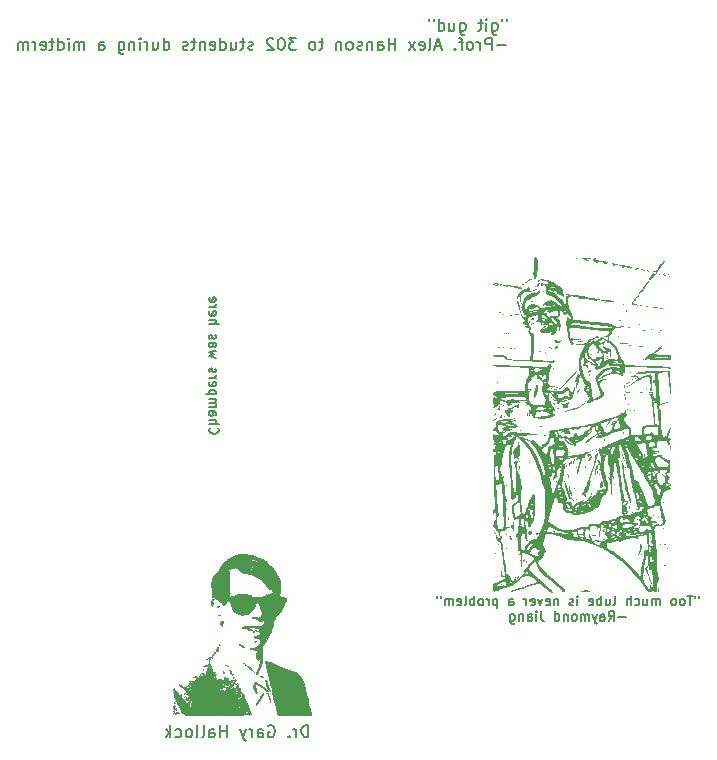
<source format=gbo>
%TF.GenerationSoftware,KiCad,Pcbnew,7.0.2*%
%TF.CreationDate,2023-10-23T14:01:15-05:00*%
%TF.ProjectId,BPS-MinionShield,4250532d-4d69-46e6-996f-6e536869656c,rev?*%
%TF.SameCoordinates,Original*%
%TF.FileFunction,Legend,Bot*%
%TF.FilePolarity,Positive*%
%FSLAX46Y46*%
G04 Gerber Fmt 4.6, Leading zero omitted, Abs format (unit mm)*
G04 Created by KiCad (PCBNEW 7.0.2) date 2023-10-23 14:01:15*
%MOMM*%
%LPD*%
G01*
G04 APERTURE LIST*
%ADD10C,0.150000*%
%ADD11C,0.160000*%
%ADD12C,0.010000*%
G04 APERTURE END LIST*
D10*
X166085717Y-122502095D02*
X166085717Y-122654476D01*
X165780955Y-122502095D02*
X165780955Y-122654476D01*
X165552383Y-122502095D02*
X165095240Y-122502095D01*
X165323812Y-123302095D02*
X165323812Y-122502095D01*
X164714288Y-123302095D02*
X164790478Y-123264000D01*
X164790478Y-123264000D02*
X164828573Y-123225904D01*
X164828573Y-123225904D02*
X164866669Y-123149714D01*
X164866669Y-123149714D02*
X164866669Y-122921142D01*
X164866669Y-122921142D02*
X164828573Y-122844952D01*
X164828573Y-122844952D02*
X164790478Y-122806857D01*
X164790478Y-122806857D02*
X164714288Y-122768761D01*
X164714288Y-122768761D02*
X164600002Y-122768761D01*
X164600002Y-122768761D02*
X164523811Y-122806857D01*
X164523811Y-122806857D02*
X164485716Y-122844952D01*
X164485716Y-122844952D02*
X164447621Y-122921142D01*
X164447621Y-122921142D02*
X164447621Y-123149714D01*
X164447621Y-123149714D02*
X164485716Y-123225904D01*
X164485716Y-123225904D02*
X164523811Y-123264000D01*
X164523811Y-123264000D02*
X164600002Y-123302095D01*
X164600002Y-123302095D02*
X164714288Y-123302095D01*
X163990478Y-123302095D02*
X164066668Y-123264000D01*
X164066668Y-123264000D02*
X164104763Y-123225904D01*
X164104763Y-123225904D02*
X164142859Y-123149714D01*
X164142859Y-123149714D02*
X164142859Y-122921142D01*
X164142859Y-122921142D02*
X164104763Y-122844952D01*
X164104763Y-122844952D02*
X164066668Y-122806857D01*
X164066668Y-122806857D02*
X163990478Y-122768761D01*
X163990478Y-122768761D02*
X163876192Y-122768761D01*
X163876192Y-122768761D02*
X163800001Y-122806857D01*
X163800001Y-122806857D02*
X163761906Y-122844952D01*
X163761906Y-122844952D02*
X163723811Y-122921142D01*
X163723811Y-122921142D02*
X163723811Y-123149714D01*
X163723811Y-123149714D02*
X163761906Y-123225904D01*
X163761906Y-123225904D02*
X163800001Y-123264000D01*
X163800001Y-123264000D02*
X163876192Y-123302095D01*
X163876192Y-123302095D02*
X163990478Y-123302095D01*
X162771429Y-123302095D02*
X162771429Y-122768761D01*
X162771429Y-122844952D02*
X162733334Y-122806857D01*
X162733334Y-122806857D02*
X162657144Y-122768761D01*
X162657144Y-122768761D02*
X162542858Y-122768761D01*
X162542858Y-122768761D02*
X162466667Y-122806857D01*
X162466667Y-122806857D02*
X162428572Y-122883047D01*
X162428572Y-122883047D02*
X162428572Y-123302095D01*
X162428572Y-122883047D02*
X162390477Y-122806857D01*
X162390477Y-122806857D02*
X162314286Y-122768761D01*
X162314286Y-122768761D02*
X162200001Y-122768761D01*
X162200001Y-122768761D02*
X162123810Y-122806857D01*
X162123810Y-122806857D02*
X162085715Y-122883047D01*
X162085715Y-122883047D02*
X162085715Y-123302095D01*
X161361905Y-122768761D02*
X161361905Y-123302095D01*
X161704762Y-122768761D02*
X161704762Y-123187809D01*
X161704762Y-123187809D02*
X161666667Y-123264000D01*
X161666667Y-123264000D02*
X161590477Y-123302095D01*
X161590477Y-123302095D02*
X161476191Y-123302095D01*
X161476191Y-123302095D02*
X161400000Y-123264000D01*
X161400000Y-123264000D02*
X161361905Y-123225904D01*
X160638095Y-123264000D02*
X160714286Y-123302095D01*
X160714286Y-123302095D02*
X160866667Y-123302095D01*
X160866667Y-123302095D02*
X160942857Y-123264000D01*
X160942857Y-123264000D02*
X160980952Y-123225904D01*
X160980952Y-123225904D02*
X161019048Y-123149714D01*
X161019048Y-123149714D02*
X161019048Y-122921142D01*
X161019048Y-122921142D02*
X160980952Y-122844952D01*
X160980952Y-122844952D02*
X160942857Y-122806857D01*
X160942857Y-122806857D02*
X160866667Y-122768761D01*
X160866667Y-122768761D02*
X160714286Y-122768761D01*
X160714286Y-122768761D02*
X160638095Y-122806857D01*
X160295238Y-123302095D02*
X160295238Y-122502095D01*
X159952381Y-123302095D02*
X159952381Y-122883047D01*
X159952381Y-122883047D02*
X159990476Y-122806857D01*
X159990476Y-122806857D02*
X160066667Y-122768761D01*
X160066667Y-122768761D02*
X160180953Y-122768761D01*
X160180953Y-122768761D02*
X160257143Y-122806857D01*
X160257143Y-122806857D02*
X160295238Y-122844952D01*
X158847619Y-123302095D02*
X158923809Y-123264000D01*
X158923809Y-123264000D02*
X158961904Y-123187809D01*
X158961904Y-123187809D02*
X158961904Y-122502095D01*
X158199999Y-122768761D02*
X158199999Y-123302095D01*
X158542856Y-122768761D02*
X158542856Y-123187809D01*
X158542856Y-123187809D02*
X158504761Y-123264000D01*
X158504761Y-123264000D02*
X158428571Y-123302095D01*
X158428571Y-123302095D02*
X158314285Y-123302095D01*
X158314285Y-123302095D02*
X158238094Y-123264000D01*
X158238094Y-123264000D02*
X158199999Y-123225904D01*
X157819046Y-123302095D02*
X157819046Y-122502095D01*
X157819046Y-122806857D02*
X157742856Y-122768761D01*
X157742856Y-122768761D02*
X157590475Y-122768761D01*
X157590475Y-122768761D02*
X157514284Y-122806857D01*
X157514284Y-122806857D02*
X157476189Y-122844952D01*
X157476189Y-122844952D02*
X157438094Y-122921142D01*
X157438094Y-122921142D02*
X157438094Y-123149714D01*
X157438094Y-123149714D02*
X157476189Y-123225904D01*
X157476189Y-123225904D02*
X157514284Y-123264000D01*
X157514284Y-123264000D02*
X157590475Y-123302095D01*
X157590475Y-123302095D02*
X157742856Y-123302095D01*
X157742856Y-123302095D02*
X157819046Y-123264000D01*
X156790474Y-123264000D02*
X156866665Y-123302095D01*
X156866665Y-123302095D02*
X157019046Y-123302095D01*
X157019046Y-123302095D02*
X157095236Y-123264000D01*
X157095236Y-123264000D02*
X157133332Y-123187809D01*
X157133332Y-123187809D02*
X157133332Y-122883047D01*
X157133332Y-122883047D02*
X157095236Y-122806857D01*
X157095236Y-122806857D02*
X157019046Y-122768761D01*
X157019046Y-122768761D02*
X156866665Y-122768761D01*
X156866665Y-122768761D02*
X156790474Y-122806857D01*
X156790474Y-122806857D02*
X156752379Y-122883047D01*
X156752379Y-122883047D02*
X156752379Y-122959238D01*
X156752379Y-122959238D02*
X157133332Y-123035428D01*
X155799998Y-123302095D02*
X155799998Y-122768761D01*
X155799998Y-122502095D02*
X155838094Y-122540190D01*
X155838094Y-122540190D02*
X155799998Y-122578285D01*
X155799998Y-122578285D02*
X155761903Y-122540190D01*
X155761903Y-122540190D02*
X155799998Y-122502095D01*
X155799998Y-122502095D02*
X155799998Y-122578285D01*
X155457142Y-123264000D02*
X155380951Y-123302095D01*
X155380951Y-123302095D02*
X155228570Y-123302095D01*
X155228570Y-123302095D02*
X155152380Y-123264000D01*
X155152380Y-123264000D02*
X155114284Y-123187809D01*
X155114284Y-123187809D02*
X155114284Y-123149714D01*
X155114284Y-123149714D02*
X155152380Y-123073523D01*
X155152380Y-123073523D02*
X155228570Y-123035428D01*
X155228570Y-123035428D02*
X155342856Y-123035428D01*
X155342856Y-123035428D02*
X155419046Y-122997333D01*
X155419046Y-122997333D02*
X155457142Y-122921142D01*
X155457142Y-122921142D02*
X155457142Y-122883047D01*
X155457142Y-122883047D02*
X155419046Y-122806857D01*
X155419046Y-122806857D02*
X155342856Y-122768761D01*
X155342856Y-122768761D02*
X155228570Y-122768761D01*
X155228570Y-122768761D02*
X155152380Y-122806857D01*
X154161903Y-122768761D02*
X154161903Y-123302095D01*
X154161903Y-122844952D02*
X154123808Y-122806857D01*
X154123808Y-122806857D02*
X154047618Y-122768761D01*
X154047618Y-122768761D02*
X153933332Y-122768761D01*
X153933332Y-122768761D02*
X153857141Y-122806857D01*
X153857141Y-122806857D02*
X153819046Y-122883047D01*
X153819046Y-122883047D02*
X153819046Y-123302095D01*
X153133331Y-123264000D02*
X153209522Y-123302095D01*
X153209522Y-123302095D02*
X153361903Y-123302095D01*
X153361903Y-123302095D02*
X153438093Y-123264000D01*
X153438093Y-123264000D02*
X153476189Y-123187809D01*
X153476189Y-123187809D02*
X153476189Y-122883047D01*
X153476189Y-122883047D02*
X153438093Y-122806857D01*
X153438093Y-122806857D02*
X153361903Y-122768761D01*
X153361903Y-122768761D02*
X153209522Y-122768761D01*
X153209522Y-122768761D02*
X153133331Y-122806857D01*
X153133331Y-122806857D02*
X153095236Y-122883047D01*
X153095236Y-122883047D02*
X153095236Y-122959238D01*
X153095236Y-122959238D02*
X153476189Y-123035428D01*
X152828570Y-122768761D02*
X152638094Y-123302095D01*
X152638094Y-123302095D02*
X152447617Y-122768761D01*
X151838093Y-123264000D02*
X151914284Y-123302095D01*
X151914284Y-123302095D02*
X152066665Y-123302095D01*
X152066665Y-123302095D02*
X152142855Y-123264000D01*
X152142855Y-123264000D02*
X152180951Y-123187809D01*
X152180951Y-123187809D02*
X152180951Y-122883047D01*
X152180951Y-122883047D02*
X152142855Y-122806857D01*
X152142855Y-122806857D02*
X152066665Y-122768761D01*
X152066665Y-122768761D02*
X151914284Y-122768761D01*
X151914284Y-122768761D02*
X151838093Y-122806857D01*
X151838093Y-122806857D02*
X151799998Y-122883047D01*
X151799998Y-122883047D02*
X151799998Y-122959238D01*
X151799998Y-122959238D02*
X152180951Y-123035428D01*
X151457141Y-123302095D02*
X151457141Y-122768761D01*
X151457141Y-122921142D02*
X151419046Y-122844952D01*
X151419046Y-122844952D02*
X151380951Y-122806857D01*
X151380951Y-122806857D02*
X151304760Y-122768761D01*
X151304760Y-122768761D02*
X151228570Y-122768761D01*
X150009522Y-123302095D02*
X150009522Y-122883047D01*
X150009522Y-122883047D02*
X150047617Y-122806857D01*
X150047617Y-122806857D02*
X150123808Y-122768761D01*
X150123808Y-122768761D02*
X150276189Y-122768761D01*
X150276189Y-122768761D02*
X150352379Y-122806857D01*
X150009522Y-123264000D02*
X150085713Y-123302095D01*
X150085713Y-123302095D02*
X150276189Y-123302095D01*
X150276189Y-123302095D02*
X150352379Y-123264000D01*
X150352379Y-123264000D02*
X150390475Y-123187809D01*
X150390475Y-123187809D02*
X150390475Y-123111619D01*
X150390475Y-123111619D02*
X150352379Y-123035428D01*
X150352379Y-123035428D02*
X150276189Y-122997333D01*
X150276189Y-122997333D02*
X150085713Y-122997333D01*
X150085713Y-122997333D02*
X150009522Y-122959238D01*
X149019045Y-122768761D02*
X149019045Y-123568761D01*
X149019045Y-122806857D02*
X148942855Y-122768761D01*
X148942855Y-122768761D02*
X148790474Y-122768761D01*
X148790474Y-122768761D02*
X148714283Y-122806857D01*
X148714283Y-122806857D02*
X148676188Y-122844952D01*
X148676188Y-122844952D02*
X148638093Y-122921142D01*
X148638093Y-122921142D02*
X148638093Y-123149714D01*
X148638093Y-123149714D02*
X148676188Y-123225904D01*
X148676188Y-123225904D02*
X148714283Y-123264000D01*
X148714283Y-123264000D02*
X148790474Y-123302095D01*
X148790474Y-123302095D02*
X148942855Y-123302095D01*
X148942855Y-123302095D02*
X149019045Y-123264000D01*
X148295235Y-123302095D02*
X148295235Y-122768761D01*
X148295235Y-122921142D02*
X148257140Y-122844952D01*
X148257140Y-122844952D02*
X148219045Y-122806857D01*
X148219045Y-122806857D02*
X148142854Y-122768761D01*
X148142854Y-122768761D02*
X148066664Y-122768761D01*
X147685712Y-123302095D02*
X147761902Y-123264000D01*
X147761902Y-123264000D02*
X147799997Y-123225904D01*
X147799997Y-123225904D02*
X147838093Y-123149714D01*
X147838093Y-123149714D02*
X147838093Y-122921142D01*
X147838093Y-122921142D02*
X147799997Y-122844952D01*
X147799997Y-122844952D02*
X147761902Y-122806857D01*
X147761902Y-122806857D02*
X147685712Y-122768761D01*
X147685712Y-122768761D02*
X147571426Y-122768761D01*
X147571426Y-122768761D02*
X147495235Y-122806857D01*
X147495235Y-122806857D02*
X147457140Y-122844952D01*
X147457140Y-122844952D02*
X147419045Y-122921142D01*
X147419045Y-122921142D02*
X147419045Y-123149714D01*
X147419045Y-123149714D02*
X147457140Y-123225904D01*
X147457140Y-123225904D02*
X147495235Y-123264000D01*
X147495235Y-123264000D02*
X147571426Y-123302095D01*
X147571426Y-123302095D02*
X147685712Y-123302095D01*
X147076187Y-123302095D02*
X147076187Y-122502095D01*
X147076187Y-122806857D02*
X146999997Y-122768761D01*
X146999997Y-122768761D02*
X146847616Y-122768761D01*
X146847616Y-122768761D02*
X146771425Y-122806857D01*
X146771425Y-122806857D02*
X146733330Y-122844952D01*
X146733330Y-122844952D02*
X146695235Y-122921142D01*
X146695235Y-122921142D02*
X146695235Y-123149714D01*
X146695235Y-123149714D02*
X146733330Y-123225904D01*
X146733330Y-123225904D02*
X146771425Y-123264000D01*
X146771425Y-123264000D02*
X146847616Y-123302095D01*
X146847616Y-123302095D02*
X146999997Y-123302095D01*
X146999997Y-123302095D02*
X147076187Y-123264000D01*
X146238092Y-123302095D02*
X146314282Y-123264000D01*
X146314282Y-123264000D02*
X146352377Y-123187809D01*
X146352377Y-123187809D02*
X146352377Y-122502095D01*
X145628567Y-123264000D02*
X145704758Y-123302095D01*
X145704758Y-123302095D02*
X145857139Y-123302095D01*
X145857139Y-123302095D02*
X145933329Y-123264000D01*
X145933329Y-123264000D02*
X145971425Y-123187809D01*
X145971425Y-123187809D02*
X145971425Y-122883047D01*
X145971425Y-122883047D02*
X145933329Y-122806857D01*
X145933329Y-122806857D02*
X145857139Y-122768761D01*
X145857139Y-122768761D02*
X145704758Y-122768761D01*
X145704758Y-122768761D02*
X145628567Y-122806857D01*
X145628567Y-122806857D02*
X145590472Y-122883047D01*
X145590472Y-122883047D02*
X145590472Y-122959238D01*
X145590472Y-122959238D02*
X145971425Y-123035428D01*
X145247615Y-123302095D02*
X145247615Y-122768761D01*
X145247615Y-122844952D02*
X145209520Y-122806857D01*
X145209520Y-122806857D02*
X145133330Y-122768761D01*
X145133330Y-122768761D02*
X145019044Y-122768761D01*
X145019044Y-122768761D02*
X144942853Y-122806857D01*
X144942853Y-122806857D02*
X144904758Y-122883047D01*
X144904758Y-122883047D02*
X144904758Y-123302095D01*
X144904758Y-122883047D02*
X144866663Y-122806857D01*
X144866663Y-122806857D02*
X144790472Y-122768761D01*
X144790472Y-122768761D02*
X144676187Y-122768761D01*
X144676187Y-122768761D02*
X144599996Y-122806857D01*
X144599996Y-122806857D02*
X144561901Y-122883047D01*
X144561901Y-122883047D02*
X144561901Y-123302095D01*
X144219044Y-122502095D02*
X144219044Y-122654476D01*
X143914282Y-122502095D02*
X143914282Y-122654476D01*
X159876191Y-124293333D02*
X159266668Y-124293333D01*
X158428572Y-124598095D02*
X158695239Y-124217142D01*
X158885715Y-124598095D02*
X158885715Y-123798095D01*
X158885715Y-123798095D02*
X158580953Y-123798095D01*
X158580953Y-123798095D02*
X158504763Y-123836190D01*
X158504763Y-123836190D02*
X158466668Y-123874285D01*
X158466668Y-123874285D02*
X158428572Y-123950476D01*
X158428572Y-123950476D02*
X158428572Y-124064761D01*
X158428572Y-124064761D02*
X158466668Y-124140952D01*
X158466668Y-124140952D02*
X158504763Y-124179047D01*
X158504763Y-124179047D02*
X158580953Y-124217142D01*
X158580953Y-124217142D02*
X158885715Y-124217142D01*
X157742858Y-124598095D02*
X157742858Y-124179047D01*
X157742858Y-124179047D02*
X157780953Y-124102857D01*
X157780953Y-124102857D02*
X157857144Y-124064761D01*
X157857144Y-124064761D02*
X158009525Y-124064761D01*
X158009525Y-124064761D02*
X158085715Y-124102857D01*
X157742858Y-124560000D02*
X157819049Y-124598095D01*
X157819049Y-124598095D02*
X158009525Y-124598095D01*
X158009525Y-124598095D02*
X158085715Y-124560000D01*
X158085715Y-124560000D02*
X158123811Y-124483809D01*
X158123811Y-124483809D02*
X158123811Y-124407619D01*
X158123811Y-124407619D02*
X158085715Y-124331428D01*
X158085715Y-124331428D02*
X158009525Y-124293333D01*
X158009525Y-124293333D02*
X157819049Y-124293333D01*
X157819049Y-124293333D02*
X157742858Y-124255238D01*
X157438096Y-124064761D02*
X157247620Y-124598095D01*
X157057143Y-124064761D02*
X157247620Y-124598095D01*
X157247620Y-124598095D02*
X157323810Y-124788571D01*
X157323810Y-124788571D02*
X157361905Y-124826666D01*
X157361905Y-124826666D02*
X157438096Y-124864761D01*
X156752381Y-124598095D02*
X156752381Y-124064761D01*
X156752381Y-124140952D02*
X156714286Y-124102857D01*
X156714286Y-124102857D02*
X156638096Y-124064761D01*
X156638096Y-124064761D02*
X156523810Y-124064761D01*
X156523810Y-124064761D02*
X156447619Y-124102857D01*
X156447619Y-124102857D02*
X156409524Y-124179047D01*
X156409524Y-124179047D02*
X156409524Y-124598095D01*
X156409524Y-124179047D02*
X156371429Y-124102857D01*
X156371429Y-124102857D02*
X156295238Y-124064761D01*
X156295238Y-124064761D02*
X156180953Y-124064761D01*
X156180953Y-124064761D02*
X156104762Y-124102857D01*
X156104762Y-124102857D02*
X156066667Y-124179047D01*
X156066667Y-124179047D02*
X156066667Y-124598095D01*
X155571429Y-124598095D02*
X155647619Y-124560000D01*
X155647619Y-124560000D02*
X155685714Y-124521904D01*
X155685714Y-124521904D02*
X155723810Y-124445714D01*
X155723810Y-124445714D02*
X155723810Y-124217142D01*
X155723810Y-124217142D02*
X155685714Y-124140952D01*
X155685714Y-124140952D02*
X155647619Y-124102857D01*
X155647619Y-124102857D02*
X155571429Y-124064761D01*
X155571429Y-124064761D02*
X155457143Y-124064761D01*
X155457143Y-124064761D02*
X155380952Y-124102857D01*
X155380952Y-124102857D02*
X155342857Y-124140952D01*
X155342857Y-124140952D02*
X155304762Y-124217142D01*
X155304762Y-124217142D02*
X155304762Y-124445714D01*
X155304762Y-124445714D02*
X155342857Y-124521904D01*
X155342857Y-124521904D02*
X155380952Y-124560000D01*
X155380952Y-124560000D02*
X155457143Y-124598095D01*
X155457143Y-124598095D02*
X155571429Y-124598095D01*
X154961904Y-124064761D02*
X154961904Y-124598095D01*
X154961904Y-124140952D02*
X154923809Y-124102857D01*
X154923809Y-124102857D02*
X154847619Y-124064761D01*
X154847619Y-124064761D02*
X154733333Y-124064761D01*
X154733333Y-124064761D02*
X154657142Y-124102857D01*
X154657142Y-124102857D02*
X154619047Y-124179047D01*
X154619047Y-124179047D02*
X154619047Y-124598095D01*
X153895237Y-124598095D02*
X153895237Y-123798095D01*
X153895237Y-124560000D02*
X153971428Y-124598095D01*
X153971428Y-124598095D02*
X154123809Y-124598095D01*
X154123809Y-124598095D02*
X154199999Y-124560000D01*
X154199999Y-124560000D02*
X154238094Y-124521904D01*
X154238094Y-124521904D02*
X154276190Y-124445714D01*
X154276190Y-124445714D02*
X154276190Y-124217142D01*
X154276190Y-124217142D02*
X154238094Y-124140952D01*
X154238094Y-124140952D02*
X154199999Y-124102857D01*
X154199999Y-124102857D02*
X154123809Y-124064761D01*
X154123809Y-124064761D02*
X153971428Y-124064761D01*
X153971428Y-124064761D02*
X153895237Y-124102857D01*
X152676189Y-123798095D02*
X152676189Y-124369523D01*
X152676189Y-124369523D02*
X152714284Y-124483809D01*
X152714284Y-124483809D02*
X152790475Y-124560000D01*
X152790475Y-124560000D02*
X152904760Y-124598095D01*
X152904760Y-124598095D02*
X152980951Y-124598095D01*
X152295236Y-124598095D02*
X152295236Y-124064761D01*
X152295236Y-123798095D02*
X152333332Y-123836190D01*
X152333332Y-123836190D02*
X152295236Y-123874285D01*
X152295236Y-123874285D02*
X152257141Y-123836190D01*
X152257141Y-123836190D02*
X152295236Y-123798095D01*
X152295236Y-123798095D02*
X152295236Y-123874285D01*
X151571427Y-124598095D02*
X151571427Y-124179047D01*
X151571427Y-124179047D02*
X151609522Y-124102857D01*
X151609522Y-124102857D02*
X151685713Y-124064761D01*
X151685713Y-124064761D02*
X151838094Y-124064761D01*
X151838094Y-124064761D02*
X151914284Y-124102857D01*
X151571427Y-124560000D02*
X151647618Y-124598095D01*
X151647618Y-124598095D02*
X151838094Y-124598095D01*
X151838094Y-124598095D02*
X151914284Y-124560000D01*
X151914284Y-124560000D02*
X151952380Y-124483809D01*
X151952380Y-124483809D02*
X151952380Y-124407619D01*
X151952380Y-124407619D02*
X151914284Y-124331428D01*
X151914284Y-124331428D02*
X151838094Y-124293333D01*
X151838094Y-124293333D02*
X151647618Y-124293333D01*
X151647618Y-124293333D02*
X151571427Y-124255238D01*
X151190474Y-124064761D02*
X151190474Y-124598095D01*
X151190474Y-124140952D02*
X151152379Y-124102857D01*
X151152379Y-124102857D02*
X151076189Y-124064761D01*
X151076189Y-124064761D02*
X150961903Y-124064761D01*
X150961903Y-124064761D02*
X150885712Y-124102857D01*
X150885712Y-124102857D02*
X150847617Y-124179047D01*
X150847617Y-124179047D02*
X150847617Y-124598095D01*
X150123807Y-124064761D02*
X150123807Y-124712380D01*
X150123807Y-124712380D02*
X150161902Y-124788571D01*
X150161902Y-124788571D02*
X150199998Y-124826666D01*
X150199998Y-124826666D02*
X150276188Y-124864761D01*
X150276188Y-124864761D02*
X150390474Y-124864761D01*
X150390474Y-124864761D02*
X150466664Y-124826666D01*
X150123807Y-124560000D02*
X150199998Y-124598095D01*
X150199998Y-124598095D02*
X150352379Y-124598095D01*
X150352379Y-124598095D02*
X150428569Y-124560000D01*
X150428569Y-124560000D02*
X150466664Y-124521904D01*
X150466664Y-124521904D02*
X150504760Y-124445714D01*
X150504760Y-124445714D02*
X150504760Y-124217142D01*
X150504760Y-124217142D02*
X150466664Y-124140952D01*
X150466664Y-124140952D02*
X150428569Y-124102857D01*
X150428569Y-124102857D02*
X150352379Y-124064761D01*
X150352379Y-124064761D02*
X150199998Y-124064761D01*
X150199998Y-124064761D02*
X150123807Y-124102857D01*
X149809523Y-73652619D02*
X149809523Y-73843095D01*
X149428571Y-73652619D02*
X149428571Y-73843095D01*
X148571428Y-73985952D02*
X148571428Y-74795476D01*
X148571428Y-74795476D02*
X148619047Y-74890714D01*
X148619047Y-74890714D02*
X148666666Y-74938333D01*
X148666666Y-74938333D02*
X148761904Y-74985952D01*
X148761904Y-74985952D02*
X148904761Y-74985952D01*
X148904761Y-74985952D02*
X148999999Y-74938333D01*
X148571428Y-74605000D02*
X148666666Y-74652619D01*
X148666666Y-74652619D02*
X148857142Y-74652619D01*
X148857142Y-74652619D02*
X148952380Y-74605000D01*
X148952380Y-74605000D02*
X148999999Y-74557380D01*
X148999999Y-74557380D02*
X149047618Y-74462142D01*
X149047618Y-74462142D02*
X149047618Y-74176428D01*
X149047618Y-74176428D02*
X148999999Y-74081190D01*
X148999999Y-74081190D02*
X148952380Y-74033571D01*
X148952380Y-74033571D02*
X148857142Y-73985952D01*
X148857142Y-73985952D02*
X148666666Y-73985952D01*
X148666666Y-73985952D02*
X148571428Y-74033571D01*
X148095237Y-74652619D02*
X148095237Y-73985952D01*
X148095237Y-73652619D02*
X148142856Y-73700238D01*
X148142856Y-73700238D02*
X148095237Y-73747857D01*
X148095237Y-73747857D02*
X148047618Y-73700238D01*
X148047618Y-73700238D02*
X148095237Y-73652619D01*
X148095237Y-73652619D02*
X148095237Y-73747857D01*
X147761904Y-73985952D02*
X147380952Y-73985952D01*
X147619047Y-73652619D02*
X147619047Y-74509761D01*
X147619047Y-74509761D02*
X147571428Y-74605000D01*
X147571428Y-74605000D02*
X147476190Y-74652619D01*
X147476190Y-74652619D02*
X147380952Y-74652619D01*
X145857142Y-73985952D02*
X145857142Y-74795476D01*
X145857142Y-74795476D02*
X145904761Y-74890714D01*
X145904761Y-74890714D02*
X145952380Y-74938333D01*
X145952380Y-74938333D02*
X146047618Y-74985952D01*
X146047618Y-74985952D02*
X146190475Y-74985952D01*
X146190475Y-74985952D02*
X146285713Y-74938333D01*
X145857142Y-74605000D02*
X145952380Y-74652619D01*
X145952380Y-74652619D02*
X146142856Y-74652619D01*
X146142856Y-74652619D02*
X146238094Y-74605000D01*
X146238094Y-74605000D02*
X146285713Y-74557380D01*
X146285713Y-74557380D02*
X146333332Y-74462142D01*
X146333332Y-74462142D02*
X146333332Y-74176428D01*
X146333332Y-74176428D02*
X146285713Y-74081190D01*
X146285713Y-74081190D02*
X146238094Y-74033571D01*
X146238094Y-74033571D02*
X146142856Y-73985952D01*
X146142856Y-73985952D02*
X145952380Y-73985952D01*
X145952380Y-73985952D02*
X145857142Y-74033571D01*
X144952380Y-73985952D02*
X144952380Y-74652619D01*
X145380951Y-73985952D02*
X145380951Y-74509761D01*
X145380951Y-74509761D02*
X145333332Y-74605000D01*
X145333332Y-74605000D02*
X145238094Y-74652619D01*
X145238094Y-74652619D02*
X145095237Y-74652619D01*
X145095237Y-74652619D02*
X144999999Y-74605000D01*
X144999999Y-74605000D02*
X144952380Y-74557380D01*
X144047618Y-74652619D02*
X144047618Y-73652619D01*
X144047618Y-74605000D02*
X144142856Y-74652619D01*
X144142856Y-74652619D02*
X144333332Y-74652619D01*
X144333332Y-74652619D02*
X144428570Y-74605000D01*
X144428570Y-74605000D02*
X144476189Y-74557380D01*
X144476189Y-74557380D02*
X144523808Y-74462142D01*
X144523808Y-74462142D02*
X144523808Y-74176428D01*
X144523808Y-74176428D02*
X144476189Y-74081190D01*
X144476189Y-74081190D02*
X144428570Y-74033571D01*
X144428570Y-74033571D02*
X144333332Y-73985952D01*
X144333332Y-73985952D02*
X144142856Y-73985952D01*
X144142856Y-73985952D02*
X144047618Y-74033571D01*
X143619046Y-73652619D02*
X143619046Y-73843095D01*
X143238094Y-73652619D02*
X143238094Y-73843095D01*
X149761904Y-75891666D02*
X149000000Y-75891666D01*
X148523809Y-76272619D02*
X148523809Y-75272619D01*
X148523809Y-75272619D02*
X148142857Y-75272619D01*
X148142857Y-75272619D02*
X148047619Y-75320238D01*
X148047619Y-75320238D02*
X148000000Y-75367857D01*
X148000000Y-75367857D02*
X147952381Y-75463095D01*
X147952381Y-75463095D02*
X147952381Y-75605952D01*
X147952381Y-75605952D02*
X148000000Y-75701190D01*
X148000000Y-75701190D02*
X148047619Y-75748809D01*
X148047619Y-75748809D02*
X148142857Y-75796428D01*
X148142857Y-75796428D02*
X148523809Y-75796428D01*
X147523809Y-76272619D02*
X147523809Y-75605952D01*
X147523809Y-75796428D02*
X147476190Y-75701190D01*
X147476190Y-75701190D02*
X147428571Y-75653571D01*
X147428571Y-75653571D02*
X147333333Y-75605952D01*
X147333333Y-75605952D02*
X147238095Y-75605952D01*
X146761904Y-76272619D02*
X146857142Y-76225000D01*
X146857142Y-76225000D02*
X146904761Y-76177380D01*
X146904761Y-76177380D02*
X146952380Y-76082142D01*
X146952380Y-76082142D02*
X146952380Y-75796428D01*
X146952380Y-75796428D02*
X146904761Y-75701190D01*
X146904761Y-75701190D02*
X146857142Y-75653571D01*
X146857142Y-75653571D02*
X146761904Y-75605952D01*
X146761904Y-75605952D02*
X146619047Y-75605952D01*
X146619047Y-75605952D02*
X146523809Y-75653571D01*
X146523809Y-75653571D02*
X146476190Y-75701190D01*
X146476190Y-75701190D02*
X146428571Y-75796428D01*
X146428571Y-75796428D02*
X146428571Y-76082142D01*
X146428571Y-76082142D02*
X146476190Y-76177380D01*
X146476190Y-76177380D02*
X146523809Y-76225000D01*
X146523809Y-76225000D02*
X146619047Y-76272619D01*
X146619047Y-76272619D02*
X146761904Y-76272619D01*
X146142856Y-75605952D02*
X145761904Y-75605952D01*
X145999999Y-76272619D02*
X145999999Y-75415476D01*
X145999999Y-75415476D02*
X145952380Y-75320238D01*
X145952380Y-75320238D02*
X145857142Y-75272619D01*
X145857142Y-75272619D02*
X145761904Y-75272619D01*
X145428570Y-76177380D02*
X145380951Y-76225000D01*
X145380951Y-76225000D02*
X145428570Y-76272619D01*
X145428570Y-76272619D02*
X145476189Y-76225000D01*
X145476189Y-76225000D02*
X145428570Y-76177380D01*
X145428570Y-76177380D02*
X145428570Y-76272619D01*
X144238094Y-75986904D02*
X143761904Y-75986904D01*
X144333332Y-76272619D02*
X143999999Y-75272619D01*
X143999999Y-75272619D02*
X143666666Y-76272619D01*
X143190475Y-76272619D02*
X143285713Y-76225000D01*
X143285713Y-76225000D02*
X143333332Y-76129761D01*
X143333332Y-76129761D02*
X143333332Y-75272619D01*
X142428570Y-76225000D02*
X142523808Y-76272619D01*
X142523808Y-76272619D02*
X142714284Y-76272619D01*
X142714284Y-76272619D02*
X142809522Y-76225000D01*
X142809522Y-76225000D02*
X142857141Y-76129761D01*
X142857141Y-76129761D02*
X142857141Y-75748809D01*
X142857141Y-75748809D02*
X142809522Y-75653571D01*
X142809522Y-75653571D02*
X142714284Y-75605952D01*
X142714284Y-75605952D02*
X142523808Y-75605952D01*
X142523808Y-75605952D02*
X142428570Y-75653571D01*
X142428570Y-75653571D02*
X142380951Y-75748809D01*
X142380951Y-75748809D02*
X142380951Y-75844047D01*
X142380951Y-75844047D02*
X142857141Y-75939285D01*
X142047617Y-76272619D02*
X141523808Y-75605952D01*
X142047617Y-75605952D02*
X141523808Y-76272619D01*
X140380950Y-76272619D02*
X140380950Y-75272619D01*
X140380950Y-75748809D02*
X139809522Y-75748809D01*
X139809522Y-76272619D02*
X139809522Y-75272619D01*
X138904760Y-76272619D02*
X138904760Y-75748809D01*
X138904760Y-75748809D02*
X138952379Y-75653571D01*
X138952379Y-75653571D02*
X139047617Y-75605952D01*
X139047617Y-75605952D02*
X139238093Y-75605952D01*
X139238093Y-75605952D02*
X139333331Y-75653571D01*
X138904760Y-76225000D02*
X138999998Y-76272619D01*
X138999998Y-76272619D02*
X139238093Y-76272619D01*
X139238093Y-76272619D02*
X139333331Y-76225000D01*
X139333331Y-76225000D02*
X139380950Y-76129761D01*
X139380950Y-76129761D02*
X139380950Y-76034523D01*
X139380950Y-76034523D02*
X139333331Y-75939285D01*
X139333331Y-75939285D02*
X139238093Y-75891666D01*
X139238093Y-75891666D02*
X138999998Y-75891666D01*
X138999998Y-75891666D02*
X138904760Y-75844047D01*
X138428569Y-75605952D02*
X138428569Y-76272619D01*
X138428569Y-75701190D02*
X138380950Y-75653571D01*
X138380950Y-75653571D02*
X138285712Y-75605952D01*
X138285712Y-75605952D02*
X138142855Y-75605952D01*
X138142855Y-75605952D02*
X138047617Y-75653571D01*
X138047617Y-75653571D02*
X137999998Y-75748809D01*
X137999998Y-75748809D02*
X137999998Y-76272619D01*
X137571426Y-76225000D02*
X137476188Y-76272619D01*
X137476188Y-76272619D02*
X137285712Y-76272619D01*
X137285712Y-76272619D02*
X137190474Y-76225000D01*
X137190474Y-76225000D02*
X137142855Y-76129761D01*
X137142855Y-76129761D02*
X137142855Y-76082142D01*
X137142855Y-76082142D02*
X137190474Y-75986904D01*
X137190474Y-75986904D02*
X137285712Y-75939285D01*
X137285712Y-75939285D02*
X137428569Y-75939285D01*
X137428569Y-75939285D02*
X137523807Y-75891666D01*
X137523807Y-75891666D02*
X137571426Y-75796428D01*
X137571426Y-75796428D02*
X137571426Y-75748809D01*
X137571426Y-75748809D02*
X137523807Y-75653571D01*
X137523807Y-75653571D02*
X137428569Y-75605952D01*
X137428569Y-75605952D02*
X137285712Y-75605952D01*
X137285712Y-75605952D02*
X137190474Y-75653571D01*
X136571426Y-76272619D02*
X136666664Y-76225000D01*
X136666664Y-76225000D02*
X136714283Y-76177380D01*
X136714283Y-76177380D02*
X136761902Y-76082142D01*
X136761902Y-76082142D02*
X136761902Y-75796428D01*
X136761902Y-75796428D02*
X136714283Y-75701190D01*
X136714283Y-75701190D02*
X136666664Y-75653571D01*
X136666664Y-75653571D02*
X136571426Y-75605952D01*
X136571426Y-75605952D02*
X136428569Y-75605952D01*
X136428569Y-75605952D02*
X136333331Y-75653571D01*
X136333331Y-75653571D02*
X136285712Y-75701190D01*
X136285712Y-75701190D02*
X136238093Y-75796428D01*
X136238093Y-75796428D02*
X136238093Y-76082142D01*
X136238093Y-76082142D02*
X136285712Y-76177380D01*
X136285712Y-76177380D02*
X136333331Y-76225000D01*
X136333331Y-76225000D02*
X136428569Y-76272619D01*
X136428569Y-76272619D02*
X136571426Y-76272619D01*
X135809521Y-75605952D02*
X135809521Y-76272619D01*
X135809521Y-75701190D02*
X135761902Y-75653571D01*
X135761902Y-75653571D02*
X135666664Y-75605952D01*
X135666664Y-75605952D02*
X135523807Y-75605952D01*
X135523807Y-75605952D02*
X135428569Y-75653571D01*
X135428569Y-75653571D02*
X135380950Y-75748809D01*
X135380950Y-75748809D02*
X135380950Y-76272619D01*
X134285711Y-75605952D02*
X133904759Y-75605952D01*
X134142854Y-75272619D02*
X134142854Y-76129761D01*
X134142854Y-76129761D02*
X134095235Y-76225000D01*
X134095235Y-76225000D02*
X133999997Y-76272619D01*
X133999997Y-76272619D02*
X133904759Y-76272619D01*
X133428568Y-76272619D02*
X133523806Y-76225000D01*
X133523806Y-76225000D02*
X133571425Y-76177380D01*
X133571425Y-76177380D02*
X133619044Y-76082142D01*
X133619044Y-76082142D02*
X133619044Y-75796428D01*
X133619044Y-75796428D02*
X133571425Y-75701190D01*
X133571425Y-75701190D02*
X133523806Y-75653571D01*
X133523806Y-75653571D02*
X133428568Y-75605952D01*
X133428568Y-75605952D02*
X133285711Y-75605952D01*
X133285711Y-75605952D02*
X133190473Y-75653571D01*
X133190473Y-75653571D02*
X133142854Y-75701190D01*
X133142854Y-75701190D02*
X133095235Y-75796428D01*
X133095235Y-75796428D02*
X133095235Y-76082142D01*
X133095235Y-76082142D02*
X133142854Y-76177380D01*
X133142854Y-76177380D02*
X133190473Y-76225000D01*
X133190473Y-76225000D02*
X133285711Y-76272619D01*
X133285711Y-76272619D02*
X133428568Y-76272619D01*
X131999996Y-75272619D02*
X131380949Y-75272619D01*
X131380949Y-75272619D02*
X131714282Y-75653571D01*
X131714282Y-75653571D02*
X131571425Y-75653571D01*
X131571425Y-75653571D02*
X131476187Y-75701190D01*
X131476187Y-75701190D02*
X131428568Y-75748809D01*
X131428568Y-75748809D02*
X131380949Y-75844047D01*
X131380949Y-75844047D02*
X131380949Y-76082142D01*
X131380949Y-76082142D02*
X131428568Y-76177380D01*
X131428568Y-76177380D02*
X131476187Y-76225000D01*
X131476187Y-76225000D02*
X131571425Y-76272619D01*
X131571425Y-76272619D02*
X131857139Y-76272619D01*
X131857139Y-76272619D02*
X131952377Y-76225000D01*
X131952377Y-76225000D02*
X131999996Y-76177380D01*
X130761901Y-75272619D02*
X130666663Y-75272619D01*
X130666663Y-75272619D02*
X130571425Y-75320238D01*
X130571425Y-75320238D02*
X130523806Y-75367857D01*
X130523806Y-75367857D02*
X130476187Y-75463095D01*
X130476187Y-75463095D02*
X130428568Y-75653571D01*
X130428568Y-75653571D02*
X130428568Y-75891666D01*
X130428568Y-75891666D02*
X130476187Y-76082142D01*
X130476187Y-76082142D02*
X130523806Y-76177380D01*
X130523806Y-76177380D02*
X130571425Y-76225000D01*
X130571425Y-76225000D02*
X130666663Y-76272619D01*
X130666663Y-76272619D02*
X130761901Y-76272619D01*
X130761901Y-76272619D02*
X130857139Y-76225000D01*
X130857139Y-76225000D02*
X130904758Y-76177380D01*
X130904758Y-76177380D02*
X130952377Y-76082142D01*
X130952377Y-76082142D02*
X130999996Y-75891666D01*
X130999996Y-75891666D02*
X130999996Y-75653571D01*
X130999996Y-75653571D02*
X130952377Y-75463095D01*
X130952377Y-75463095D02*
X130904758Y-75367857D01*
X130904758Y-75367857D02*
X130857139Y-75320238D01*
X130857139Y-75320238D02*
X130761901Y-75272619D01*
X130047615Y-75367857D02*
X129999996Y-75320238D01*
X129999996Y-75320238D02*
X129904758Y-75272619D01*
X129904758Y-75272619D02*
X129666663Y-75272619D01*
X129666663Y-75272619D02*
X129571425Y-75320238D01*
X129571425Y-75320238D02*
X129523806Y-75367857D01*
X129523806Y-75367857D02*
X129476187Y-75463095D01*
X129476187Y-75463095D02*
X129476187Y-75558333D01*
X129476187Y-75558333D02*
X129523806Y-75701190D01*
X129523806Y-75701190D02*
X130095234Y-76272619D01*
X130095234Y-76272619D02*
X129476187Y-76272619D01*
X128333329Y-76225000D02*
X128238091Y-76272619D01*
X128238091Y-76272619D02*
X128047615Y-76272619D01*
X128047615Y-76272619D02*
X127952377Y-76225000D01*
X127952377Y-76225000D02*
X127904758Y-76129761D01*
X127904758Y-76129761D02*
X127904758Y-76082142D01*
X127904758Y-76082142D02*
X127952377Y-75986904D01*
X127952377Y-75986904D02*
X128047615Y-75939285D01*
X128047615Y-75939285D02*
X128190472Y-75939285D01*
X128190472Y-75939285D02*
X128285710Y-75891666D01*
X128285710Y-75891666D02*
X128333329Y-75796428D01*
X128333329Y-75796428D02*
X128333329Y-75748809D01*
X128333329Y-75748809D02*
X128285710Y-75653571D01*
X128285710Y-75653571D02*
X128190472Y-75605952D01*
X128190472Y-75605952D02*
X128047615Y-75605952D01*
X128047615Y-75605952D02*
X127952377Y-75653571D01*
X127619043Y-75605952D02*
X127238091Y-75605952D01*
X127476186Y-75272619D02*
X127476186Y-76129761D01*
X127476186Y-76129761D02*
X127428567Y-76225000D01*
X127428567Y-76225000D02*
X127333329Y-76272619D01*
X127333329Y-76272619D02*
X127238091Y-76272619D01*
X126476186Y-75605952D02*
X126476186Y-76272619D01*
X126904757Y-75605952D02*
X126904757Y-76129761D01*
X126904757Y-76129761D02*
X126857138Y-76225000D01*
X126857138Y-76225000D02*
X126761900Y-76272619D01*
X126761900Y-76272619D02*
X126619043Y-76272619D01*
X126619043Y-76272619D02*
X126523805Y-76225000D01*
X126523805Y-76225000D02*
X126476186Y-76177380D01*
X125571424Y-76272619D02*
X125571424Y-75272619D01*
X125571424Y-76225000D02*
X125666662Y-76272619D01*
X125666662Y-76272619D02*
X125857138Y-76272619D01*
X125857138Y-76272619D02*
X125952376Y-76225000D01*
X125952376Y-76225000D02*
X125999995Y-76177380D01*
X125999995Y-76177380D02*
X126047614Y-76082142D01*
X126047614Y-76082142D02*
X126047614Y-75796428D01*
X126047614Y-75796428D02*
X125999995Y-75701190D01*
X125999995Y-75701190D02*
X125952376Y-75653571D01*
X125952376Y-75653571D02*
X125857138Y-75605952D01*
X125857138Y-75605952D02*
X125666662Y-75605952D01*
X125666662Y-75605952D02*
X125571424Y-75653571D01*
X124714281Y-76225000D02*
X124809519Y-76272619D01*
X124809519Y-76272619D02*
X124999995Y-76272619D01*
X124999995Y-76272619D02*
X125095233Y-76225000D01*
X125095233Y-76225000D02*
X125142852Y-76129761D01*
X125142852Y-76129761D02*
X125142852Y-75748809D01*
X125142852Y-75748809D02*
X125095233Y-75653571D01*
X125095233Y-75653571D02*
X124999995Y-75605952D01*
X124999995Y-75605952D02*
X124809519Y-75605952D01*
X124809519Y-75605952D02*
X124714281Y-75653571D01*
X124714281Y-75653571D02*
X124666662Y-75748809D01*
X124666662Y-75748809D02*
X124666662Y-75844047D01*
X124666662Y-75844047D02*
X125142852Y-75939285D01*
X124238090Y-75605952D02*
X124238090Y-76272619D01*
X124238090Y-75701190D02*
X124190471Y-75653571D01*
X124190471Y-75653571D02*
X124095233Y-75605952D01*
X124095233Y-75605952D02*
X123952376Y-75605952D01*
X123952376Y-75605952D02*
X123857138Y-75653571D01*
X123857138Y-75653571D02*
X123809519Y-75748809D01*
X123809519Y-75748809D02*
X123809519Y-76272619D01*
X123476185Y-75605952D02*
X123095233Y-75605952D01*
X123333328Y-75272619D02*
X123333328Y-76129761D01*
X123333328Y-76129761D02*
X123285709Y-76225000D01*
X123285709Y-76225000D02*
X123190471Y-76272619D01*
X123190471Y-76272619D02*
X123095233Y-76272619D01*
X122809518Y-76225000D02*
X122714280Y-76272619D01*
X122714280Y-76272619D02*
X122523804Y-76272619D01*
X122523804Y-76272619D02*
X122428566Y-76225000D01*
X122428566Y-76225000D02*
X122380947Y-76129761D01*
X122380947Y-76129761D02*
X122380947Y-76082142D01*
X122380947Y-76082142D02*
X122428566Y-75986904D01*
X122428566Y-75986904D02*
X122523804Y-75939285D01*
X122523804Y-75939285D02*
X122666661Y-75939285D01*
X122666661Y-75939285D02*
X122761899Y-75891666D01*
X122761899Y-75891666D02*
X122809518Y-75796428D01*
X122809518Y-75796428D02*
X122809518Y-75748809D01*
X122809518Y-75748809D02*
X122761899Y-75653571D01*
X122761899Y-75653571D02*
X122666661Y-75605952D01*
X122666661Y-75605952D02*
X122523804Y-75605952D01*
X122523804Y-75605952D02*
X122428566Y-75653571D01*
X120761899Y-76272619D02*
X120761899Y-75272619D01*
X120761899Y-76225000D02*
X120857137Y-76272619D01*
X120857137Y-76272619D02*
X121047613Y-76272619D01*
X121047613Y-76272619D02*
X121142851Y-76225000D01*
X121142851Y-76225000D02*
X121190470Y-76177380D01*
X121190470Y-76177380D02*
X121238089Y-76082142D01*
X121238089Y-76082142D02*
X121238089Y-75796428D01*
X121238089Y-75796428D02*
X121190470Y-75701190D01*
X121190470Y-75701190D02*
X121142851Y-75653571D01*
X121142851Y-75653571D02*
X121047613Y-75605952D01*
X121047613Y-75605952D02*
X120857137Y-75605952D01*
X120857137Y-75605952D02*
X120761899Y-75653571D01*
X119857137Y-75605952D02*
X119857137Y-76272619D01*
X120285708Y-75605952D02*
X120285708Y-76129761D01*
X120285708Y-76129761D02*
X120238089Y-76225000D01*
X120238089Y-76225000D02*
X120142851Y-76272619D01*
X120142851Y-76272619D02*
X119999994Y-76272619D01*
X119999994Y-76272619D02*
X119904756Y-76225000D01*
X119904756Y-76225000D02*
X119857137Y-76177380D01*
X119380946Y-76272619D02*
X119380946Y-75605952D01*
X119380946Y-75796428D02*
X119333327Y-75701190D01*
X119333327Y-75701190D02*
X119285708Y-75653571D01*
X119285708Y-75653571D02*
X119190470Y-75605952D01*
X119190470Y-75605952D02*
X119095232Y-75605952D01*
X118761898Y-76272619D02*
X118761898Y-75605952D01*
X118761898Y-75272619D02*
X118809517Y-75320238D01*
X118809517Y-75320238D02*
X118761898Y-75367857D01*
X118761898Y-75367857D02*
X118714279Y-75320238D01*
X118714279Y-75320238D02*
X118761898Y-75272619D01*
X118761898Y-75272619D02*
X118761898Y-75367857D01*
X118285708Y-75605952D02*
X118285708Y-76272619D01*
X118285708Y-75701190D02*
X118238089Y-75653571D01*
X118238089Y-75653571D02*
X118142851Y-75605952D01*
X118142851Y-75605952D02*
X117999994Y-75605952D01*
X117999994Y-75605952D02*
X117904756Y-75653571D01*
X117904756Y-75653571D02*
X117857137Y-75748809D01*
X117857137Y-75748809D02*
X117857137Y-76272619D01*
X116952375Y-75605952D02*
X116952375Y-76415476D01*
X116952375Y-76415476D02*
X116999994Y-76510714D01*
X116999994Y-76510714D02*
X117047613Y-76558333D01*
X117047613Y-76558333D02*
X117142851Y-76605952D01*
X117142851Y-76605952D02*
X117285708Y-76605952D01*
X117285708Y-76605952D02*
X117380946Y-76558333D01*
X116952375Y-76225000D02*
X117047613Y-76272619D01*
X117047613Y-76272619D02*
X117238089Y-76272619D01*
X117238089Y-76272619D02*
X117333327Y-76225000D01*
X117333327Y-76225000D02*
X117380946Y-76177380D01*
X117380946Y-76177380D02*
X117428565Y-76082142D01*
X117428565Y-76082142D02*
X117428565Y-75796428D01*
X117428565Y-75796428D02*
X117380946Y-75701190D01*
X117380946Y-75701190D02*
X117333327Y-75653571D01*
X117333327Y-75653571D02*
X117238089Y-75605952D01*
X117238089Y-75605952D02*
X117047613Y-75605952D01*
X117047613Y-75605952D02*
X116952375Y-75653571D01*
X115285708Y-76272619D02*
X115285708Y-75748809D01*
X115285708Y-75748809D02*
X115333327Y-75653571D01*
X115333327Y-75653571D02*
X115428565Y-75605952D01*
X115428565Y-75605952D02*
X115619041Y-75605952D01*
X115619041Y-75605952D02*
X115714279Y-75653571D01*
X115285708Y-76225000D02*
X115380946Y-76272619D01*
X115380946Y-76272619D02*
X115619041Y-76272619D01*
X115619041Y-76272619D02*
X115714279Y-76225000D01*
X115714279Y-76225000D02*
X115761898Y-76129761D01*
X115761898Y-76129761D02*
X115761898Y-76034523D01*
X115761898Y-76034523D02*
X115714279Y-75939285D01*
X115714279Y-75939285D02*
X115619041Y-75891666D01*
X115619041Y-75891666D02*
X115380946Y-75891666D01*
X115380946Y-75891666D02*
X115285708Y-75844047D01*
X114047612Y-76272619D02*
X114047612Y-75605952D01*
X114047612Y-75701190D02*
X113999993Y-75653571D01*
X113999993Y-75653571D02*
X113904755Y-75605952D01*
X113904755Y-75605952D02*
X113761898Y-75605952D01*
X113761898Y-75605952D02*
X113666660Y-75653571D01*
X113666660Y-75653571D02*
X113619041Y-75748809D01*
X113619041Y-75748809D02*
X113619041Y-76272619D01*
X113619041Y-75748809D02*
X113571422Y-75653571D01*
X113571422Y-75653571D02*
X113476184Y-75605952D01*
X113476184Y-75605952D02*
X113333327Y-75605952D01*
X113333327Y-75605952D02*
X113238088Y-75653571D01*
X113238088Y-75653571D02*
X113190469Y-75748809D01*
X113190469Y-75748809D02*
X113190469Y-76272619D01*
X112714279Y-76272619D02*
X112714279Y-75605952D01*
X112714279Y-75272619D02*
X112761898Y-75320238D01*
X112761898Y-75320238D02*
X112714279Y-75367857D01*
X112714279Y-75367857D02*
X112666660Y-75320238D01*
X112666660Y-75320238D02*
X112714279Y-75272619D01*
X112714279Y-75272619D02*
X112714279Y-75367857D01*
X111809518Y-76272619D02*
X111809518Y-75272619D01*
X111809518Y-76225000D02*
X111904756Y-76272619D01*
X111904756Y-76272619D02*
X112095232Y-76272619D01*
X112095232Y-76272619D02*
X112190470Y-76225000D01*
X112190470Y-76225000D02*
X112238089Y-76177380D01*
X112238089Y-76177380D02*
X112285708Y-76082142D01*
X112285708Y-76082142D02*
X112285708Y-75796428D01*
X112285708Y-75796428D02*
X112238089Y-75701190D01*
X112238089Y-75701190D02*
X112190470Y-75653571D01*
X112190470Y-75653571D02*
X112095232Y-75605952D01*
X112095232Y-75605952D02*
X111904756Y-75605952D01*
X111904756Y-75605952D02*
X111809518Y-75653571D01*
X111476184Y-75605952D02*
X111095232Y-75605952D01*
X111333327Y-75272619D02*
X111333327Y-76129761D01*
X111333327Y-76129761D02*
X111285708Y-76225000D01*
X111285708Y-76225000D02*
X111190470Y-76272619D01*
X111190470Y-76272619D02*
X111095232Y-76272619D01*
X110380946Y-76225000D02*
X110476184Y-76272619D01*
X110476184Y-76272619D02*
X110666660Y-76272619D01*
X110666660Y-76272619D02*
X110761898Y-76225000D01*
X110761898Y-76225000D02*
X110809517Y-76129761D01*
X110809517Y-76129761D02*
X110809517Y-75748809D01*
X110809517Y-75748809D02*
X110761898Y-75653571D01*
X110761898Y-75653571D02*
X110666660Y-75605952D01*
X110666660Y-75605952D02*
X110476184Y-75605952D01*
X110476184Y-75605952D02*
X110380946Y-75653571D01*
X110380946Y-75653571D02*
X110333327Y-75748809D01*
X110333327Y-75748809D02*
X110333327Y-75844047D01*
X110333327Y-75844047D02*
X110809517Y-75939285D01*
X109904755Y-76272619D02*
X109904755Y-75605952D01*
X109904755Y-75796428D02*
X109857136Y-75701190D01*
X109857136Y-75701190D02*
X109809517Y-75653571D01*
X109809517Y-75653571D02*
X109714279Y-75605952D01*
X109714279Y-75605952D02*
X109619041Y-75605952D01*
X109285707Y-76272619D02*
X109285707Y-75605952D01*
X109285707Y-75701190D02*
X109238088Y-75653571D01*
X109238088Y-75653571D02*
X109142850Y-75605952D01*
X109142850Y-75605952D02*
X108999993Y-75605952D01*
X108999993Y-75605952D02*
X108904755Y-75653571D01*
X108904755Y-75653571D02*
X108857136Y-75748809D01*
X108857136Y-75748809D02*
X108857136Y-76272619D01*
X108857136Y-75748809D02*
X108809517Y-75653571D01*
X108809517Y-75653571D02*
X108714279Y-75605952D01*
X108714279Y-75605952D02*
X108571422Y-75605952D01*
X108571422Y-75605952D02*
X108476183Y-75653571D01*
X108476183Y-75653571D02*
X108428564Y-75748809D01*
X108428564Y-75748809D02*
X108428564Y-76272619D01*
D11*
X124706095Y-108295238D02*
X124668000Y-108333334D01*
X124668000Y-108333334D02*
X124629904Y-108447619D01*
X124629904Y-108447619D02*
X124629904Y-108523810D01*
X124629904Y-108523810D02*
X124668000Y-108638096D01*
X124668000Y-108638096D02*
X124744190Y-108714286D01*
X124744190Y-108714286D02*
X124820380Y-108752381D01*
X124820380Y-108752381D02*
X124972761Y-108790477D01*
X124972761Y-108790477D02*
X125087047Y-108790477D01*
X125087047Y-108790477D02*
X125239428Y-108752381D01*
X125239428Y-108752381D02*
X125315619Y-108714286D01*
X125315619Y-108714286D02*
X125391809Y-108638096D01*
X125391809Y-108638096D02*
X125429904Y-108523810D01*
X125429904Y-108523810D02*
X125429904Y-108447619D01*
X125429904Y-108447619D02*
X125391809Y-108333334D01*
X125391809Y-108333334D02*
X125353714Y-108295238D01*
X124629904Y-107952381D02*
X125429904Y-107952381D01*
X124629904Y-107609524D02*
X125048952Y-107609524D01*
X125048952Y-107609524D02*
X125125142Y-107647619D01*
X125125142Y-107647619D02*
X125163238Y-107723810D01*
X125163238Y-107723810D02*
X125163238Y-107838096D01*
X125163238Y-107838096D02*
X125125142Y-107914286D01*
X125125142Y-107914286D02*
X125087047Y-107952381D01*
X124629904Y-106885714D02*
X125048952Y-106885714D01*
X125048952Y-106885714D02*
X125125142Y-106923809D01*
X125125142Y-106923809D02*
X125163238Y-107000000D01*
X125163238Y-107000000D02*
X125163238Y-107152381D01*
X125163238Y-107152381D02*
X125125142Y-107228571D01*
X124668000Y-106885714D02*
X124629904Y-106961905D01*
X124629904Y-106961905D02*
X124629904Y-107152381D01*
X124629904Y-107152381D02*
X124668000Y-107228571D01*
X124668000Y-107228571D02*
X124744190Y-107266667D01*
X124744190Y-107266667D02*
X124820380Y-107266667D01*
X124820380Y-107266667D02*
X124896571Y-107228571D01*
X124896571Y-107228571D02*
X124934666Y-107152381D01*
X124934666Y-107152381D02*
X124934666Y-106961905D01*
X124934666Y-106961905D02*
X124972761Y-106885714D01*
X124629904Y-106504761D02*
X125163238Y-106504761D01*
X125087047Y-106504761D02*
X125125142Y-106466666D01*
X125125142Y-106466666D02*
X125163238Y-106390476D01*
X125163238Y-106390476D02*
X125163238Y-106276190D01*
X125163238Y-106276190D02*
X125125142Y-106199999D01*
X125125142Y-106199999D02*
X125048952Y-106161904D01*
X125048952Y-106161904D02*
X124629904Y-106161904D01*
X125048952Y-106161904D02*
X125125142Y-106123809D01*
X125125142Y-106123809D02*
X125163238Y-106047618D01*
X125163238Y-106047618D02*
X125163238Y-105933333D01*
X125163238Y-105933333D02*
X125125142Y-105857142D01*
X125125142Y-105857142D02*
X125048952Y-105819047D01*
X125048952Y-105819047D02*
X124629904Y-105819047D01*
X125163238Y-105438094D02*
X124363238Y-105438094D01*
X125125142Y-105438094D02*
X125163238Y-105361904D01*
X125163238Y-105361904D02*
X125163238Y-105209523D01*
X125163238Y-105209523D02*
X125125142Y-105133332D01*
X125125142Y-105133332D02*
X125087047Y-105095237D01*
X125087047Y-105095237D02*
X125010857Y-105057142D01*
X125010857Y-105057142D02*
X124782285Y-105057142D01*
X124782285Y-105057142D02*
X124706095Y-105095237D01*
X124706095Y-105095237D02*
X124668000Y-105133332D01*
X124668000Y-105133332D02*
X124629904Y-105209523D01*
X124629904Y-105209523D02*
X124629904Y-105361904D01*
X124629904Y-105361904D02*
X124668000Y-105438094D01*
X124668000Y-104409522D02*
X124629904Y-104485713D01*
X124629904Y-104485713D02*
X124629904Y-104638094D01*
X124629904Y-104638094D02*
X124668000Y-104714284D01*
X124668000Y-104714284D02*
X124744190Y-104752380D01*
X124744190Y-104752380D02*
X125048952Y-104752380D01*
X125048952Y-104752380D02*
X125125142Y-104714284D01*
X125125142Y-104714284D02*
X125163238Y-104638094D01*
X125163238Y-104638094D02*
X125163238Y-104485713D01*
X125163238Y-104485713D02*
X125125142Y-104409522D01*
X125125142Y-104409522D02*
X125048952Y-104371427D01*
X125048952Y-104371427D02*
X124972761Y-104371427D01*
X124972761Y-104371427D02*
X124896571Y-104752380D01*
X124629904Y-104028570D02*
X125163238Y-104028570D01*
X125010857Y-104028570D02*
X125087047Y-103990475D01*
X125087047Y-103990475D02*
X125125142Y-103952380D01*
X125125142Y-103952380D02*
X125163238Y-103876189D01*
X125163238Y-103876189D02*
X125163238Y-103799999D01*
X124668000Y-103571428D02*
X124629904Y-103495237D01*
X124629904Y-103495237D02*
X124629904Y-103342856D01*
X124629904Y-103342856D02*
X124668000Y-103266666D01*
X124668000Y-103266666D02*
X124744190Y-103228570D01*
X124744190Y-103228570D02*
X124782285Y-103228570D01*
X124782285Y-103228570D02*
X124858476Y-103266666D01*
X124858476Y-103266666D02*
X124896571Y-103342856D01*
X124896571Y-103342856D02*
X124896571Y-103457142D01*
X124896571Y-103457142D02*
X124934666Y-103533332D01*
X124934666Y-103533332D02*
X125010857Y-103571428D01*
X125010857Y-103571428D02*
X125048952Y-103571428D01*
X125048952Y-103571428D02*
X125125142Y-103533332D01*
X125125142Y-103533332D02*
X125163238Y-103457142D01*
X125163238Y-103457142D02*
X125163238Y-103342856D01*
X125163238Y-103342856D02*
X125125142Y-103266666D01*
X125163238Y-102352380D02*
X124629904Y-102199999D01*
X124629904Y-102199999D02*
X125010857Y-102047618D01*
X125010857Y-102047618D02*
X124629904Y-101895237D01*
X124629904Y-101895237D02*
X125163238Y-101742856D01*
X124629904Y-101095237D02*
X125048952Y-101095237D01*
X125048952Y-101095237D02*
X125125142Y-101133332D01*
X125125142Y-101133332D02*
X125163238Y-101209523D01*
X125163238Y-101209523D02*
X125163238Y-101361904D01*
X125163238Y-101361904D02*
X125125142Y-101438094D01*
X124668000Y-101095237D02*
X124629904Y-101171428D01*
X124629904Y-101171428D02*
X124629904Y-101361904D01*
X124629904Y-101361904D02*
X124668000Y-101438094D01*
X124668000Y-101438094D02*
X124744190Y-101476190D01*
X124744190Y-101476190D02*
X124820380Y-101476190D01*
X124820380Y-101476190D02*
X124896571Y-101438094D01*
X124896571Y-101438094D02*
X124934666Y-101361904D01*
X124934666Y-101361904D02*
X124934666Y-101171428D01*
X124934666Y-101171428D02*
X124972761Y-101095237D01*
X124668000Y-100752380D02*
X124629904Y-100676189D01*
X124629904Y-100676189D02*
X124629904Y-100523808D01*
X124629904Y-100523808D02*
X124668000Y-100447618D01*
X124668000Y-100447618D02*
X124744190Y-100409522D01*
X124744190Y-100409522D02*
X124782285Y-100409522D01*
X124782285Y-100409522D02*
X124858476Y-100447618D01*
X124858476Y-100447618D02*
X124896571Y-100523808D01*
X124896571Y-100523808D02*
X124896571Y-100638094D01*
X124896571Y-100638094D02*
X124934666Y-100714284D01*
X124934666Y-100714284D02*
X125010857Y-100752380D01*
X125010857Y-100752380D02*
X125048952Y-100752380D01*
X125048952Y-100752380D02*
X125125142Y-100714284D01*
X125125142Y-100714284D02*
X125163238Y-100638094D01*
X125163238Y-100638094D02*
X125163238Y-100523808D01*
X125163238Y-100523808D02*
X125125142Y-100447618D01*
X124629904Y-99457141D02*
X125429904Y-99457141D01*
X124629904Y-99114284D02*
X125048952Y-99114284D01*
X125048952Y-99114284D02*
X125125142Y-99152379D01*
X125125142Y-99152379D02*
X125163238Y-99228570D01*
X125163238Y-99228570D02*
X125163238Y-99342856D01*
X125163238Y-99342856D02*
X125125142Y-99419046D01*
X125125142Y-99419046D02*
X125087047Y-99457141D01*
X124668000Y-98428569D02*
X124629904Y-98504760D01*
X124629904Y-98504760D02*
X124629904Y-98657141D01*
X124629904Y-98657141D02*
X124668000Y-98733331D01*
X124668000Y-98733331D02*
X124744190Y-98771427D01*
X124744190Y-98771427D02*
X125048952Y-98771427D01*
X125048952Y-98771427D02*
X125125142Y-98733331D01*
X125125142Y-98733331D02*
X125163238Y-98657141D01*
X125163238Y-98657141D02*
X125163238Y-98504760D01*
X125163238Y-98504760D02*
X125125142Y-98428569D01*
X125125142Y-98428569D02*
X125048952Y-98390474D01*
X125048952Y-98390474D02*
X124972761Y-98390474D01*
X124972761Y-98390474D02*
X124896571Y-98771427D01*
X124629904Y-98047617D02*
X125163238Y-98047617D01*
X125010857Y-98047617D02*
X125087047Y-98009522D01*
X125087047Y-98009522D02*
X125125142Y-97971427D01*
X125125142Y-97971427D02*
X125163238Y-97895236D01*
X125163238Y-97895236D02*
X125163238Y-97819046D01*
X124668000Y-97247617D02*
X124629904Y-97323808D01*
X124629904Y-97323808D02*
X124629904Y-97476189D01*
X124629904Y-97476189D02*
X124668000Y-97552379D01*
X124668000Y-97552379D02*
X124744190Y-97590475D01*
X124744190Y-97590475D02*
X125048952Y-97590475D01*
X125048952Y-97590475D02*
X125125142Y-97552379D01*
X125125142Y-97552379D02*
X125163238Y-97476189D01*
X125163238Y-97476189D02*
X125163238Y-97323808D01*
X125163238Y-97323808D02*
X125125142Y-97247617D01*
X125125142Y-97247617D02*
X125048952Y-97209522D01*
X125048952Y-97209522D02*
X124972761Y-97209522D01*
X124972761Y-97209522D02*
X124896571Y-97590475D01*
D10*
X133000000Y-134462619D02*
X133000000Y-133462619D01*
X133000000Y-133462619D02*
X132761905Y-133462619D01*
X132761905Y-133462619D02*
X132619048Y-133510238D01*
X132619048Y-133510238D02*
X132523810Y-133605476D01*
X132523810Y-133605476D02*
X132476191Y-133700714D01*
X132476191Y-133700714D02*
X132428572Y-133891190D01*
X132428572Y-133891190D02*
X132428572Y-134034047D01*
X132428572Y-134034047D02*
X132476191Y-134224523D01*
X132476191Y-134224523D02*
X132523810Y-134319761D01*
X132523810Y-134319761D02*
X132619048Y-134415000D01*
X132619048Y-134415000D02*
X132761905Y-134462619D01*
X132761905Y-134462619D02*
X133000000Y-134462619D01*
X132000000Y-134462619D02*
X132000000Y-133795952D01*
X132000000Y-133986428D02*
X131952381Y-133891190D01*
X131952381Y-133891190D02*
X131904762Y-133843571D01*
X131904762Y-133843571D02*
X131809524Y-133795952D01*
X131809524Y-133795952D02*
X131714286Y-133795952D01*
X131380952Y-134367380D02*
X131333333Y-134415000D01*
X131333333Y-134415000D02*
X131380952Y-134462619D01*
X131380952Y-134462619D02*
X131428571Y-134415000D01*
X131428571Y-134415000D02*
X131380952Y-134367380D01*
X131380952Y-134367380D02*
X131380952Y-134462619D01*
X129619048Y-133510238D02*
X129714286Y-133462619D01*
X129714286Y-133462619D02*
X129857143Y-133462619D01*
X129857143Y-133462619D02*
X130000000Y-133510238D01*
X130000000Y-133510238D02*
X130095238Y-133605476D01*
X130095238Y-133605476D02*
X130142857Y-133700714D01*
X130142857Y-133700714D02*
X130190476Y-133891190D01*
X130190476Y-133891190D02*
X130190476Y-134034047D01*
X130190476Y-134034047D02*
X130142857Y-134224523D01*
X130142857Y-134224523D02*
X130095238Y-134319761D01*
X130095238Y-134319761D02*
X130000000Y-134415000D01*
X130000000Y-134415000D02*
X129857143Y-134462619D01*
X129857143Y-134462619D02*
X129761905Y-134462619D01*
X129761905Y-134462619D02*
X129619048Y-134415000D01*
X129619048Y-134415000D02*
X129571429Y-134367380D01*
X129571429Y-134367380D02*
X129571429Y-134034047D01*
X129571429Y-134034047D02*
X129761905Y-134034047D01*
X128714286Y-134462619D02*
X128714286Y-133938809D01*
X128714286Y-133938809D02*
X128761905Y-133843571D01*
X128761905Y-133843571D02*
X128857143Y-133795952D01*
X128857143Y-133795952D02*
X129047619Y-133795952D01*
X129047619Y-133795952D02*
X129142857Y-133843571D01*
X128714286Y-134415000D02*
X128809524Y-134462619D01*
X128809524Y-134462619D02*
X129047619Y-134462619D01*
X129047619Y-134462619D02*
X129142857Y-134415000D01*
X129142857Y-134415000D02*
X129190476Y-134319761D01*
X129190476Y-134319761D02*
X129190476Y-134224523D01*
X129190476Y-134224523D02*
X129142857Y-134129285D01*
X129142857Y-134129285D02*
X129047619Y-134081666D01*
X129047619Y-134081666D02*
X128809524Y-134081666D01*
X128809524Y-134081666D02*
X128714286Y-134034047D01*
X128238095Y-134462619D02*
X128238095Y-133795952D01*
X128238095Y-133986428D02*
X128190476Y-133891190D01*
X128190476Y-133891190D02*
X128142857Y-133843571D01*
X128142857Y-133843571D02*
X128047619Y-133795952D01*
X128047619Y-133795952D02*
X127952381Y-133795952D01*
X127714285Y-133795952D02*
X127476190Y-134462619D01*
X127238095Y-133795952D02*
X127476190Y-134462619D01*
X127476190Y-134462619D02*
X127571428Y-134700714D01*
X127571428Y-134700714D02*
X127619047Y-134748333D01*
X127619047Y-134748333D02*
X127714285Y-134795952D01*
X126095237Y-134462619D02*
X126095237Y-133462619D01*
X126095237Y-133938809D02*
X125523809Y-133938809D01*
X125523809Y-134462619D02*
X125523809Y-133462619D01*
X124619047Y-134462619D02*
X124619047Y-133938809D01*
X124619047Y-133938809D02*
X124666666Y-133843571D01*
X124666666Y-133843571D02*
X124761904Y-133795952D01*
X124761904Y-133795952D02*
X124952380Y-133795952D01*
X124952380Y-133795952D02*
X125047618Y-133843571D01*
X124619047Y-134415000D02*
X124714285Y-134462619D01*
X124714285Y-134462619D02*
X124952380Y-134462619D01*
X124952380Y-134462619D02*
X125047618Y-134415000D01*
X125047618Y-134415000D02*
X125095237Y-134319761D01*
X125095237Y-134319761D02*
X125095237Y-134224523D01*
X125095237Y-134224523D02*
X125047618Y-134129285D01*
X125047618Y-134129285D02*
X124952380Y-134081666D01*
X124952380Y-134081666D02*
X124714285Y-134081666D01*
X124714285Y-134081666D02*
X124619047Y-134034047D01*
X123999999Y-134462619D02*
X124095237Y-134415000D01*
X124095237Y-134415000D02*
X124142856Y-134319761D01*
X124142856Y-134319761D02*
X124142856Y-133462619D01*
X123476189Y-134462619D02*
X123571427Y-134415000D01*
X123571427Y-134415000D02*
X123619046Y-134319761D01*
X123619046Y-134319761D02*
X123619046Y-133462619D01*
X122952379Y-134462619D02*
X123047617Y-134415000D01*
X123047617Y-134415000D02*
X123095236Y-134367380D01*
X123095236Y-134367380D02*
X123142855Y-134272142D01*
X123142855Y-134272142D02*
X123142855Y-133986428D01*
X123142855Y-133986428D02*
X123095236Y-133891190D01*
X123095236Y-133891190D02*
X123047617Y-133843571D01*
X123047617Y-133843571D02*
X122952379Y-133795952D01*
X122952379Y-133795952D02*
X122809522Y-133795952D01*
X122809522Y-133795952D02*
X122714284Y-133843571D01*
X122714284Y-133843571D02*
X122666665Y-133891190D01*
X122666665Y-133891190D02*
X122619046Y-133986428D01*
X122619046Y-133986428D02*
X122619046Y-134272142D01*
X122619046Y-134272142D02*
X122666665Y-134367380D01*
X122666665Y-134367380D02*
X122714284Y-134415000D01*
X122714284Y-134415000D02*
X122809522Y-134462619D01*
X122809522Y-134462619D02*
X122952379Y-134462619D01*
X121761903Y-134415000D02*
X121857141Y-134462619D01*
X121857141Y-134462619D02*
X122047617Y-134462619D01*
X122047617Y-134462619D02*
X122142855Y-134415000D01*
X122142855Y-134415000D02*
X122190474Y-134367380D01*
X122190474Y-134367380D02*
X122238093Y-134272142D01*
X122238093Y-134272142D02*
X122238093Y-133986428D01*
X122238093Y-133986428D02*
X122190474Y-133891190D01*
X122190474Y-133891190D02*
X122142855Y-133843571D01*
X122142855Y-133843571D02*
X122047617Y-133795952D01*
X122047617Y-133795952D02*
X121857141Y-133795952D01*
X121857141Y-133795952D02*
X121761903Y-133843571D01*
X121333331Y-134462619D02*
X121333331Y-133462619D01*
X121238093Y-134081666D02*
X120952379Y-134462619D01*
X120952379Y-133795952D02*
X121333331Y-134176904D01*
G36*
X163700670Y-115728044D02*
G01*
X163665196Y-115763519D01*
X163629721Y-115728044D01*
X163665196Y-115692569D01*
X163700670Y-115728044D01*
G37*
G36*
X163700670Y-112251508D02*
G01*
X163665196Y-112286983D01*
X163629721Y-112251508D01*
X163665196Y-112216033D01*
X163700670Y-112251508D01*
G37*
G36*
X163558771Y-121333072D02*
G01*
X163523296Y-121368547D01*
X163487821Y-121333072D01*
X163523296Y-121297597D01*
X163558771Y-121333072D01*
G37*
G36*
X163487821Y-118495083D02*
G01*
X163452346Y-118530558D01*
X163416872Y-118495083D01*
X163452346Y-118459609D01*
X163487821Y-118495083D01*
G37*
G36*
X163487821Y-118353184D02*
G01*
X163452346Y-118388659D01*
X163416872Y-118353184D01*
X163452346Y-118317709D01*
X163487821Y-118353184D01*
G37*
G36*
X163416872Y-121404022D02*
G01*
X163381397Y-121439497D01*
X163345922Y-121404022D01*
X163381397Y-121368547D01*
X163416872Y-121404022D01*
G37*
G36*
X163416872Y-118991731D02*
G01*
X163381397Y-119027206D01*
X163345922Y-118991731D01*
X163381397Y-118956257D01*
X163416872Y-118991731D01*
G37*
G36*
X163416872Y-95223575D02*
G01*
X163381397Y-95259050D01*
X163345922Y-95223575D01*
X163381397Y-95188100D01*
X163416872Y-95223575D01*
G37*
G36*
X163274972Y-114025251D02*
G01*
X163239497Y-114060726D01*
X163204022Y-114025251D01*
X163239497Y-113989776D01*
X163274972Y-114025251D01*
G37*
G36*
X163274972Y-93875530D02*
G01*
X163239497Y-93911005D01*
X163204022Y-93875530D01*
X163239497Y-93840056D01*
X163274972Y-93875530D01*
G37*
G36*
X163133073Y-117856536D02*
G01*
X163097598Y-117892011D01*
X163062123Y-117856536D01*
X163097598Y-117821061D01*
X163133073Y-117856536D01*
G37*
G36*
X163133073Y-116792290D02*
G01*
X163097598Y-116827765D01*
X163062123Y-116792290D01*
X163097598Y-116756815D01*
X163133073Y-116792290D01*
G37*
G36*
X162991173Y-112038659D02*
G01*
X162955698Y-112074134D01*
X162920224Y-112038659D01*
X162955698Y-112003184D01*
X162991173Y-112038659D01*
G37*
G36*
X162991173Y-100190056D02*
G01*
X162955698Y-100225530D01*
X162920224Y-100190056D01*
X162955698Y-100154581D01*
X162991173Y-100190056D01*
G37*
G36*
X162920224Y-118282234D02*
G01*
X162884749Y-118317709D01*
X162849274Y-118282234D01*
X162884749Y-118246759D01*
X162920224Y-118282234D01*
G37*
G36*
X162920224Y-95223575D02*
G01*
X162884749Y-95259050D01*
X162849274Y-95223575D01*
X162884749Y-95188100D01*
X162920224Y-95223575D01*
G37*
G36*
X162849274Y-121545921D02*
G01*
X162813799Y-121581396D01*
X162778324Y-121545921D01*
X162813799Y-121510447D01*
X162849274Y-121545921D01*
G37*
G36*
X162849274Y-118140335D02*
G01*
X162813799Y-118175810D01*
X162778324Y-118140335D01*
X162813799Y-118104860D01*
X162849274Y-118140335D01*
G37*
G36*
X162778324Y-100190056D02*
G01*
X162742849Y-100225530D01*
X162707374Y-100190056D01*
X162742849Y-100154581D01*
X162778324Y-100190056D01*
G37*
G36*
X162707374Y-115869944D02*
G01*
X162671900Y-115905419D01*
X162636425Y-115869944D01*
X162671900Y-115834469D01*
X162707374Y-115869944D01*
G37*
G36*
X162281676Y-93875530D02*
G01*
X162246201Y-93911005D01*
X162210726Y-93875530D01*
X162246201Y-93840056D01*
X162281676Y-93875530D01*
G37*
G36*
X162139777Y-100119106D02*
G01*
X162104302Y-100154581D01*
X162068827Y-100119106D01*
X162104302Y-100083631D01*
X162139777Y-100119106D01*
G37*
G36*
X162068827Y-120481676D02*
G01*
X162033352Y-120517150D01*
X161997877Y-120481676D01*
X162033352Y-120446201D01*
X162068827Y-120481676D01*
G37*
G36*
X161997877Y-118636983D02*
G01*
X161962402Y-118672458D01*
X161926927Y-118636983D01*
X161962402Y-118601508D01*
X161997877Y-118636983D01*
G37*
G36*
X161997877Y-117359888D02*
G01*
X161962402Y-117395363D01*
X161926927Y-117359888D01*
X161962402Y-117324413D01*
X161997877Y-117359888D01*
G37*
G36*
X161785028Y-99906257D02*
G01*
X161749553Y-99941731D01*
X161714078Y-99906257D01*
X161749553Y-99870782D01*
X161785028Y-99906257D01*
G37*
G36*
X161785028Y-96145921D02*
G01*
X161749553Y-96181396D01*
X161714078Y-96145921D01*
X161749553Y-96110447D01*
X161785028Y-96145921D01*
G37*
G36*
X161714078Y-104943687D02*
G01*
X161678603Y-104979162D01*
X161643129Y-104943687D01*
X161678603Y-104908212D01*
X161714078Y-104943687D01*
G37*
G36*
X161643129Y-98132514D02*
G01*
X161607654Y-98167988D01*
X161572179Y-98132514D01*
X161607654Y-98097039D01*
X161643129Y-98132514D01*
G37*
G36*
X161501229Y-120765474D02*
G01*
X161465754Y-120800949D01*
X161430279Y-120765474D01*
X161465754Y-120730000D01*
X161501229Y-120765474D01*
G37*
G36*
X161430279Y-115869944D02*
G01*
X161394805Y-115905419D01*
X161359330Y-115869944D01*
X161394805Y-115834469D01*
X161430279Y-115869944D01*
G37*
G36*
X161430279Y-102460447D02*
G01*
X161394805Y-102495921D01*
X161359330Y-102460447D01*
X161394805Y-102424972D01*
X161430279Y-102460447D01*
G37*
G36*
X161359330Y-117005139D02*
G01*
X161323855Y-117040614D01*
X161288380Y-117005139D01*
X161323855Y-116969664D01*
X161359330Y-117005139D01*
G37*
G36*
X161359330Y-116721340D02*
G01*
X161323855Y-116756815D01*
X161288380Y-116721340D01*
X161323855Y-116685866D01*
X161359330Y-116721340D01*
G37*
G36*
X160933631Y-116011843D02*
G01*
X160898157Y-116047318D01*
X160862682Y-116011843D01*
X160898157Y-115976368D01*
X160933631Y-116011843D01*
G37*
G36*
X160933631Y-97919664D02*
G01*
X160898157Y-97955139D01*
X160862682Y-97919664D01*
X160898157Y-97884190D01*
X160933631Y-97919664D01*
G37*
G36*
X160862682Y-116153743D02*
G01*
X160827207Y-116189218D01*
X160791732Y-116153743D01*
X160827207Y-116118268D01*
X160862682Y-116153743D01*
G37*
G36*
X160720782Y-116153743D02*
G01*
X160685307Y-116189218D01*
X160649833Y-116153743D01*
X160685307Y-116118268D01*
X160720782Y-116153743D01*
G37*
G36*
X160720782Y-104092290D02*
G01*
X160685307Y-104127765D01*
X160649833Y-104092290D01*
X160685307Y-104056815D01*
X160720782Y-104092290D01*
G37*
G36*
X160649833Y-106788380D02*
G01*
X160614358Y-106823854D01*
X160578883Y-106788380D01*
X160614358Y-106752905D01*
X160649833Y-106788380D01*
G37*
G36*
X160578883Y-111683910D02*
G01*
X160543408Y-111719385D01*
X160507933Y-111683910D01*
X160543408Y-111648435D01*
X160578883Y-111683910D01*
G37*
G36*
X160507933Y-104163240D02*
G01*
X160472458Y-104198715D01*
X160436983Y-104163240D01*
X160472458Y-104127765D01*
X160507933Y-104163240D01*
G37*
G36*
X160366034Y-115231396D02*
G01*
X160330559Y-115266871D01*
X160295084Y-115231396D01*
X160330559Y-115195921D01*
X160366034Y-115231396D01*
G37*
G36*
X160295084Y-106788380D02*
G01*
X160259609Y-106823854D01*
X160224134Y-106788380D01*
X160259609Y-106752905D01*
X160295084Y-106788380D01*
G37*
G36*
X159940335Y-93875530D02*
G01*
X159904860Y-93911005D01*
X159869386Y-93875530D01*
X159904860Y-93840056D01*
X159940335Y-93875530D01*
G37*
G36*
X159798436Y-98629162D02*
G01*
X159762961Y-98664637D01*
X159727486Y-98629162D01*
X159762961Y-98593687D01*
X159798436Y-98629162D01*
G37*
G36*
X159656536Y-93875530D02*
G01*
X159621062Y-93911005D01*
X159585587Y-93875530D01*
X159621062Y-93840056D01*
X159656536Y-93875530D01*
G37*
G36*
X159372738Y-99409609D02*
G01*
X159337263Y-99445083D01*
X159301788Y-99409609D01*
X159337263Y-99374134D01*
X159372738Y-99409609D01*
G37*
G36*
X159301788Y-100544804D02*
G01*
X159266313Y-100580279D01*
X159230838Y-100544804D01*
X159266313Y-100509329D01*
X159301788Y-100544804D01*
G37*
G36*
X158947039Y-107852625D02*
G01*
X158911564Y-107888100D01*
X158876089Y-107852625D01*
X158911564Y-107817150D01*
X158947039Y-107852625D01*
G37*
G36*
X158734190Y-93875530D02*
G01*
X158698715Y-93911005D01*
X158663240Y-93875530D01*
X158698715Y-93840056D01*
X158734190Y-93875530D01*
G37*
G36*
X158379441Y-102389497D02*
G01*
X158343967Y-102424972D01*
X158308492Y-102389497D01*
X158343967Y-102354022D01*
X158379441Y-102389497D01*
G37*
G36*
X157811844Y-109697318D02*
G01*
X157776369Y-109732793D01*
X157740894Y-109697318D01*
X157776369Y-109661843D01*
X157811844Y-109697318D01*
G37*
G36*
X157457095Y-110264916D02*
G01*
X157421620Y-110300391D01*
X157386145Y-110264916D01*
X157421620Y-110229441D01*
X157457095Y-110264916D01*
G37*
G36*
X157173296Y-112180558D02*
G01*
X157137821Y-112216033D01*
X157102346Y-112180558D01*
X157137821Y-112145083D01*
X157173296Y-112180558D01*
G37*
G36*
X156960447Y-112819106D02*
G01*
X156924972Y-112854581D01*
X156889497Y-112819106D01*
X156924972Y-112783631D01*
X156960447Y-112819106D01*
G37*
G36*
X156960447Y-101821899D02*
G01*
X156924972Y-101857374D01*
X156889497Y-101821899D01*
X156924972Y-101786424D01*
X156960447Y-101821899D01*
G37*
G36*
X156960447Y-100970502D02*
G01*
X156924972Y-101005977D01*
X156889497Y-100970502D01*
X156924972Y-100935028D01*
X156960447Y-100970502D01*
G37*
G36*
X156889497Y-102034748D02*
G01*
X156854022Y-102070223D01*
X156818548Y-102034748D01*
X156854022Y-101999273D01*
X156889497Y-102034748D01*
G37*
G36*
X156676648Y-113954301D02*
G01*
X156641173Y-113989776D01*
X156605698Y-113954301D01*
X156641173Y-113918826D01*
X156676648Y-113954301D01*
G37*
G36*
X156605698Y-100899553D02*
G01*
X156570224Y-100935028D01*
X156534749Y-100899553D01*
X156570224Y-100864078D01*
X156605698Y-100899553D01*
G37*
G36*
X156392849Y-109839218D02*
G01*
X156357374Y-109874692D01*
X156321900Y-109839218D01*
X156357374Y-109803743D01*
X156392849Y-109839218D01*
G37*
G36*
X156250950Y-104801787D02*
G01*
X156215475Y-104837262D01*
X156180000Y-104801787D01*
X156215475Y-104766312D01*
X156250950Y-104801787D01*
G37*
G36*
X155967151Y-93875530D02*
G01*
X155931676Y-93911005D01*
X155896201Y-93875530D01*
X155931676Y-93840056D01*
X155967151Y-93875530D01*
G37*
G36*
X155754302Y-113528603D02*
G01*
X155718827Y-113564078D01*
X155683352Y-113528603D01*
X155718827Y-113493128D01*
X155754302Y-113528603D01*
G37*
G36*
X155754302Y-111612961D02*
G01*
X155718827Y-111648435D01*
X155683352Y-111612961D01*
X155718827Y-111577486D01*
X155754302Y-111612961D01*
G37*
G36*
X155612402Y-113386704D02*
G01*
X155576927Y-113422178D01*
X155541453Y-113386704D01*
X155576927Y-113351229D01*
X155612402Y-113386704D01*
G37*
G36*
X155541453Y-114025251D02*
G01*
X155505978Y-114060726D01*
X155470503Y-114025251D01*
X155505978Y-113989776D01*
X155541453Y-114025251D01*
G37*
G36*
X155186704Y-110335866D02*
G01*
X155151229Y-110371340D01*
X155115754Y-110335866D01*
X155151229Y-110300391D01*
X155186704Y-110335866D01*
G37*
G36*
X155044805Y-110974413D02*
G01*
X155009330Y-111009888D01*
X154973855Y-110974413D01*
X155009330Y-110938938D01*
X155044805Y-110974413D01*
G37*
G36*
X154973855Y-105227486D02*
G01*
X154938380Y-105262961D01*
X154902905Y-105227486D01*
X154938380Y-105192011D01*
X154973855Y-105227486D01*
G37*
G36*
X154477207Y-93875530D02*
G01*
X154441732Y-93911005D01*
X154406257Y-93875530D01*
X154441732Y-93840056D01*
X154477207Y-93875530D01*
G37*
G36*
X154335307Y-113741452D02*
G01*
X154299833Y-113776927D01*
X154264358Y-113741452D01*
X154299833Y-113705977D01*
X154335307Y-113741452D01*
G37*
G36*
X154193408Y-93875530D02*
G01*
X154157933Y-93911005D01*
X154122458Y-93875530D01*
X154157933Y-93840056D01*
X154193408Y-93875530D01*
G37*
G36*
X154122458Y-108916871D02*
G01*
X154086983Y-108952346D01*
X154051508Y-108916871D01*
X154086983Y-108881396D01*
X154122458Y-108916871D01*
G37*
G36*
X154051508Y-112819106D02*
G01*
X154016034Y-112854581D01*
X153980559Y-112819106D01*
X154016034Y-112783631D01*
X154051508Y-112819106D01*
G37*
G36*
X154051508Y-98558212D02*
G01*
X154016034Y-98593687D01*
X153980559Y-98558212D01*
X154016034Y-98522737D01*
X154051508Y-98558212D01*
G37*
G36*
X153838659Y-103240893D02*
G01*
X153803184Y-103276368D01*
X153767710Y-103240893D01*
X153803184Y-103205419D01*
X153838659Y-103240893D01*
G37*
G36*
X153412961Y-100402905D02*
G01*
X153377486Y-100438380D01*
X153342011Y-100402905D01*
X153377486Y-100367430D01*
X153412961Y-100402905D01*
G37*
G36*
X153058212Y-117005139D02*
G01*
X153022738Y-117040614D01*
X152987263Y-117005139D01*
X153022738Y-116969664D01*
X153058212Y-117005139D01*
G37*
G36*
X152916313Y-101821899D02*
G01*
X152880838Y-101857374D01*
X152845363Y-101821899D01*
X152880838Y-101786424D01*
X152916313Y-101821899D01*
G37*
G36*
X152774414Y-96855419D02*
G01*
X152738939Y-96890893D01*
X152703464Y-96855419D01*
X152738939Y-96819944D01*
X152774414Y-96855419D01*
G37*
G36*
X152277765Y-96429720D02*
G01*
X152242291Y-96465195D01*
X152206816Y-96429720D01*
X152242291Y-96394245D01*
X152277765Y-96429720D01*
G37*
G36*
X152277765Y-96287821D02*
G01*
X152242291Y-96323296D01*
X152206816Y-96287821D01*
X152242291Y-96252346D01*
X152277765Y-96287821D01*
G37*
G36*
X152064916Y-96429720D02*
G01*
X152029441Y-96465195D01*
X151993967Y-96429720D01*
X152029441Y-96394245D01*
X152064916Y-96429720D01*
G37*
G36*
X151923017Y-96145921D02*
G01*
X151887542Y-96181396D01*
X151852067Y-96145921D01*
X151887542Y-96110447D01*
X151923017Y-96145921D01*
G37*
G36*
X151781117Y-111187262D02*
G01*
X151745643Y-111222737D01*
X151710168Y-111187262D01*
X151745643Y-111151787D01*
X151781117Y-111187262D01*
G37*
G36*
X151710168Y-99054860D02*
G01*
X151674693Y-99090335D01*
X151639218Y-99054860D01*
X151674693Y-99019385D01*
X151710168Y-99054860D01*
G37*
G36*
X151639218Y-119204581D02*
G01*
X151603743Y-119240056D01*
X151568268Y-119204581D01*
X151603743Y-119169106D01*
X151639218Y-119204581D01*
G37*
G36*
X151639218Y-106575530D02*
G01*
X151603743Y-106611005D01*
X151568268Y-106575530D01*
X151603743Y-106540056D01*
X151639218Y-106575530D01*
G37*
G36*
X151639218Y-100402905D02*
G01*
X151603743Y-100438380D01*
X151568268Y-100402905D01*
X151603743Y-100367430D01*
X151639218Y-100402905D01*
G37*
G36*
X151639218Y-93875530D02*
G01*
X151603743Y-93911005D01*
X151568268Y-93875530D01*
X151603743Y-93840056D01*
X151639218Y-93875530D01*
G37*
G36*
X151568268Y-111329162D02*
G01*
X151532793Y-111364637D01*
X151497319Y-111329162D01*
X151532793Y-111293687D01*
X151568268Y-111329162D01*
G37*
G36*
X151426369Y-119275530D02*
G01*
X151390894Y-119311005D01*
X151355419Y-119275530D01*
X151390894Y-119240056D01*
X151426369Y-119275530D01*
G37*
G36*
X151213520Y-117501787D02*
G01*
X151178045Y-117537262D01*
X151142570Y-117501787D01*
X151178045Y-117466312D01*
X151213520Y-117501787D01*
G37*
G36*
X150929721Y-111116312D02*
G01*
X150894246Y-111151787D01*
X150858771Y-111116312D01*
X150894246Y-111080838D01*
X150929721Y-111116312D01*
G37*
G36*
X150858771Y-100331955D02*
G01*
X150823296Y-100367430D01*
X150787821Y-100331955D01*
X150823296Y-100296480D01*
X150858771Y-100331955D01*
G37*
G36*
X150716872Y-100331955D02*
G01*
X150681397Y-100367430D01*
X150645922Y-100331955D01*
X150681397Y-100296480D01*
X150716872Y-100331955D01*
G37*
G36*
X150574972Y-103524692D02*
G01*
X150539497Y-103560167D01*
X150504022Y-103524692D01*
X150539497Y-103489218D01*
X150574972Y-103524692D01*
G37*
G36*
X150504022Y-101538100D02*
G01*
X150468548Y-101573575D01*
X150433073Y-101538100D01*
X150468548Y-101502625D01*
X150504022Y-101538100D01*
G37*
G36*
X150362123Y-110832514D02*
G01*
X150326648Y-110867988D01*
X150291173Y-110832514D01*
X150326648Y-110797039D01*
X150362123Y-110832514D01*
G37*
G36*
X150362123Y-93875530D02*
G01*
X150326648Y-93911005D01*
X150291173Y-93875530D01*
X150326648Y-93840056D01*
X150362123Y-93875530D01*
G37*
G36*
X150291173Y-107214078D02*
G01*
X150255698Y-107249553D01*
X150220224Y-107214078D01*
X150255698Y-107178603D01*
X150291173Y-107214078D01*
G37*
G36*
X150220224Y-106504581D02*
G01*
X150184749Y-106540056D01*
X150149274Y-106504581D01*
X150184749Y-106469106D01*
X150220224Y-106504581D01*
G37*
G36*
X150007374Y-116508491D02*
G01*
X149971900Y-116543966D01*
X149936425Y-116508491D01*
X149971900Y-116473016D01*
X150007374Y-116508491D01*
G37*
G36*
X150007374Y-100261005D02*
G01*
X149971900Y-100296480D01*
X149936425Y-100261005D01*
X149971900Y-100225530D01*
X150007374Y-100261005D01*
G37*
G36*
X149936425Y-119985028D02*
G01*
X149900950Y-120020502D01*
X149865475Y-119985028D01*
X149900950Y-119949553D01*
X149936425Y-119985028D01*
G37*
G36*
X149794525Y-117288938D02*
G01*
X149759050Y-117324413D01*
X149723576Y-117288938D01*
X149759050Y-117253463D01*
X149794525Y-117288938D01*
G37*
G36*
X149794525Y-93875530D02*
G01*
X149759050Y-93911005D01*
X149723576Y-93875530D01*
X149759050Y-93840056D01*
X149794525Y-93875530D01*
G37*
G36*
X149652626Y-102531396D02*
G01*
X149617151Y-102566871D01*
X149581676Y-102531396D01*
X149617151Y-102495921D01*
X149652626Y-102531396D01*
G37*
G36*
X149652626Y-100261005D02*
G01*
X149617151Y-100296480D01*
X149581676Y-100261005D01*
X149617151Y-100225530D01*
X149652626Y-100261005D01*
G37*
G36*
X149581676Y-121616871D02*
G01*
X149546201Y-121652346D01*
X149510726Y-121616871D01*
X149546201Y-121581396D01*
X149581676Y-121616871D01*
G37*
G36*
X149581676Y-106362681D02*
G01*
X149546201Y-106398156D01*
X149510726Y-106362681D01*
X149546201Y-106327206D01*
X149581676Y-106362681D01*
G37*
G36*
X149368827Y-106433631D02*
G01*
X149333352Y-106469106D01*
X149297877Y-106433631D01*
X149333352Y-106398156D01*
X149368827Y-106433631D01*
G37*
G36*
X149368827Y-106291731D02*
G01*
X149333352Y-106327206D01*
X149297877Y-106291731D01*
X149333352Y-106256257D01*
X149368827Y-106291731D01*
G37*
G36*
X149297877Y-98629162D02*
G01*
X149262402Y-98664637D01*
X149226927Y-98629162D01*
X149262402Y-98593687D01*
X149297877Y-98629162D01*
G37*
G36*
X149226927Y-108278324D02*
G01*
X149191453Y-108313799D01*
X149155978Y-108278324D01*
X149191453Y-108242849D01*
X149226927Y-108278324D01*
G37*
G36*
X148943129Y-119062681D02*
G01*
X148907654Y-119098156D01*
X148872179Y-119062681D01*
X148907654Y-119027206D01*
X148943129Y-119062681D01*
G37*
G36*
X163677021Y-98262588D02*
G01*
X163688120Y-98283929D01*
X163629721Y-98309888D01*
X163592160Y-98304768D01*
X163582421Y-98262588D01*
X163592820Y-98254097D01*
X163677021Y-98262588D01*
G37*
G36*
X163535121Y-119973203D02*
G01*
X163546221Y-119994543D01*
X163487821Y-120020502D01*
X163450261Y-120015382D01*
X163440522Y-119973203D01*
X163450920Y-119964711D01*
X163535121Y-119973203D01*
G37*
G36*
X163464171Y-98262588D02*
G01*
X163475271Y-98283929D01*
X163416872Y-98309888D01*
X163379311Y-98304768D01*
X163369572Y-98262588D01*
X163379971Y-98254097D01*
X163464171Y-98262588D01*
G37*
G36*
X163416872Y-93911005D02*
G01*
X163411751Y-93948566D01*
X163369572Y-93958305D01*
X163361081Y-93947906D01*
X163369572Y-93863705D01*
X163390912Y-93852606D01*
X163416872Y-93911005D01*
G37*
G36*
X163251322Y-119902253D02*
G01*
X163262422Y-119923593D01*
X163204022Y-119949553D01*
X163166462Y-119944432D01*
X163156723Y-119902253D01*
X163167122Y-119893762D01*
X163251322Y-119902253D01*
G37*
G36*
X163251322Y-95353650D02*
G01*
X163262422Y-95374990D01*
X163204022Y-95400949D01*
X163166462Y-95395829D01*
X163156723Y-95353650D01*
X163167122Y-95345158D01*
X163251322Y-95353650D01*
G37*
G36*
X163288275Y-118127343D02*
G01*
X163321116Y-118152881D01*
X163245410Y-118170208D01*
X163173448Y-118165192D01*
X163152288Y-118132944D01*
X163177389Y-118118885D01*
X163288275Y-118127343D01*
G37*
G36*
X163217326Y-120042985D02*
G01*
X163250166Y-120068523D01*
X163174460Y-120085851D01*
X163102498Y-120080834D01*
X163081339Y-120048587D01*
X163106440Y-120034527D01*
X163217326Y-120042985D01*
G37*
G36*
X163109423Y-114581024D02*
G01*
X163120523Y-114602364D01*
X163062123Y-114628324D01*
X163024562Y-114623203D01*
X163014823Y-114581024D01*
X163025222Y-114572533D01*
X163109423Y-114581024D01*
G37*
G36*
X162849274Y-110371340D02*
G01*
X162844154Y-110408901D01*
X162801974Y-110418640D01*
X162793483Y-110408241D01*
X162801974Y-110324041D01*
X162823314Y-110312941D01*
X162849274Y-110371340D01*
G37*
G36*
X162937961Y-100036642D02*
G01*
X162949996Y-100061279D01*
X162849274Y-100072428D01*
X162751674Y-100062538D01*
X162760587Y-100036642D01*
X162792702Y-100027271D01*
X162937961Y-100036642D01*
G37*
G36*
X162281676Y-115692569D02*
G01*
X162276556Y-115730130D01*
X162234376Y-115739869D01*
X162225885Y-115729470D01*
X162234376Y-115645270D01*
X162255717Y-115634170D01*
X162281676Y-115692569D01*
G37*
G36*
X161997877Y-117537262D02*
G01*
X161992757Y-117574823D01*
X161950577Y-117584562D01*
X161942086Y-117574163D01*
X161950577Y-117489962D01*
X161971918Y-117478863D01*
X161997877Y-117537262D01*
G37*
G36*
X161702876Y-121368547D02*
G01*
X161692986Y-121466147D01*
X161667090Y-121457234D01*
X161657719Y-121425119D01*
X161667090Y-121279860D01*
X161691726Y-121267825D01*
X161702876Y-121368547D01*
G37*
G36*
X161637527Y-118418221D02*
G01*
X161632511Y-118490183D01*
X161600263Y-118511343D01*
X161586204Y-118486242D01*
X161594662Y-118375356D01*
X161620200Y-118342515D01*
X161637527Y-118418221D01*
G37*
G36*
X161727381Y-97977622D02*
G01*
X161760222Y-98003160D01*
X161684516Y-98020488D01*
X161612554Y-98015471D01*
X161591394Y-97983224D01*
X161616496Y-97969164D01*
X161727381Y-97977622D01*
G37*
G36*
X161572179Y-121226648D02*
G01*
X161567059Y-121264208D01*
X161524879Y-121273947D01*
X161516388Y-121263549D01*
X161524879Y-121179348D01*
X161546219Y-121168248D01*
X161572179Y-121226648D01*
G37*
G36*
X161548529Y-104719013D02*
G01*
X161559629Y-104740353D01*
X161501229Y-104766312D01*
X161463669Y-104761192D01*
X161453929Y-104719013D01*
X161464328Y-104710521D01*
X161548529Y-104719013D01*
G37*
G36*
X160791732Y-112216033D02*
G01*
X160786612Y-112253594D01*
X160744432Y-112263333D01*
X160735941Y-112252934D01*
X160744432Y-112168733D01*
X160765773Y-112157633D01*
X160791732Y-112216033D01*
G37*
G36*
X160720782Y-112003184D02*
G01*
X160715662Y-112040745D01*
X160673482Y-112050484D01*
X160664991Y-112040085D01*
X160673482Y-111955884D01*
X160694823Y-111944784D01*
X160720782Y-112003184D01*
G37*
G36*
X160809469Y-99965693D02*
G01*
X160821505Y-99990329D01*
X160720782Y-100001479D01*
X160623182Y-99991589D01*
X160632095Y-99965693D01*
X160664211Y-99956322D01*
X160809469Y-99965693D01*
G37*
G36*
X160507933Y-115266871D02*
G01*
X160502813Y-115304432D01*
X160460633Y-115314171D01*
X160452142Y-115303772D01*
X160460633Y-115219571D01*
X160481974Y-115208471D01*
X160507933Y-115266871D01*
G37*
G36*
X160342384Y-103583817D02*
G01*
X160353484Y-103605158D01*
X160295084Y-103631117D01*
X160257523Y-103625997D01*
X160247784Y-103583817D01*
X160258183Y-103575326D01*
X160342384Y-103583817D01*
G37*
G36*
X160153184Y-106327206D02*
G01*
X160148064Y-106364767D01*
X160105885Y-106374506D01*
X160097393Y-106364107D01*
X160105885Y-106279907D01*
X160127225Y-106268807D01*
X160153184Y-106327206D01*
G37*
G36*
X160241872Y-99752843D02*
G01*
X160253907Y-99777480D01*
X160153184Y-99788629D01*
X160055584Y-99778739D01*
X160064497Y-99752843D01*
X160096613Y-99743473D01*
X160241872Y-99752843D01*
G37*
G36*
X160082235Y-106752905D02*
G01*
X160077114Y-106790465D01*
X160034935Y-106800204D01*
X160026444Y-106789806D01*
X160034935Y-106705605D01*
X160056275Y-106694505D01*
X160082235Y-106752905D01*
G37*
G36*
X159863784Y-106285819D02*
G01*
X159858768Y-106357781D01*
X159826520Y-106378941D01*
X159812461Y-106353839D01*
X159820919Y-106242954D01*
X159846457Y-106210113D01*
X159863784Y-106285819D01*
G37*
G36*
X159953638Y-103866449D02*
G01*
X159986479Y-103891987D01*
X159910773Y-103909315D01*
X159838811Y-103904298D01*
X159817651Y-103872050D01*
X159842753Y-103857991D01*
X159953638Y-103866449D01*
G37*
G36*
X159774786Y-97836890D02*
G01*
X159785886Y-97858230D01*
X159727486Y-97884190D01*
X159689926Y-97879069D01*
X159680186Y-97836890D01*
X159690585Y-97828398D01*
X159774786Y-97836890D01*
G37*
G36*
X159721885Y-108698110D02*
G01*
X159716868Y-108770071D01*
X159684621Y-108791231D01*
X159670561Y-108766130D01*
X159679019Y-108655244D01*
X159704557Y-108622404D01*
X159721885Y-108698110D01*
G37*
G36*
X159585587Y-108668547D02*
G01*
X159580466Y-108706108D01*
X159538287Y-108715847D01*
X159529796Y-108705448D01*
X159538287Y-108621247D01*
X159559627Y-108610147D01*
X159585587Y-108668547D01*
G37*
G36*
X159585587Y-104553463D02*
G01*
X159580466Y-104591024D01*
X159538287Y-104600763D01*
X159529796Y-104590364D01*
X159538287Y-104506164D01*
X159559627Y-104495064D01*
X159585587Y-104553463D01*
G37*
G36*
X159509036Y-104299227D02*
G01*
X159504019Y-104371188D01*
X159471772Y-104392348D01*
X159457712Y-104367247D01*
X159466170Y-104256361D01*
X159491708Y-104223521D01*
X159509036Y-104299227D01*
G37*
G36*
X159315091Y-100389913D02*
G01*
X159347931Y-100415451D01*
X159272225Y-100432778D01*
X159200264Y-100427762D01*
X159179104Y-100395514D01*
X159204205Y-100381455D01*
X159315091Y-100389913D01*
G37*
G36*
X159207188Y-97765940D02*
G01*
X159218288Y-97787280D01*
X159159888Y-97813240D01*
X159122328Y-97808120D01*
X159112589Y-97765940D01*
X159122987Y-97757449D01*
X159207188Y-97765940D01*
G37*
G36*
X158947039Y-113067430D02*
G01*
X158941919Y-113104990D01*
X158899739Y-113114730D01*
X158891248Y-113104331D01*
X158899739Y-113020130D01*
X158921080Y-113009030D01*
X158947039Y-113067430D01*
G37*
G36*
X158751927Y-97695302D02*
G01*
X158763963Y-97719938D01*
X158663240Y-97731088D01*
X158565640Y-97721198D01*
X158574553Y-97695302D01*
X158606669Y-97685931D01*
X158751927Y-97695302D01*
G37*
G36*
X158586689Y-113380791D02*
G01*
X158581673Y-113452753D01*
X158549425Y-113473913D01*
X158535366Y-113448811D01*
X158543824Y-113337926D01*
X158569362Y-113305085D01*
X158586689Y-113380791D01*
G37*
G36*
X158515740Y-112103696D02*
G01*
X158510723Y-112175658D01*
X158478475Y-112196818D01*
X158464416Y-112171717D01*
X158472874Y-112060831D01*
X158498412Y-112027990D01*
X158515740Y-112103696D01*
G37*
G36*
X158213892Y-97624041D02*
G01*
X158224992Y-97645381D01*
X158166592Y-97671340D01*
X158129032Y-97666220D01*
X158119292Y-97624041D01*
X158129691Y-97615549D01*
X158213892Y-97624041D01*
G37*
G36*
X158108946Y-117701645D02*
G01*
X158141786Y-117727183D01*
X158066080Y-117744510D01*
X157994119Y-117739493D01*
X157972959Y-117707246D01*
X157998060Y-117693186D01*
X158108946Y-117701645D01*
G37*
G36*
X157669944Y-112216033D02*
G01*
X157664824Y-112253594D01*
X157622644Y-112263333D01*
X157614153Y-112252934D01*
X157622644Y-112168733D01*
X157643985Y-112157633D01*
X157669944Y-112216033D01*
G37*
G36*
X157433445Y-110111191D02*
G01*
X157444545Y-110132532D01*
X157386145Y-110158491D01*
X157348585Y-110153371D01*
X157338846Y-110111191D01*
X157349244Y-110102700D01*
X157433445Y-110111191D01*
G37*
G36*
X157031397Y-102070223D02*
G01*
X157026276Y-102107784D01*
X156984097Y-102117523D01*
X156975606Y-102107124D01*
X156984097Y-102022923D01*
X157005437Y-102011823D01*
X157031397Y-102070223D01*
G37*
G36*
X157025795Y-113877439D02*
G01*
X157020779Y-113949401D01*
X156988531Y-113970561D01*
X156974472Y-113945460D01*
X156982930Y-113834574D01*
X157008468Y-113801733D01*
X157025795Y-113877439D01*
G37*
G36*
X156156350Y-109543594D02*
G01*
X156167450Y-109564934D01*
X156109050Y-109590893D01*
X156071490Y-109585773D01*
X156061751Y-109543594D01*
X156072149Y-109535102D01*
X156156350Y-109543594D01*
G37*
G36*
X156038101Y-105333910D02*
G01*
X156032980Y-105371471D01*
X155990801Y-105381210D01*
X155982310Y-105370811D01*
X155990801Y-105286610D01*
X156012141Y-105275511D01*
X156038101Y-105333910D01*
G37*
G36*
X155612402Y-105404860D02*
G01*
X155607282Y-105442421D01*
X155565103Y-105452160D01*
X155556611Y-105441761D01*
X155565103Y-105357560D01*
X155586443Y-105346460D01*
X155612402Y-105404860D01*
G37*
G36*
X155470503Y-113351229D02*
G01*
X155465383Y-113388789D01*
X155423203Y-113398528D01*
X155414712Y-113388130D01*
X155423203Y-113303929D01*
X155444544Y-113292829D01*
X155470503Y-113351229D01*
G37*
G36*
X155234004Y-114439124D02*
G01*
X155245104Y-114460465D01*
X155186704Y-114486424D01*
X155149143Y-114481304D01*
X155139404Y-114439124D01*
X155149803Y-114430633D01*
X155234004Y-114439124D01*
G37*
G36*
X154808306Y-93863705D02*
G01*
X154819405Y-93885046D01*
X154761006Y-93911005D01*
X154723445Y-93905885D01*
X154713706Y-93863705D01*
X154724105Y-93855214D01*
X154808306Y-93863705D01*
G37*
G36*
X153176462Y-101881024D02*
G01*
X153187562Y-101902364D01*
X153129162Y-101928324D01*
X153091602Y-101923203D01*
X153081862Y-101881024D01*
X153092261Y-101872533D01*
X153176462Y-101881024D01*
G37*
G36*
X153176462Y-101739124D02*
G01*
X153187562Y-101760465D01*
X153129162Y-101786424D01*
X153091602Y-101781304D01*
X153081862Y-101739124D01*
X153092261Y-101730633D01*
X153176462Y-101739124D01*
G37*
G36*
X153034562Y-96346946D02*
G01*
X153045662Y-96368286D01*
X152987263Y-96394245D01*
X152949702Y-96389125D01*
X152939963Y-96346946D01*
X152950362Y-96338454D01*
X153034562Y-96346946D01*
G37*
G36*
X152963613Y-96701694D02*
G01*
X152974713Y-96723035D01*
X152916313Y-96748994D01*
X152878752Y-96743874D01*
X152869013Y-96701694D01*
X152879412Y-96693203D01*
X152963613Y-96701694D01*
G37*
G36*
X152750764Y-108124599D02*
G01*
X152761863Y-108145940D01*
X152703464Y-108171899D01*
X152665903Y-108166779D01*
X152656164Y-108124599D01*
X152666563Y-108116108D01*
X152750764Y-108124599D01*
G37*
G36*
X152721201Y-101810385D02*
G01*
X152733236Y-101835022D01*
X152632514Y-101846171D01*
X152534914Y-101836281D01*
X152543827Y-101810385D01*
X152575943Y-101801014D01*
X152721201Y-101810385D01*
G37*
G36*
X152112216Y-118838007D02*
G01*
X152123316Y-118859348D01*
X152064916Y-118885307D01*
X152027356Y-118880187D01*
X152017616Y-118838007D01*
X152028015Y-118829516D01*
X152112216Y-118838007D01*
G37*
G36*
X152007270Y-97551924D02*
G01*
X152040110Y-97577462D01*
X151964404Y-97594789D01*
X151892443Y-97589773D01*
X151871283Y-97557525D01*
X151896384Y-97543466D01*
X152007270Y-97551924D01*
G37*
G36*
X151402719Y-100391080D02*
G01*
X151413819Y-100412420D01*
X151355419Y-100438380D01*
X151317859Y-100433259D01*
X151308119Y-100391080D01*
X151318518Y-100382588D01*
X151402719Y-100391080D01*
G37*
G36*
X151207918Y-120404813D02*
G01*
X151202902Y-120476775D01*
X151170654Y-120497935D01*
X151156595Y-120472834D01*
X151165053Y-120361948D01*
X151190591Y-120329108D01*
X151207918Y-120404813D01*
G37*
G36*
X151226823Y-106491589D02*
G01*
X151259663Y-106517127D01*
X151183957Y-106534454D01*
X151111996Y-106529438D01*
X151090836Y-106497190D01*
X151115937Y-106483131D01*
X151226823Y-106491589D01*
G37*
G36*
X151066019Y-98055651D02*
G01*
X151061002Y-98127613D01*
X151028755Y-98148773D01*
X151014695Y-98123672D01*
X151023153Y-98012786D01*
X151048692Y-97979946D01*
X151066019Y-98055651D01*
G37*
G36*
X151047970Y-108479348D02*
G01*
X151059070Y-108500688D01*
X151000670Y-108526648D01*
X150963110Y-108521527D01*
X150953371Y-108479348D01*
X150963770Y-108470857D01*
X151047970Y-108479348D01*
G37*
G36*
X150551322Y-107486052D02*
G01*
X150562422Y-107507392D01*
X150504022Y-107533352D01*
X150466462Y-107528231D01*
X150456723Y-107486052D01*
X150467122Y-107477560D01*
X150551322Y-107486052D01*
G37*
G36*
X150480373Y-100320130D02*
G01*
X150491472Y-100341470D01*
X150433073Y-100367430D01*
X150395512Y-100362310D01*
X150385773Y-100320130D01*
X150396172Y-100311639D01*
X150480373Y-100320130D01*
G37*
G36*
X150267523Y-107344152D02*
G01*
X150278623Y-107365493D01*
X150220224Y-107391452D01*
X150182663Y-107386332D01*
X150172924Y-107344152D01*
X150183323Y-107335661D01*
X150267523Y-107344152D01*
G37*
G36*
X150233527Y-101525108D02*
G01*
X150266367Y-101550646D01*
X150190661Y-101567974D01*
X150118700Y-101562957D01*
X150097540Y-101530710D01*
X150122641Y-101516650D01*
X150233527Y-101525108D01*
G37*
G36*
X149936425Y-118672458D02*
G01*
X149931304Y-118710018D01*
X149889125Y-118719758D01*
X149880634Y-118709359D01*
X149889125Y-118625158D01*
X149910465Y-118614058D01*
X149936425Y-118672458D01*
G37*
G36*
X149841825Y-100249180D02*
G01*
X149852925Y-100270521D01*
X149794525Y-100296480D01*
X149756965Y-100291360D01*
X149747225Y-100249180D01*
X149757624Y-100240689D01*
X149841825Y-100249180D01*
G37*
G36*
X149570473Y-112428882D02*
G01*
X149560584Y-112526482D01*
X149534687Y-112517569D01*
X149525317Y-112485454D01*
X149534687Y-112340195D01*
X149559324Y-112328160D01*
X149570473Y-112428882D01*
G37*
G36*
X149499524Y-112074134D02*
G01*
X149489634Y-112171734D01*
X149463738Y-112162821D01*
X149454367Y-112130705D01*
X149463738Y-111985447D01*
X149488374Y-111973411D01*
X149499524Y-112074134D01*
G37*
G36*
X149558026Y-101455326D02*
G01*
X149569126Y-101476666D01*
X149510726Y-101502625D01*
X149473166Y-101497505D01*
X149463427Y-101455326D01*
X149473825Y-101446834D01*
X149558026Y-101455326D01*
G37*
G36*
X149439777Y-111648435D02*
G01*
X149434656Y-111685996D01*
X149392477Y-111695735D01*
X149383986Y-111685336D01*
X149392477Y-111601136D01*
X149413817Y-111590036D01*
X149439777Y-111648435D01*
G37*
G36*
X149416127Y-121534096D02*
G01*
X149427227Y-121555437D01*
X149368827Y-121581396D01*
X149331266Y-121576276D01*
X149321527Y-121534096D01*
X149331926Y-121525605D01*
X149416127Y-121534096D01*
G37*
G36*
X149274227Y-98475437D02*
G01*
X149285327Y-98496778D01*
X149226927Y-98522737D01*
X149189367Y-98517617D01*
X149179628Y-98475437D01*
X149190027Y-98466946D01*
X149274227Y-98475437D01*
G37*
G36*
X149144775Y-115621620D02*
G01*
X149134885Y-115719220D01*
X149108989Y-115710307D01*
X149099618Y-115678191D01*
X149108989Y-115532933D01*
X149133625Y-115520897D01*
X149144775Y-115621620D01*
G37*
G36*
X149155978Y-118175810D02*
G01*
X149150857Y-118213370D01*
X149108678Y-118223110D01*
X149100187Y-118212711D01*
X149108678Y-118128510D01*
X149130018Y-118117410D01*
X149155978Y-118175810D01*
G37*
G36*
X149244665Y-101455637D02*
G01*
X149256700Y-101480273D01*
X149155978Y-101491423D01*
X149058378Y-101481533D01*
X149067291Y-101455637D01*
X149099406Y-101446266D01*
X149244665Y-101455637D01*
G37*
G36*
X149061378Y-104435214D02*
G01*
X149072478Y-104456554D01*
X149014078Y-104482514D01*
X148976518Y-104477393D01*
X148966779Y-104435214D01*
X148977177Y-104426722D01*
X149061378Y-104435214D01*
G37*
G36*
X148872179Y-118885307D02*
G01*
X148867059Y-118922867D01*
X148824879Y-118932607D01*
X148816388Y-118922208D01*
X148824879Y-118838007D01*
X148846219Y-118826907D01*
X148872179Y-118885307D01*
G37*
G36*
X148960866Y-100320441D02*
G01*
X148972901Y-100345077D01*
X148872179Y-100356227D01*
X148774579Y-100346337D01*
X148783492Y-100320441D01*
X148815607Y-100311070D01*
X148960866Y-100320441D01*
G37*
G36*
X163187618Y-95202093D02*
G01*
X163133073Y-95259050D01*
X163068802Y-95298829D01*
X163001676Y-95322863D01*
X163026648Y-95259050D01*
X163041835Y-95239727D01*
X163154997Y-95189187D01*
X163187618Y-95202093D01*
G37*
G36*
X161259680Y-118945294D02*
G01*
X161250254Y-118959737D01*
X161180152Y-119025080D01*
X161146481Y-118995919D01*
X161152823Y-118979960D01*
X161228393Y-118914007D01*
X161268043Y-118896744D01*
X161259680Y-118945294D01*
G37*
G36*
X161130076Y-99459076D02*
G01*
X161075531Y-99516033D01*
X161011260Y-99555812D01*
X160944134Y-99579846D01*
X160969106Y-99516033D01*
X160984293Y-99496710D01*
X161097456Y-99446170D01*
X161130076Y-99459076D01*
G37*
G36*
X159982585Y-98369875D02*
G01*
X159960684Y-98401393D01*
X159900673Y-98451787D01*
X159890755Y-98451097D01*
X159875130Y-98410026D01*
X159951298Y-98338588D01*
X159990948Y-98321325D01*
X159982585Y-98369875D01*
G37*
G36*
X159471139Y-99148302D02*
G01*
X159476247Y-99177275D01*
X159405091Y-99208584D01*
X159378875Y-99208163D01*
X159305875Y-99187079D01*
X159367835Y-99128840D01*
X159388871Y-99119523D01*
X159471139Y-99148302D01*
G37*
G36*
X158279792Y-108160937D02*
G01*
X158257890Y-108192455D01*
X158197880Y-108242849D01*
X158187961Y-108242158D01*
X158172337Y-108201088D01*
X158248504Y-108129649D01*
X158288154Y-108112386D01*
X158279792Y-108160937D01*
G37*
G36*
X158363037Y-102226115D02*
G01*
X158308492Y-102283072D01*
X158244221Y-102322851D01*
X158177095Y-102346885D01*
X158202067Y-102283072D01*
X158217254Y-102263749D01*
X158330416Y-102213209D01*
X158363037Y-102226115D01*
G37*
G36*
X154154248Y-106583934D02*
G01*
X154208704Y-106608504D01*
X154264358Y-106654071D01*
X154244694Y-106680503D01*
X154163371Y-106670633D01*
X154087486Y-106611818D01*
X154081008Y-106578975D01*
X154154248Y-106583934D01*
G37*
G36*
X151806931Y-99268117D02*
G01*
X151818591Y-99321990D01*
X151783078Y-99374134D01*
X151725522Y-99357771D01*
X151669895Y-99279975D01*
X151701576Y-99202069D01*
X151739601Y-99196433D01*
X151806931Y-99268117D01*
G37*
G36*
X151516739Y-119573732D02*
G01*
X151568268Y-119669941D01*
X151564522Y-119709731D01*
X151527501Y-119726460D01*
X151470247Y-119626594D01*
X151457814Y-119571252D01*
X151498131Y-119559832D01*
X151516739Y-119573732D01*
G37*
G36*
X149907725Y-117455350D02*
G01*
X149885823Y-117486868D01*
X149825813Y-117537262D01*
X149815894Y-117536572D01*
X149800270Y-117495501D01*
X149876437Y-117424063D01*
X149916087Y-117406800D01*
X149907725Y-117455350D01*
G37*
G36*
X149769233Y-118351930D02*
G01*
X149825439Y-118438811D01*
X149830489Y-118452272D01*
X149845376Y-118523365D01*
X149785721Y-118478528D01*
X149745236Y-118426361D01*
X149737278Y-118351307D01*
X149769233Y-118351930D01*
G37*
G36*
X149769233Y-113030701D02*
G01*
X149825439Y-113117582D01*
X149830489Y-113131043D01*
X149845376Y-113202136D01*
X149785721Y-113157299D01*
X149745236Y-113105132D01*
X149737278Y-113030078D01*
X149769233Y-113030701D01*
G37*
G36*
X149198228Y-106954791D02*
G01*
X149176326Y-106986309D01*
X149116316Y-107036704D01*
X149106397Y-107036013D01*
X149090772Y-106994943D01*
X149166940Y-106923504D01*
X149206590Y-106906241D01*
X149198228Y-106954791D01*
G37*
G36*
X162741194Y-95129140D02*
G01*
X162778324Y-95223575D01*
X162775242Y-95272063D01*
X162750440Y-95330000D01*
X162732076Y-95316928D01*
X162681717Y-95223575D01*
X162670564Y-95169157D01*
X162709601Y-95117150D01*
X162741194Y-95129140D01*
G37*
G36*
X162227637Y-99962501D02*
G01*
X162262548Y-99971779D01*
X162241702Y-99987803D01*
X162104302Y-99994789D01*
X162029140Y-99993872D01*
X161927253Y-99983111D01*
X161943838Y-99963933D01*
X162042768Y-99951078D01*
X162227637Y-99962501D01*
G37*
G36*
X161553091Y-100034463D02*
G01*
X161565290Y-100037974D01*
X161575794Y-100059569D01*
X161465754Y-100069799D01*
X161448952Y-100069897D01*
X161337883Y-100060384D01*
X161340242Y-100037092D01*
X161398541Y-100024077D01*
X161553091Y-100034463D01*
G37*
G36*
X161553091Y-99892564D02*
G01*
X161565290Y-99896075D01*
X161575794Y-99917669D01*
X161465754Y-99927900D01*
X161448952Y-99927997D01*
X161337883Y-99918485D01*
X161340242Y-99895193D01*
X161398541Y-99882177D01*
X161553091Y-99892564D01*
G37*
G36*
X161367163Y-94849276D02*
G01*
X161465754Y-94904301D01*
X161482338Y-94945951D01*
X161425805Y-94964485D01*
X161252905Y-94904301D01*
X161186355Y-94874835D01*
X161157750Y-94846625D01*
X161266455Y-94838338D01*
X161367163Y-94849276D01*
G37*
G36*
X161376240Y-105283730D02*
G01*
X161411151Y-105293008D01*
X161390305Y-105309032D01*
X161252905Y-105316018D01*
X161177744Y-105315101D01*
X161075856Y-105304340D01*
X161092441Y-105285162D01*
X161191371Y-105272307D01*
X161376240Y-105283730D01*
G37*
G36*
X161269292Y-97905972D02*
G01*
X161281491Y-97909483D01*
X161291995Y-97931077D01*
X161181955Y-97941308D01*
X161165153Y-97941405D01*
X161054085Y-97931893D01*
X161056443Y-97908601D01*
X161114742Y-97895585D01*
X161269292Y-97905972D01*
G37*
G36*
X161306117Y-101381604D02*
G01*
X161342059Y-101392666D01*
X161299934Y-101406817D01*
X161146481Y-101412351D01*
X161042362Y-101410282D01*
X160953222Y-101399150D01*
X160986844Y-101381604D01*
X161099371Y-101369866D01*
X161306117Y-101381604D01*
G37*
G36*
X161341592Y-101238958D02*
G01*
X161387289Y-101252663D01*
X161321641Y-101264116D01*
X161146481Y-101268515D01*
X160987931Y-101265124D01*
X160907352Y-101254425D01*
X160951369Y-101238958D01*
X161112417Y-101227081D01*
X161341592Y-101238958D01*
G37*
G36*
X160879592Y-99820602D02*
G01*
X160914503Y-99829879D01*
X160893657Y-99845904D01*
X160756257Y-99852889D01*
X160681096Y-99851973D01*
X160579208Y-99841212D01*
X160595793Y-99822034D01*
X160694723Y-99809179D01*
X160879592Y-99820602D01*
G37*
G36*
X160121886Y-104443125D02*
G01*
X160047804Y-104500632D01*
X159962627Y-104550096D01*
X159940335Y-104520485D01*
X159979033Y-104480265D01*
X160099972Y-104410146D01*
X160187678Y-104368612D01*
X160213296Y-104366747D01*
X160121886Y-104443125D01*
G37*
G36*
X160192759Y-98029282D02*
G01*
X160259609Y-98097039D01*
X160272824Y-98122159D01*
X160267984Y-98167988D01*
X160255509Y-98164796D01*
X160188659Y-98097039D01*
X160175444Y-98071919D01*
X160180285Y-98026089D01*
X160192759Y-98029282D01*
G37*
G36*
X160418270Y-101309814D02*
G01*
X160467674Y-101322410D01*
X160420589Y-101335124D01*
X160259609Y-101340433D01*
X160127930Y-101338110D01*
X160034972Y-101327400D01*
X160063522Y-101310782D01*
X160208444Y-101298142D01*
X160418270Y-101309814D01*
G37*
G36*
X160205046Y-99892564D02*
G01*
X160217245Y-99896075D01*
X160227749Y-99917669D01*
X160117710Y-99927900D01*
X160100908Y-99927997D01*
X159989839Y-99918485D01*
X159992197Y-99895193D01*
X160050496Y-99882177D01*
X160205046Y-99892564D01*
G37*
G36*
X159903205Y-111518525D02*
G01*
X159940335Y-111612961D01*
X159937253Y-111661449D01*
X159912451Y-111719385D01*
X159894087Y-111706314D01*
X159843728Y-111612961D01*
X159832575Y-111558543D01*
X159871612Y-111506536D01*
X159903205Y-111518525D01*
G37*
G36*
X159817657Y-104650787D02*
G01*
X159849878Y-104766312D01*
X159843476Y-104849310D01*
X159794026Y-104908212D01*
X159755370Y-104881632D01*
X159727486Y-104766312D01*
X159737924Y-104683962D01*
X159783337Y-104624413D01*
X159817657Y-104650787D01*
G37*
G36*
X159594637Y-98895223D02*
G01*
X159572518Y-98922693D01*
X159478200Y-99013835D01*
X159443687Y-98992598D01*
X159469587Y-98955959D01*
X159567849Y-98868436D01*
X159619257Y-98828802D01*
X159655997Y-98811184D01*
X159594637Y-98895223D01*
G37*
G36*
X159779348Y-97693123D02*
G01*
X159791547Y-97696633D01*
X159802051Y-97718228D01*
X159692011Y-97728459D01*
X159675209Y-97728556D01*
X159564140Y-97719043D01*
X159566499Y-97695752D01*
X159624798Y-97682736D01*
X159779348Y-97693123D01*
G37*
G36*
X159673447Y-99678702D02*
G01*
X159708358Y-99687980D01*
X159687512Y-99704004D01*
X159550112Y-99710990D01*
X159474950Y-99710073D01*
X159373063Y-99699312D01*
X159389648Y-99680134D01*
X159488578Y-99667279D01*
X159673447Y-99678702D01*
G37*
G36*
X159603324Y-101239705D02*
G01*
X159639266Y-101250766D01*
X159597141Y-101264917D01*
X159443687Y-101270452D01*
X159339568Y-101268382D01*
X159250428Y-101257250D01*
X159284050Y-101239705D01*
X159396578Y-101227967D01*
X159603324Y-101239705D01*
G37*
G36*
X158852232Y-112370752D02*
G01*
X158859629Y-112499832D01*
X158858943Y-112547970D01*
X158847747Y-112646075D01*
X158827182Y-112623994D01*
X158816148Y-112555615D01*
X158827182Y-112375670D01*
X158833815Y-112355540D01*
X158852232Y-112370752D01*
G37*
G36*
X158506396Y-112385177D02*
G01*
X158514078Y-112574329D01*
X158506816Y-112890056D01*
X158447850Y-112641731D01*
X158445947Y-112633564D01*
X158424090Y-112441035D01*
X158455113Y-112326005D01*
X158474387Y-112316249D01*
X158506396Y-112385177D01*
G37*
G36*
X157504187Y-111945054D02*
G01*
X157511584Y-112074134D01*
X157510898Y-112122272D01*
X157499702Y-112220377D01*
X157479137Y-112198296D01*
X157468103Y-112129916D01*
X157479137Y-111949972D01*
X157485770Y-111929841D01*
X157504187Y-111945054D01*
G37*
G36*
X157230414Y-113102905D02*
G01*
X157230512Y-113119707D01*
X157220999Y-113230775D01*
X157197707Y-113228417D01*
X157184692Y-113170118D01*
X157195078Y-113015568D01*
X157198589Y-113003369D01*
X157220184Y-112992865D01*
X157230414Y-113102905D01*
G37*
G36*
X156837722Y-103752041D02*
G01*
X156889497Y-103852341D01*
X156884031Y-103876198D01*
X156818548Y-103879441D01*
X156799374Y-103864942D01*
X156747598Y-103764642D01*
X156753064Y-103740785D01*
X156818548Y-103737542D01*
X156837722Y-103752041D01*
G37*
G36*
X156927473Y-103395897D02*
G01*
X156947389Y-103460286D01*
X156836285Y-103554484D01*
X156730608Y-103612881D01*
X156682741Y-103606318D01*
X156676648Y-103504421D01*
X156698900Y-103428318D01*
X156818548Y-103377725D01*
X156927473Y-103395897D01*
G37*
G36*
X156510891Y-111448406D02*
G01*
X156518288Y-111577486D01*
X156517602Y-111625624D01*
X156506406Y-111723729D01*
X156485841Y-111701648D01*
X156474807Y-111633268D01*
X156485841Y-111453324D01*
X156492474Y-111433193D01*
X156510891Y-111448406D01*
G37*
G36*
X156368992Y-111306506D02*
G01*
X156376389Y-111435586D01*
X156375703Y-111483724D01*
X156364506Y-111581830D01*
X156343942Y-111559748D01*
X156332908Y-111491369D01*
X156343942Y-111311424D01*
X156350575Y-111291294D01*
X156368992Y-111306506D01*
G37*
G36*
X156232237Y-100955065D02*
G01*
X156281641Y-100967662D01*
X156234555Y-100980375D01*
X156073576Y-100985685D01*
X155941896Y-100983362D01*
X155848939Y-100972651D01*
X155877488Y-100956034D01*
X156022411Y-100943393D01*
X156232237Y-100955065D01*
G37*
G36*
X155784151Y-93845626D02*
G01*
X155789777Y-93911005D01*
X155775214Y-93932238D01*
X155714640Y-93981955D01*
X155707559Y-93980110D01*
X155683352Y-93911005D01*
X155686239Y-93891559D01*
X155758489Y-93840056D01*
X155784151Y-93845626D01*
G37*
G36*
X155699759Y-114276302D02*
G01*
X155754302Y-114344525D01*
X155753488Y-114360581D01*
X155723014Y-114415474D01*
X155711633Y-114412210D01*
X155647877Y-114344525D01*
X155636791Y-114317042D01*
X155679165Y-114273575D01*
X155699759Y-114276302D01*
G37*
G36*
X153857833Y-117019638D02*
G01*
X153909609Y-117119938D01*
X153904143Y-117143795D01*
X153838659Y-117147039D01*
X153819485Y-117132540D01*
X153767710Y-117032240D01*
X153773176Y-117008383D01*
X153838659Y-117005139D01*
X153857833Y-117019638D01*
G37*
G36*
X153833939Y-106146915D02*
G01*
X153868461Y-106181085D01*
X153909609Y-106309479D01*
X153908353Y-106345928D01*
X153883621Y-106374879D01*
X153808985Y-106287666D01*
X153746494Y-106184823D01*
X153745382Y-106118413D01*
X153833939Y-106146915D01*
G37*
G36*
X153594435Y-105620902D02*
G01*
X153661285Y-105688659D01*
X153674500Y-105713779D01*
X153669660Y-105759609D01*
X153657185Y-105756416D01*
X153590335Y-105688659D01*
X153577120Y-105663539D01*
X153581961Y-105617709D01*
X153594435Y-105620902D01*
G37*
G36*
X153554860Y-101448141D02*
G01*
X153643573Y-101515449D01*
X153696760Y-101590642D01*
X153687265Y-101625256D01*
X153611847Y-101636014D01*
X153498101Y-101559385D01*
X153418818Y-101451093D01*
X153439945Y-101403789D01*
X153554860Y-101448141D01*
G37*
G36*
X153029931Y-108813711D02*
G01*
X153093687Y-108881396D01*
X153104773Y-108908880D01*
X153062400Y-108952346D01*
X153041805Y-108949620D01*
X152987263Y-108881396D01*
X152988076Y-108865340D01*
X153018550Y-108810447D01*
X153029931Y-108813711D01*
G37*
G36*
X152755701Y-101664562D02*
G01*
X152805105Y-101677159D01*
X152758019Y-101689872D01*
X152597039Y-101695182D01*
X152465360Y-101692859D01*
X152372402Y-101682148D01*
X152400952Y-101665531D01*
X152545875Y-101652891D01*
X152755701Y-101664562D01*
G37*
G36*
X152109264Y-99022048D02*
G01*
X152183860Y-99041161D01*
X152135866Y-99090335D01*
X152030931Y-99141477D01*
X151904592Y-99153238D01*
X151852067Y-99090335D01*
X151905607Y-99041935D01*
X152047179Y-99020472D01*
X152109264Y-99022048D01*
G37*
G36*
X151442087Y-106258963D02*
G01*
X151532793Y-106327206D01*
X151539468Y-106363760D01*
X151466031Y-106398156D01*
X151413169Y-106389473D01*
X151355419Y-106327206D01*
X151357330Y-106310373D01*
X151422182Y-106256257D01*
X151442087Y-106258963D01*
G37*
G36*
X151321614Y-119395450D02*
G01*
X151333309Y-119441252D01*
X151305973Y-119566912D01*
X151284542Y-119619908D01*
X151252096Y-119661184D01*
X151227081Y-119571513D01*
X151221505Y-119476042D01*
X151256556Y-119386804D01*
X151321614Y-119395450D01*
G37*
G36*
X151284469Y-96106259D02*
G01*
X151281743Y-96126854D01*
X151213520Y-96181396D01*
X151197463Y-96180583D01*
X151142570Y-96150109D01*
X151145835Y-96138728D01*
X151213520Y-96074972D01*
X151241003Y-96063886D01*
X151284469Y-96106259D01*
G37*
G36*
X150834240Y-120809866D02*
G01*
X150851192Y-120883817D01*
X150773631Y-120999609D01*
X150707398Y-121062085D01*
X150671729Y-121063589D01*
X150696314Y-120942849D01*
X150729854Y-120859995D01*
X150796096Y-120800949D01*
X150834240Y-120809866D01*
G37*
G36*
X150277342Y-111116312D02*
G01*
X150277439Y-111133115D01*
X150267927Y-111244183D01*
X150244635Y-111241825D01*
X150231619Y-111183526D01*
X150242006Y-111028976D01*
X150245517Y-111016777D01*
X150267111Y-111006273D01*
X150277342Y-111116312D01*
G37*
G36*
X150272086Y-98757368D02*
G01*
X150284284Y-98760879D01*
X150294788Y-98782474D01*
X150184749Y-98792704D01*
X150167947Y-98792802D01*
X150056878Y-98783289D01*
X150059236Y-98759997D01*
X150117535Y-98746982D01*
X150272086Y-98757368D01*
G37*
G36*
X150272086Y-98615469D02*
G01*
X150284284Y-98618980D01*
X150294788Y-98640574D01*
X150184749Y-98650805D01*
X150167947Y-98650902D01*
X150056878Y-98641390D01*
X150059236Y-98618098D01*
X150117535Y-98605082D01*
X150272086Y-98615469D01*
G37*
G36*
X149983517Y-115847288D02*
G01*
X149990914Y-115976368D01*
X149990228Y-116024507D01*
X149979032Y-116122612D01*
X149958467Y-116100530D01*
X149947433Y-116032151D01*
X149958467Y-115852206D01*
X149965100Y-115832076D01*
X149983517Y-115847288D01*
G37*
G36*
X149624345Y-107252818D02*
G01*
X149688101Y-107320502D01*
X149699187Y-107347986D01*
X149656813Y-107391452D01*
X149636219Y-107388726D01*
X149581676Y-107320502D01*
X149582490Y-107304446D01*
X149612964Y-107249553D01*
X149624345Y-107252818D01*
G37*
G36*
X149705838Y-98686679D02*
G01*
X149725969Y-98693312D01*
X149710756Y-98711729D01*
X149581676Y-98719126D01*
X149533538Y-98718440D01*
X149435433Y-98707243D01*
X149457514Y-98686679D01*
X149525893Y-98675645D01*
X149705838Y-98686679D01*
G37*
G36*
X149705838Y-98544779D02*
G01*
X149725969Y-98551412D01*
X149710756Y-98569829D01*
X149581676Y-98577226D01*
X149533538Y-98576540D01*
X149435433Y-98565344D01*
X149457514Y-98544779D01*
X149525893Y-98533745D01*
X149705838Y-98544779D01*
G37*
G36*
X149439777Y-120016315D02*
G01*
X149437050Y-120036909D01*
X149368827Y-120091452D01*
X149352770Y-120090639D01*
X149297877Y-120060165D01*
X149301142Y-120048783D01*
X149368827Y-119985028D01*
X149396310Y-119973941D01*
X149439777Y-120016315D01*
G37*
G36*
X149137265Y-100174618D02*
G01*
X149186669Y-100187215D01*
X149139583Y-100199928D01*
X148978603Y-100205238D01*
X148846924Y-100202915D01*
X148753967Y-100192204D01*
X148782516Y-100175587D01*
X148927439Y-100162946D01*
X149137265Y-100174618D01*
G37*
G36*
X148994991Y-98615469D02*
G01*
X149007189Y-98618980D01*
X149017694Y-98640574D01*
X148907654Y-98650805D01*
X148890852Y-98650902D01*
X148779783Y-98641390D01*
X148782141Y-98618098D01*
X148840440Y-98605082D01*
X148994991Y-98615469D01*
G37*
G36*
X148996341Y-98473830D02*
G01*
X149016471Y-98480463D01*
X149001259Y-98498879D01*
X148872179Y-98506277D01*
X148824041Y-98505590D01*
X148725935Y-98494394D01*
X148748017Y-98473830D01*
X148816396Y-98462796D01*
X148996341Y-98473830D01*
G37*
G36*
X158230542Y-109088273D02*
G01*
X158164096Y-109240809D01*
X158114101Y-109324068D01*
X158064314Y-109378044D01*
X158050841Y-109351727D01*
X158071414Y-109249570D01*
X158120118Y-109128879D01*
X158175156Y-109053478D01*
X158215313Y-109037092D01*
X158230542Y-109088273D01*
G37*
G36*
X156005369Y-105001629D02*
G01*
X155927987Y-105152210D01*
X155847082Y-105268582D01*
X155789166Y-105326075D01*
X155798649Y-105262135D01*
X155877720Y-105079913D01*
X155908253Y-105019670D01*
X155982017Y-104908162D01*
X156022942Y-104898212D01*
X156005369Y-105001629D01*
G37*
G36*
X155599380Y-111001025D02*
G01*
X155528786Y-111200381D01*
X155472284Y-111325990D01*
X155440871Y-111341195D01*
X155417412Y-111240357D01*
X155422451Y-111125304D01*
X155501028Y-110969227D01*
X155530823Y-110941361D01*
X155599827Y-110912749D01*
X155599380Y-111001025D01*
G37*
G36*
X154895643Y-111412046D02*
G01*
X154892466Y-111513982D01*
X154858665Y-111681167D01*
X154827961Y-111750808D01*
X154796348Y-111774620D01*
X154796098Y-111687078D01*
X154830124Y-111506055D01*
X154846549Y-111441160D01*
X154879961Y-111358599D01*
X154895643Y-111412046D01*
G37*
G36*
X154178582Y-101358272D02*
G01*
X154123881Y-101465436D01*
X154048610Y-101536614D01*
X153951337Y-101571072D01*
X153909609Y-101511313D01*
X153915434Y-101482515D01*
X153986212Y-101387742D01*
X154090774Y-101316327D01*
X154169758Y-101313426D01*
X154178582Y-101358272D01*
G37*
G36*
X152081097Y-99375224D02*
G01*
X152111181Y-99401125D01*
X152025265Y-99478302D01*
X152023721Y-99479469D01*
X151903626Y-99566076D01*
X151870009Y-99566289D01*
X151897360Y-99480558D01*
X151928833Y-99431593D01*
X152050593Y-99374134D01*
X152081097Y-99375224D01*
G37*
G36*
X151905279Y-117023182D02*
G01*
X151957884Y-117056700D01*
X151987843Y-117172174D01*
X151908827Y-117310223D01*
X151789479Y-117387545D01*
X151682028Y-117362958D01*
X151639218Y-117223901D01*
X151651877Y-117129746D01*
X151743927Y-117018199D01*
X151905279Y-117023182D01*
G37*
G36*
X150732489Y-117717282D02*
G01*
X150722483Y-117874338D01*
X150716546Y-117916798D01*
X150694097Y-118050947D01*
X150678231Y-118054638D01*
X150660241Y-117936580D01*
X150659784Y-117780393D01*
X150697071Y-117670583D01*
X150709751Y-117662749D01*
X150732489Y-117717282D01*
G37*
G36*
X149014078Y-107449924D02*
G01*
X148976043Y-107508159D01*
X148854441Y-107588657D01*
X148737695Y-107640881D01*
X148650235Y-107662769D01*
X148682834Y-107615359D01*
X148836704Y-107504401D01*
X148843176Y-107500201D01*
X148964098Y-107439818D01*
X149014078Y-107449924D01*
G37*
G36*
X160201793Y-114774542D02*
G01*
X160217330Y-114865140D01*
X160223048Y-115036285D01*
X160221834Y-115094187D01*
X160202799Y-115218161D01*
X160162814Y-115209072D01*
X160137793Y-115117550D01*
X160135548Y-114967295D01*
X160156921Y-114830167D01*
X160196930Y-114770223D01*
X160201793Y-114774542D01*
G37*
G36*
X159759779Y-105229716D02*
G01*
X159768388Y-105249462D01*
X159844291Y-105478729D01*
X159897336Y-105726364D01*
X159937535Y-106007933D01*
X159843414Y-105724134D01*
X159830013Y-105682943D01*
X159757898Y-105438323D01*
X159705857Y-105227486D01*
X159662420Y-105014637D01*
X159759779Y-105229716D01*
G37*
G36*
X157347991Y-117327949D02*
G01*
X157427616Y-117348253D01*
X157386145Y-117395363D01*
X157366870Y-117406990D01*
X157218059Y-117457905D01*
X157087453Y-117454029D01*
X157031397Y-117395363D01*
X157032060Y-117389976D01*
X157105057Y-117343841D01*
X157261983Y-117325499D01*
X157347991Y-117327949D01*
G37*
G36*
X156949886Y-114060780D02*
G01*
X157010981Y-114082925D01*
X156960447Y-114167150D01*
X156897932Y-114223155D01*
X156765698Y-114273575D01*
X156758159Y-114273521D01*
X156697064Y-114251376D01*
X156747598Y-114167150D01*
X156810113Y-114111146D01*
X156942347Y-114060726D01*
X156949886Y-114060780D01*
G37*
G36*
X151624857Y-106898743D02*
G01*
X151634231Y-107054441D01*
X151634684Y-107102265D01*
X151628335Y-107257778D01*
X151612018Y-107320502D01*
X151593800Y-107312665D01*
X151556684Y-107219358D01*
X151548141Y-107070462D01*
X151574266Y-106929146D01*
X151601704Y-106873860D01*
X151624857Y-106898743D01*
G37*
G36*
X150919208Y-111403393D02*
G01*
X150925224Y-111547923D01*
X150912943Y-111717211D01*
X150876508Y-111820350D01*
X150840400Y-111839508D01*
X150806504Y-111785569D01*
X150809169Y-111659292D01*
X150851635Y-111502111D01*
X150851683Y-111501991D01*
X150899782Y-111391249D01*
X150919208Y-111403393D01*
G37*
G36*
X150133008Y-117406492D02*
G01*
X150200166Y-117541662D01*
X150225522Y-117613499D01*
X150241458Y-117721398D01*
X150186857Y-117750111D01*
X150128330Y-117712447D01*
X150068216Y-117590959D01*
X150043373Y-117451294D01*
X150073945Y-117362594D01*
X150076759Y-117361265D01*
X150133008Y-117406492D01*
G37*
G36*
X163653862Y-95322454D02*
G01*
X163662166Y-95405852D01*
X163650882Y-95422297D01*
X163585871Y-95471899D01*
X163576166Y-95467280D01*
X163594246Y-95400949D01*
X163604548Y-95371620D01*
X163551133Y-95330000D01*
X163519412Y-95326281D01*
X163506751Y-95287420D01*
X163575123Y-95269972D01*
X163653862Y-95322454D01*
G37*
G36*
X161591040Y-110270969D02*
G01*
X161558265Y-110433384D01*
X161537833Y-110509467D01*
X161487020Y-110664433D01*
X161451487Y-110726089D01*
X161440469Y-110710515D01*
X161446584Y-110606199D01*
X161479547Y-110450151D01*
X161526446Y-110297355D01*
X161574370Y-110202797D01*
X161588286Y-110197608D01*
X161591040Y-110270969D01*
G37*
G36*
X155001180Y-112020726D02*
G01*
X155032480Y-112139798D01*
X155044805Y-112334283D01*
X155043343Y-112442377D01*
X155034075Y-112590601D01*
X155019091Y-112635819D01*
X154987981Y-112553009D01*
X154963101Y-112392677D01*
X154951410Y-112211944D01*
X154956161Y-112064287D01*
X154980606Y-112003184D01*
X155001180Y-112020726D01*
G37*
G36*
X149438690Y-107255465D02*
G01*
X149435039Y-107309429D01*
X149400193Y-107407385D01*
X149343151Y-107422639D01*
X149205082Y-107404342D01*
X149131061Y-107383074D01*
X149095742Y-107357921D01*
X149191453Y-107332901D01*
X149277554Y-107303974D01*
X149385478Y-107223608D01*
X149418790Y-107190771D01*
X149438690Y-107255465D01*
G37*
G36*
X149217265Y-106557793D02*
G01*
X149203122Y-106692498D01*
X149120503Y-106752905D01*
X149071478Y-106744403D01*
X149014078Y-106677768D01*
X149018299Y-106653980D01*
X149079956Y-106643345D01*
X149129666Y-106631583D01*
X149176718Y-106523370D01*
X149192680Y-106448134D01*
X149207681Y-106435389D01*
X149217265Y-106557793D01*
G37*
G36*
X162696682Y-121794325D02*
G01*
X162727583Y-121858710D01*
X162722509Y-122007095D01*
X162722010Y-122010471D01*
X162692083Y-122158530D01*
X162663847Y-122219944D01*
X162663558Y-122219932D01*
X162644385Y-122156677D01*
X162636425Y-122007095D01*
X162636429Y-122004597D01*
X162653884Y-121855948D01*
X162695086Y-121794245D01*
X162696682Y-121794325D01*
G37*
G36*
X161786390Y-94917785D02*
G01*
X161876835Y-94972016D01*
X161891762Y-95045700D01*
X161876873Y-95065349D01*
X161776654Y-95117150D01*
X161752796Y-95111684D01*
X161749553Y-95046201D01*
X161759855Y-95016871D01*
X161706441Y-94975251D01*
X161674719Y-94971344D01*
X161663719Y-94931011D01*
X161686156Y-94916064D01*
X161786390Y-94917785D01*
G37*
G36*
X158060168Y-116894330D02*
G01*
X158007153Y-116919497D01*
X157964047Y-116954111D01*
X158046618Y-116964678D01*
X158111794Y-116980911D01*
X158128803Y-117044359D01*
X158063449Y-117093519D01*
X157965838Y-117068909D01*
X157918268Y-116964724D01*
X157944655Y-116903718D01*
X158060168Y-116847076D01*
X158202067Y-116828970D01*
X158060168Y-116894330D01*
G37*
G36*
X154011413Y-100860243D02*
G01*
X154119585Y-100907119D01*
X154332401Y-100900191D01*
X154423579Y-100883064D01*
X154532605Y-100884371D01*
X154510650Y-100935534D01*
X154356653Y-101030835D01*
X154209605Y-101093109D01*
X154016561Y-101100433D01*
X153880463Y-100985440D01*
X153841908Y-100865768D01*
X153894541Y-100809835D01*
X154011413Y-100860243D01*
G37*
G36*
X153767710Y-104955987D02*
G01*
X153776211Y-104957531D01*
X153989139Y-105004984D01*
X154157933Y-105056326D01*
X154220617Y-105084126D01*
X154218951Y-105107182D01*
X154086983Y-105114050D01*
X153904858Y-105090401D01*
X153696760Y-105013711D01*
X153661241Y-104993161D01*
X153577181Y-104938839D01*
X153608668Y-104929704D01*
X153767710Y-104955987D01*
G37*
G36*
X161835538Y-112127788D02*
G01*
X161855398Y-112161656D01*
X161932987Y-112176813D01*
X161934126Y-112176115D01*
X161992146Y-112172278D01*
X161983148Y-112243552D01*
X161912738Y-112343743D01*
X161868845Y-112387129D01*
X161824050Y-112428832D01*
X161819222Y-112375442D01*
X161811741Y-112233720D01*
X161811571Y-112229809D01*
X161815277Y-112121444D01*
X161835538Y-112127788D01*
G37*
G36*
X159904981Y-105147697D02*
G01*
X159988353Y-105221369D01*
X160112029Y-105239483D01*
X160169387Y-105228038D01*
X160261524Y-105266059D01*
X160262753Y-105268218D01*
X160228042Y-105314688D01*
X160094697Y-105333910D01*
X160074215Y-105333671D01*
X159917492Y-105295772D01*
X159845714Y-105174273D01*
X159826909Y-105095136D01*
X159833455Y-105059769D01*
X159904981Y-105147697D01*
G37*
G36*
X155124168Y-113125531D02*
G01*
X155150991Y-113267688D01*
X155205763Y-113490788D01*
X155257774Y-113635252D01*
X155296721Y-113738740D01*
X155322860Y-113931900D01*
X155322413Y-113942850D01*
X155307307Y-114013034D01*
X155265020Y-113973172D01*
X155182821Y-113812402D01*
X155092909Y-113537729D01*
X155054959Y-113138380D01*
X155061393Y-112748156D01*
X155124168Y-113125531D01*
G37*
G36*
X148895153Y-106969743D02*
G01*
X148941844Y-107037441D01*
X148913233Y-107147064D01*
X148818967Y-107243870D01*
X148716207Y-107301381D01*
X148677014Y-107300708D01*
X148704622Y-107214078D01*
X148731678Y-107164218D01*
X148813007Y-107107653D01*
X148835418Y-107102271D01*
X148836704Y-107036704D01*
X148825618Y-107009220D01*
X148867992Y-106965754D01*
X148895153Y-106969743D01*
G37*
G36*
X156786146Y-122077060D02*
G01*
X156870636Y-122131257D01*
X156870993Y-122132322D01*
X156844516Y-122183480D01*
X156711827Y-122211448D01*
X156455522Y-122219944D01*
X156361407Y-122219358D01*
X156161437Y-122209074D01*
X156078429Y-122182648D01*
X156093888Y-122135776D01*
X156094923Y-122134758D01*
X156216945Y-122079764D01*
X156407414Y-122051616D01*
X156614443Y-122050614D01*
X156786146Y-122077060D01*
G37*
G36*
X152491877Y-117145442D02*
G01*
X152525577Y-117206321D01*
X152452327Y-117299768D01*
X152359251Y-117358509D01*
X152262634Y-117393177D01*
X152238976Y-117369137D01*
X152317417Y-117288764D01*
X152394922Y-117227466D01*
X152411432Y-117198489D01*
X152313240Y-117223171D01*
X152261185Y-117237772D01*
X152215084Y-117241210D01*
X152296065Y-117184031D01*
X152386016Y-117142895D01*
X152491877Y-117145442D01*
G37*
G36*
X162113898Y-98037813D02*
G01*
X162263940Y-98051607D01*
X162501018Y-98085363D01*
X162778324Y-98132505D01*
X162979703Y-98169610D01*
X163145128Y-98201981D01*
X163180664Y-98214636D01*
X163091981Y-98210848D01*
X162884749Y-98193885D01*
X162682933Y-98172966D01*
X162450160Y-98140832D01*
X162248543Y-98105776D01*
X162105449Y-98073271D01*
X162048246Y-98048789D01*
X162104302Y-98037804D01*
X162113898Y-98037813D01*
G37*
G36*
X161205358Y-118098124D02*
G01*
X161234101Y-118249956D01*
X161224614Y-118463628D01*
X161180066Y-118694913D01*
X161103622Y-118899584D01*
X161049103Y-118994685D01*
X160975570Y-119074051D01*
X160954941Y-119025247D01*
X161002596Y-118855053D01*
X161017933Y-118807533D01*
X161059038Y-118588487D01*
X161075531Y-118342653D01*
X161078317Y-118230955D01*
X161105280Y-118082101D01*
X161164218Y-118053380D01*
X161205358Y-118098124D01*
G37*
G36*
X159593818Y-110387438D02*
G01*
X159695010Y-110613980D01*
X159771945Y-110820741D01*
X159838670Y-111055039D01*
X159861155Y-111217052D01*
X159857696Y-111277617D01*
X159844712Y-111334255D01*
X159820435Y-111258212D01*
X159797895Y-111176374D01*
X159733800Y-110976857D01*
X159651291Y-110741165D01*
X159639607Y-110708870D01*
X159556026Y-110457607D01*
X159522051Y-110315869D01*
X159535406Y-110290274D01*
X159593818Y-110387438D01*
G37*
G36*
X159618414Y-101099482D02*
G01*
X159920376Y-101117410D01*
X160224134Y-101145351D01*
X160305810Y-101154572D01*
X160503556Y-101178339D01*
X160569025Y-101191524D01*
X160509074Y-101197666D01*
X160330559Y-101200307D01*
X160177460Y-101197979D01*
X159858680Y-101180320D01*
X159550112Y-101150607D01*
X159331458Y-101122278D01*
X159244478Y-101105995D01*
X159284268Y-101098349D01*
X159443687Y-101095651D01*
X159618414Y-101099482D01*
G37*
G36*
X160869087Y-94739904D02*
G01*
X160900617Y-94746377D01*
X161034711Y-94778786D01*
X161042048Y-94804237D01*
X160933631Y-94839749D01*
X160783086Y-94876015D01*
X160656508Y-94891562D01*
X160614915Y-94877109D01*
X160685307Y-94833352D01*
X160749386Y-94805081D01*
X160784488Y-94775967D01*
X160691220Y-94767389D01*
X160618566Y-94757645D01*
X160591200Y-94726434D01*
X160596444Y-94722864D01*
X160697787Y-94716112D01*
X160869087Y-94739904D01*
G37*
G36*
X158942528Y-94369794D02*
G01*
X159088939Y-94407653D01*
X159195477Y-94443240D01*
X159213417Y-94463539D01*
X159102489Y-94471531D01*
X159006511Y-94493055D01*
X158982012Y-94548740D01*
X158988557Y-94581517D01*
X158915657Y-94576780D01*
X158864307Y-94546876D01*
X158841464Y-94477228D01*
X158848070Y-94449563D01*
X158787844Y-94383840D01*
X158774033Y-94377990D01*
X158747087Y-94351958D01*
X158815914Y-94350228D01*
X158942528Y-94369794D01*
G37*
G36*
X155320373Y-111173712D02*
G01*
X155307358Y-111305293D01*
X155252878Y-111326210D01*
X155196237Y-111330666D01*
X155137443Y-111431262D01*
X155104670Y-111518860D01*
X155062748Y-111548129D01*
X155060584Y-111545756D01*
X155047126Y-111455645D01*
X155076492Y-111325279D01*
X155128612Y-111215020D01*
X155183414Y-111185229D01*
X155224566Y-111185638D01*
X155279529Y-111099444D01*
X155282614Y-111088347D01*
X155306627Y-111064593D01*
X155320373Y-111173712D01*
G37*
G36*
X151981394Y-95648634D02*
G01*
X151988054Y-95702486D01*
X151966929Y-95714555D01*
X151850594Y-95779434D01*
X151674693Y-95876719D01*
X151650589Y-95890016D01*
X151473806Y-95986588D01*
X151386859Y-96026495D01*
X151357985Y-96019586D01*
X151355419Y-95975711D01*
X151356902Y-95967984D01*
X151428974Y-95894973D01*
X151574967Y-95801003D01*
X151747118Y-95711336D01*
X151897663Y-95651238D01*
X151978839Y-95645970D01*
X151981394Y-95648634D01*
G37*
G36*
X152547113Y-96220254D02*
G01*
X152499567Y-96316832D01*
X152454776Y-96353460D01*
X152415032Y-96276805D01*
X152391222Y-96169452D01*
X152396328Y-96145921D01*
X152419665Y-96145921D01*
X152455140Y-96181396D01*
X152490615Y-96145921D01*
X152455140Y-96110447D01*
X152419665Y-96145921D01*
X152396328Y-96145921D01*
X152422523Y-96025189D01*
X152533680Y-95968547D01*
X152557385Y-95968848D01*
X152619741Y-95986503D01*
X152615663Y-96058057D01*
X152578529Y-96145921D01*
X152547113Y-96220254D01*
G37*
G36*
X150645922Y-98639452D02*
G01*
X150769394Y-98663941D01*
X150902629Y-98702538D01*
X150894887Y-98729440D01*
X150746434Y-98744926D01*
X150708676Y-98746677D01*
X150607592Y-98755340D01*
X150631721Y-98772748D01*
X150787821Y-98809437D01*
X151036145Y-98864607D01*
X150787821Y-98853309D01*
X150752029Y-98851002D01*
X150608954Y-98823115D01*
X150563295Y-98778994D01*
X150563210Y-98741887D01*
X150492345Y-98654931D01*
X150477046Y-98643102D01*
X150503333Y-98622736D01*
X150645922Y-98639452D01*
G37*
G36*
X155094007Y-106083296D02*
G01*
X155044534Y-106185813D01*
X155001714Y-106300895D01*
X154998978Y-106432239D01*
X155009881Y-106473668D01*
X154992616Y-106568594D01*
X154931369Y-106594658D01*
X154784656Y-106611005D01*
X154681272Y-106601805D01*
X154616060Y-106539856D01*
X154590726Y-106380419D01*
X154559626Y-106318648D01*
X154441732Y-106239479D01*
X154412605Y-106227523D01*
X154413160Y-106210055D01*
X154542034Y-106222291D01*
X154712057Y-106226373D01*
X154955188Y-106145344D01*
X155064129Y-106077390D01*
X155094007Y-106083296D01*
G37*
G36*
X157924568Y-113174013D02*
G01*
X157869133Y-113290690D01*
X157775017Y-113351229D01*
X157716070Y-113327120D01*
X157673414Y-113213947D01*
X157691697Y-113050886D01*
X157701518Y-113030529D01*
X157827002Y-113030529D01*
X157835494Y-113114730D01*
X157856834Y-113125829D01*
X157882793Y-113067430D01*
X157877673Y-113029869D01*
X157835494Y-113020130D01*
X157827002Y-113030529D01*
X157701518Y-113030529D01*
X157771302Y-112885879D01*
X157821489Y-112820912D01*
X157876756Y-112790550D01*
X157920853Y-112872477D01*
X157941105Y-112988312D01*
X157934059Y-113067430D01*
X157924568Y-113174013D01*
G37*
G36*
X149105421Y-96208303D02*
G01*
X149059727Y-96233450D01*
X148914940Y-96241044D01*
X148762550Y-96201342D01*
X148687785Y-96137685D01*
X148775816Y-96137685D01*
X148786484Y-96159896D01*
X148907654Y-96167565D01*
X148929687Y-96167097D01*
X149023924Y-96154813D01*
X148994991Y-96132229D01*
X148922990Y-96120822D01*
X148782141Y-96134858D01*
X148775816Y-96137685D01*
X148687785Y-96137685D01*
X148676626Y-96128184D01*
X148674721Y-96121187D01*
X148722016Y-96059673D01*
X148901741Y-96039497D01*
X149069549Y-96054233D01*
X149154502Y-96110962D01*
X149132392Y-96154813D01*
X149105421Y-96208303D01*
G37*
G36*
X156533133Y-105982692D02*
G01*
X156533011Y-105995197D01*
X156457318Y-106190149D01*
X156248813Y-106383637D01*
X155915948Y-106569638D01*
X155467177Y-106742128D01*
X155368981Y-106773766D01*
X155013677Y-106882297D01*
X154765513Y-106947253D01*
X154633092Y-106966631D01*
X154625019Y-106938423D01*
X154652669Y-106924850D01*
X154790214Y-106872298D01*
X155014094Y-106793093D01*
X155293129Y-106698437D01*
X155626765Y-106585377D01*
X155924690Y-106475880D01*
X156129708Y-106384037D01*
X156265329Y-106297124D01*
X156355062Y-106202415D01*
X156422415Y-106087188D01*
X156443136Y-106047308D01*
X156506857Y-105958936D01*
X156533133Y-105982692D01*
G37*
G36*
X161745472Y-120013898D02*
G01*
X161754675Y-120040325D01*
X161704793Y-120106372D01*
X161695821Y-120112585D01*
X161692809Y-120217095D01*
X161755084Y-120442738D01*
X161881725Y-120785980D01*
X161950616Y-120963671D01*
X162047472Y-121227693D01*
X162113538Y-121426775D01*
X162137369Y-121527710D01*
X162134016Y-121537790D01*
X162093690Y-121497600D01*
X162024613Y-121381868D01*
X161948136Y-121231619D01*
X161885609Y-121087878D01*
X161858385Y-120991667D01*
X161838377Y-120926145D01*
X161771200Y-120763006D01*
X161673478Y-120548289D01*
X161595393Y-120377399D01*
X161541754Y-120224101D01*
X161544587Y-120129611D01*
X161598005Y-120055490D01*
X161672300Y-120003653D01*
X161745472Y-120013898D01*
G37*
G36*
X156910977Y-110471679D02*
G01*
X156983562Y-110554712D01*
X156999838Y-110710725D01*
X156951252Y-110895311D01*
X156862508Y-111022139D01*
X156753947Y-111079751D01*
X156691933Y-111069840D01*
X156725422Y-111025095D01*
X156803498Y-110934654D01*
X156884844Y-110773803D01*
X156888908Y-110762915D01*
X156919097Y-110643062D01*
X156895343Y-110616052D01*
X156863404Y-110624521D01*
X156789787Y-110566894D01*
X156771033Y-110555091D01*
X156783073Y-110655139D01*
X156795262Y-110753222D01*
X156776358Y-110743384D01*
X156752317Y-110708866D01*
X156670588Y-110694359D01*
X156648544Y-110703743D01*
X156605698Y-110663514D01*
X156614166Y-110627095D01*
X156710768Y-110528356D01*
X156869095Y-110468692D01*
X156910977Y-110471679D01*
G37*
G36*
X155982353Y-103856894D02*
G01*
X156009462Y-104014445D01*
X155944083Y-104247117D01*
X155897370Y-104357743D01*
X155821301Y-104595775D01*
X155756201Y-104860626D01*
X155713896Y-105046244D01*
X155669529Y-105197536D01*
X155640782Y-105244041D01*
X155640686Y-105243941D01*
X155640344Y-105162956D01*
X155666677Y-104970194D01*
X155715082Y-104692118D01*
X155780954Y-104355188D01*
X155859690Y-103985866D01*
X155866585Y-103942737D01*
X155846331Y-103958259D01*
X155790630Y-104086959D01*
X155738276Y-104217049D01*
X155664971Y-104369407D01*
X155624763Y-104394818D01*
X155612668Y-104299227D01*
X155615188Y-104270821D01*
X155667277Y-104106741D01*
X155765460Y-103914916D01*
X155917987Y-103666592D01*
X155982353Y-103856894D01*
G37*
G36*
X157621989Y-111033047D02*
G01*
X157681758Y-111165668D01*
X157685932Y-111307533D01*
X157623951Y-111394330D01*
X157570732Y-111438435D01*
X157528045Y-111571072D01*
X157517776Y-111654525D01*
X157466414Y-111749100D01*
X157450710Y-111766175D01*
X157400474Y-111890149D01*
X157357637Y-112082033D01*
X157343326Y-112160710D01*
X157304759Y-112300376D01*
X157271048Y-112337434D01*
X157257739Y-112281296D01*
X157273133Y-112118982D01*
X157318320Y-111899127D01*
X157382219Y-111665952D01*
X157453750Y-111463681D01*
X157521832Y-111336533D01*
X157527608Y-111329580D01*
X157590829Y-111222777D01*
X157545782Y-111170984D01*
X157511316Y-111151158D01*
X157457095Y-111041677D01*
X157469922Y-110997628D01*
X157556160Y-110981406D01*
X157621989Y-111033047D01*
G37*
G36*
X150445775Y-116825244D02*
G01*
X150423027Y-116938588D01*
X150397818Y-116991312D01*
X150376821Y-116916452D01*
X150339405Y-116817206D01*
X150250764Y-116756815D01*
X150177838Y-116704591D01*
X150170674Y-116650391D01*
X150220224Y-116650391D01*
X150255698Y-116685866D01*
X150291173Y-116650391D01*
X150255698Y-116614916D01*
X150220224Y-116650391D01*
X150170674Y-116650391D01*
X150154261Y-116526229D01*
X150158609Y-116427045D01*
X150176260Y-116367601D01*
X150212804Y-116432354D01*
X150233609Y-116483393D01*
X150271990Y-116527970D01*
X150314472Y-116443689D01*
X150333800Y-116367836D01*
X150322691Y-116253765D01*
X150313241Y-116232270D01*
X150349665Y-116189218D01*
X150405061Y-116233155D01*
X150450527Y-116380833D01*
X150466224Y-116592259D01*
X150461122Y-116650391D01*
X150445775Y-116825244D01*
G37*
G36*
X159579591Y-111123516D02*
G01*
X159598579Y-111152326D01*
X159651068Y-111303502D01*
X159707803Y-111542691D01*
X159759436Y-111833014D01*
X159857144Y-112447436D01*
X159951856Y-112970756D01*
X160038068Y-113364562D01*
X160117003Y-113635028D01*
X160155443Y-113747044D01*
X160242183Y-114042966D01*
X160303650Y-114315595D01*
X160332402Y-114528135D01*
X160321000Y-114643791D01*
X160303468Y-114653467D01*
X160242879Y-114579024D01*
X160155627Y-114378726D01*
X160045180Y-114061188D01*
X159915006Y-113635028D01*
X159862589Y-113411341D01*
X159803379Y-113089009D01*
X159744777Y-112711661D01*
X159694048Y-112322458D01*
X159689232Y-112281336D01*
X159645029Y-111921443D01*
X159602496Y-111602889D01*
X159566260Y-111358908D01*
X159540948Y-111222737D01*
X159531104Y-111182190D01*
X159525668Y-111096069D01*
X159579591Y-111123516D01*
G37*
G36*
X156966219Y-93943924D02*
G01*
X156910369Y-93971880D01*
X156729860Y-93986452D01*
X156590321Y-93992594D01*
X156565490Y-94011626D01*
X156658911Y-94055116D01*
X156761362Y-94103994D01*
X156818548Y-94152090D01*
X156817588Y-94155661D01*
X156747288Y-94157619D01*
X156599352Y-94120829D01*
X156421346Y-94059353D01*
X156260839Y-93987248D01*
X156207222Y-93955996D01*
X156334450Y-93955996D01*
X156392849Y-93981955D01*
X156430410Y-93976835D01*
X156440149Y-93934655D01*
X156429750Y-93926164D01*
X156345549Y-93934655D01*
X156334450Y-93955996D01*
X156207222Y-93955996D01*
X156163229Y-93930354D01*
X156109050Y-93886267D01*
X156155930Y-93877781D01*
X156310171Y-93871640D01*
X156534706Y-93871026D01*
X156540224Y-93871089D01*
X156765704Y-93884395D01*
X156912850Y-93911718D01*
X156950859Y-93934655D01*
X156966219Y-93943924D01*
G37*
G36*
X152435168Y-105059040D02*
G01*
X152342684Y-105387508D01*
X152259060Y-105626725D01*
X152201194Y-105751354D01*
X152158341Y-105774881D01*
X152118334Y-105715070D01*
X152108011Y-105675481D01*
X152108259Y-105643002D01*
X152162022Y-105643002D01*
X152183029Y-105638987D01*
X152235342Y-105502388D01*
X152315327Y-105229572D01*
X152316101Y-105226709D01*
X152374215Y-104988688D01*
X152406331Y-104809777D01*
X152405514Y-104728511D01*
X152404155Y-104727532D01*
X152369414Y-104780302D01*
X152315230Y-104937420D01*
X152252724Y-105166970D01*
X152228451Y-105267807D01*
X152175952Y-105518065D01*
X152162022Y-105643002D01*
X152108259Y-105643002D01*
X152109266Y-105511141D01*
X152141785Y-105286450D01*
X152195854Y-105041646D01*
X152261757Y-104816967D01*
X152329781Y-104652652D01*
X152390212Y-104588938D01*
X152455756Y-104640576D01*
X152473243Y-104803590D01*
X152472321Y-104809777D01*
X152435168Y-105059040D01*
G37*
G36*
X154761949Y-112860467D02*
G01*
X154832536Y-113024923D01*
X154915205Y-113247426D01*
X155001394Y-113510866D01*
X155046738Y-113653780D01*
X155133518Y-113899082D01*
X155205940Y-114068478D01*
X155251786Y-114131676D01*
X155327438Y-114182564D01*
X155428504Y-114309050D01*
X155485638Y-114418692D01*
X155479279Y-114481461D01*
X155406966Y-114451999D01*
X155295152Y-114326787D01*
X155245633Y-114260916D01*
X155174350Y-114213545D01*
X155109106Y-114273575D01*
X155091046Y-114298639D01*
X155060421Y-114316850D01*
X155083233Y-114211478D01*
X155092093Y-114178497D01*
X155098187Y-114086057D01*
X155034668Y-114098691D01*
X154991030Y-114119748D01*
X154989096Y-114098247D01*
X155002629Y-114028112D01*
X154958283Y-113891760D01*
X154946312Y-113867741D01*
X154880561Y-113681520D01*
X154828829Y-113457653D01*
X154823663Y-113427632D01*
X154775460Y-113177876D01*
X154726320Y-112961005D01*
X154708281Y-112886499D01*
X154691261Y-112774143D01*
X154712004Y-112771170D01*
X154761949Y-112860467D01*
G37*
G36*
X159764876Y-94688353D02*
G01*
X159733185Y-94715413D01*
X159619197Y-94716394D01*
X159573218Y-94688486D01*
X159565239Y-94655977D01*
X159656536Y-94655977D01*
X159692011Y-94691452D01*
X159727486Y-94655977D01*
X159692011Y-94620502D01*
X159656536Y-94655977D01*
X159565239Y-94655977D01*
X159554707Y-94613068D01*
X159560088Y-94581619D01*
X159487537Y-94549553D01*
X159439515Y-94543840D01*
X159342791Y-94487548D01*
X159369338Y-94474334D01*
X159499044Y-94482185D01*
X159702796Y-94511590D01*
X159944912Y-94556461D01*
X160189710Y-94610706D01*
X160401508Y-94668237D01*
X160543408Y-94712448D01*
X160401508Y-94767913D01*
X160379005Y-94776538D01*
X160227523Y-94821678D01*
X160169299Y-94814232D01*
X160224134Y-94755577D01*
X160258127Y-94728568D01*
X160249772Y-94703856D01*
X160117710Y-94723344D01*
X160051434Y-94735756D01*
X159970392Y-94737864D01*
X160011285Y-94694694D01*
X160036915Y-94676580D01*
X160064140Y-94632932D01*
X159962260Y-94621589D01*
X159861999Y-94634213D01*
X159822956Y-94655977D01*
X159764876Y-94688353D01*
G37*
G36*
X151748538Y-96404510D02*
G01*
X151781117Y-96540332D01*
X151785653Y-96573247D01*
X151865093Y-96661273D01*
X151991160Y-96680909D01*
X152095098Y-96615659D01*
X152144267Y-96572699D01*
X152280715Y-96514816D01*
X152307372Y-96508163D01*
X152384338Y-96505696D01*
X152348137Y-96572316D01*
X152263222Y-96630244D01*
X152069722Y-96702187D01*
X151834006Y-96758685D01*
X151612269Y-96786956D01*
X151460704Y-96774214D01*
X151328005Y-96789979D01*
X151163074Y-96899655D01*
X151080415Y-96971389D01*
X151015004Y-97006344D01*
X151022558Y-96944106D01*
X151034543Y-96873276D01*
X150990169Y-96819944D01*
X150950066Y-96851704D01*
X150962179Y-96979581D01*
X150978188Y-97043640D01*
X151013309Y-97250749D01*
X151040540Y-97493966D01*
X151069892Y-97848715D01*
X150970150Y-97505698D01*
X150905422Y-97299409D01*
X150841218Y-97147123D01*
X150801453Y-97129191D01*
X150787821Y-97248007D01*
X150787631Y-97267948D01*
X150767911Y-97363456D01*
X150706823Y-97334923D01*
X150685460Y-97308036D01*
X150672251Y-97196063D01*
X150741509Y-97010136D01*
X150893591Y-96783152D01*
X151145900Y-96589139D01*
X151437196Y-96510430D01*
X151576805Y-96480206D01*
X151639218Y-96408547D01*
X151646720Y-96371408D01*
X151710168Y-96358771D01*
X151748538Y-96404510D01*
G37*
G36*
X150907362Y-110372206D02*
G01*
X150903022Y-110597421D01*
X150886062Y-110722271D01*
X150852507Y-110770603D01*
X150798381Y-110766261D01*
X150783512Y-110761725D01*
X150761849Y-110780253D01*
X150848894Y-110867849D01*
X150862483Y-110879601D01*
X150946349Y-110971999D01*
X150937581Y-111009888D01*
X150846856Y-110972395D01*
X150716872Y-110867988D01*
X150697237Y-110848447D01*
X150581240Y-110747113D01*
X150520087Y-110748593D01*
X150478351Y-110850251D01*
X150471394Y-110873686D01*
X150449483Y-110921461D01*
X150448578Y-110832514D01*
X150444590Y-110746068D01*
X150400850Y-110566294D01*
X150372739Y-110398160D01*
X150375198Y-110389078D01*
X150576059Y-110389078D01*
X150586290Y-110454739D01*
X150645922Y-110513240D01*
X150651308Y-110512576D01*
X150697443Y-110439579D01*
X150715785Y-110282653D01*
X150713336Y-110196645D01*
X150693032Y-110117021D01*
X150645922Y-110158491D01*
X150615154Y-110219021D01*
X150576059Y-110389078D01*
X150375198Y-110389078D01*
X150439563Y-110151398D01*
X150611043Y-109902820D01*
X150629200Y-109882533D01*
X150741804Y-109718472D01*
X150787821Y-109580533D01*
X150796679Y-109508115D01*
X150841034Y-109449171D01*
X150855387Y-109473136D01*
X150877685Y-109608731D01*
X150895120Y-109837270D01*
X150904806Y-110128029D01*
X150906425Y-110282653D01*
X150907362Y-110372206D01*
G37*
G36*
X152397484Y-93956612D02*
G01*
X152417810Y-94125662D01*
X152432000Y-94407820D01*
X152434761Y-94488944D01*
X152435493Y-94736949D01*
X152423958Y-94910264D01*
X152401927Y-94975418D01*
X152383273Y-94997610D01*
X152358443Y-95123672D01*
X152353594Y-95223575D01*
X152348715Y-95324087D01*
X152346710Y-95410926D01*
X152317937Y-95614070D01*
X152260028Y-95704736D01*
X152167767Y-95720198D01*
X152085130Y-95649033D01*
X152081742Y-95460373D01*
X152086117Y-95305006D01*
X152053087Y-95216264D01*
X152043984Y-95209792D01*
X152043215Y-95208239D01*
X152217192Y-95208239D01*
X152231227Y-95349087D01*
X152234054Y-95355413D01*
X152256265Y-95344745D01*
X152263934Y-95223575D01*
X152263466Y-95201542D01*
X152251182Y-95107305D01*
X152228598Y-95136238D01*
X152217192Y-95208239D01*
X152043215Y-95208239D01*
X151993967Y-95108776D01*
X151998539Y-95086024D01*
X152061605Y-95079629D01*
X152072475Y-95080250D01*
X152099640Y-94995695D01*
X152112640Y-94790552D01*
X152110184Y-94480744D01*
X152109626Y-94461924D01*
X152102720Y-94165531D01*
X152107369Y-93982343D01*
X152115539Y-93946480D01*
X152277765Y-93946480D01*
X152313240Y-93981955D01*
X152348715Y-93946480D01*
X152313240Y-93911005D01*
X152277765Y-93946480D01*
X152115539Y-93946480D01*
X152129508Y-93885164D01*
X152175071Y-93846800D01*
X152249992Y-93840056D01*
X152301550Y-93842801D01*
X152361804Y-93871912D01*
X152393216Y-93946480D01*
X152397484Y-93956612D01*
G37*
G36*
X158095643Y-94192810D02*
G01*
X158298194Y-94239427D01*
X158479000Y-94289404D01*
X158480183Y-94289731D01*
X158529459Y-94320139D01*
X158450391Y-94332370D01*
X158337262Y-94338644D01*
X158265506Y-94363032D01*
X158308492Y-94413387D01*
X158336196Y-94433835D01*
X158348569Y-94463050D01*
X158237542Y-94440612D01*
X158108954Y-94388962D01*
X158003815Y-94310744D01*
X158037243Y-94310744D01*
X158095643Y-94336704D01*
X158133203Y-94331583D01*
X158142942Y-94289404D01*
X158132543Y-94280912D01*
X158048343Y-94289404D01*
X158037243Y-94310744D01*
X158003815Y-94310744D01*
X157981396Y-94294065D01*
X157938486Y-94258104D01*
X157815222Y-94211449D01*
X157678387Y-94194920D01*
X157577860Y-94211895D01*
X157563520Y-94265754D01*
X157579459Y-94293199D01*
X157581492Y-94329868D01*
X157506248Y-94318686D01*
X157325867Y-94258843D01*
X157302272Y-94250175D01*
X157173443Y-94180004D01*
X157167895Y-94168845D01*
X157327746Y-94168845D01*
X157386145Y-94194804D01*
X157423706Y-94189684D01*
X157433445Y-94147504D01*
X157423046Y-94139013D01*
X157338846Y-94147504D01*
X157327746Y-94168845D01*
X157167895Y-94168845D01*
X157142093Y-94116943D01*
X157150008Y-94088633D01*
X157088796Y-94047918D01*
X157062679Y-94030008D01*
X157137821Y-93981955D01*
X157243903Y-93940305D01*
X157355022Y-93921771D01*
X157350670Y-93981955D01*
X157340911Y-94013558D01*
X157399696Y-94056330D01*
X157425772Y-94059054D01*
X157575708Y-94084960D01*
X157811715Y-94132039D01*
X157883969Y-94147504D01*
X158095643Y-94192810D01*
G37*
G36*
X150346869Y-106877067D02*
G01*
X150314441Y-106941646D01*
X150199768Y-106991375D01*
X150119726Y-107012035D01*
X150078324Y-107139186D01*
X150077968Y-107143128D01*
X150069031Y-107242055D01*
X150031024Y-107344152D01*
X149970373Y-107386922D01*
X149893925Y-107357611D01*
X149865475Y-107206487D01*
X149865394Y-107194308D01*
X149851685Y-107127792D01*
X149946801Y-107127792D01*
X149960836Y-107268640D01*
X149963663Y-107274966D01*
X149985874Y-107264298D01*
X149993543Y-107143128D01*
X149993075Y-107121095D01*
X149980791Y-107026858D01*
X149958207Y-107055791D01*
X149946801Y-107127792D01*
X149851685Y-107127792D01*
X149839867Y-107070455D01*
X149759050Y-107062361D01*
X149677162Y-107053919D01*
X149652626Y-106928052D01*
X149666038Y-106868845D01*
X150090874Y-106868845D01*
X150149274Y-106894804D01*
X150186834Y-106889684D01*
X150196574Y-106847504D01*
X150186175Y-106839013D01*
X150101974Y-106847504D01*
X150090874Y-106868845D01*
X149666038Y-106868845D01*
X149682752Y-106795066D01*
X149794525Y-106752905D01*
X149877319Y-106734032D01*
X149936425Y-106653122D01*
X149960342Y-106595629D01*
X150080657Y-106591058D01*
X150190298Y-106592027D01*
X150346719Y-106519869D01*
X150440842Y-106453913D01*
X150610447Y-106386822D01*
X150696136Y-106363558D01*
X150795685Y-106303520D01*
X150831991Y-106281522D01*
X150872663Y-106333205D01*
X150885796Y-106437683D01*
X150857614Y-106541927D01*
X150803208Y-106595736D01*
X150704542Y-106559669D01*
X150674279Y-106539898D01*
X150553014Y-106533316D01*
X150362123Y-106614470D01*
X150293806Y-106652737D01*
X150202040Y-106724196D01*
X150243163Y-106749931D01*
X150320609Y-106771572D01*
X150339510Y-106847504D01*
X150346869Y-106877067D01*
G37*
G36*
X150441823Y-96255586D02*
G01*
X150572473Y-96275996D01*
X150709582Y-96297415D01*
X150909350Y-96334694D01*
X151007591Y-96363048D01*
X151020452Y-96372358D01*
X151050703Y-96429720D01*
X151071620Y-96469382D01*
X151045039Y-96508169D01*
X150929721Y-96536145D01*
X150847364Y-96525546D01*
X150787821Y-96479442D01*
X150783237Y-96469333D01*
X150692368Y-96443685D01*
X150521760Y-96444113D01*
X150378620Y-96451925D01*
X150330395Y-96438494D01*
X150344183Y-96429720D01*
X150858771Y-96429720D01*
X150894246Y-96465195D01*
X150929721Y-96429720D01*
X150894246Y-96394245D01*
X150858771Y-96429720D01*
X150344183Y-96429720D01*
X150397598Y-96395728D01*
X150398111Y-96395476D01*
X150442785Y-96358994D01*
X150366258Y-96349513D01*
X150159261Y-96365872D01*
X150019475Y-96377256D01*
X149857316Y-96372474D01*
X149822266Y-96335809D01*
X149827024Y-96323031D01*
X149776449Y-96297336D01*
X149948975Y-96297336D01*
X150007374Y-96323296D01*
X150044935Y-96318175D01*
X150054674Y-96275996D01*
X150044275Y-96267505D01*
X149960075Y-96275996D01*
X149948975Y-96297336D01*
X149776449Y-96297336D01*
X149767426Y-96292752D01*
X149590890Y-96302678D01*
X149476439Y-96309388D01*
X149313081Y-96282024D01*
X149227097Y-96218220D01*
X149229546Y-96209481D01*
X149317093Y-96209481D01*
X149318191Y-96233700D01*
X149410214Y-96246745D01*
X149479954Y-96235383D01*
X149453080Y-96203879D01*
X149412051Y-96192544D01*
X149317093Y-96209481D01*
X149229546Y-96209481D01*
X149250714Y-96133960D01*
X149256827Y-96131216D01*
X149361540Y-96130211D01*
X149565929Y-96146518D01*
X149836462Y-96175765D01*
X150139605Y-96213578D01*
X150296477Y-96235383D01*
X150441823Y-96255586D01*
G37*
G36*
X162059707Y-103790754D02*
G01*
X162063050Y-103817538D01*
X162076531Y-103969482D01*
X162094595Y-104209856D01*
X162114288Y-104500251D01*
X162118368Y-104565100D01*
X162131239Y-104846041D01*
X162125936Y-105015589D01*
X162099875Y-105098883D01*
X162050471Y-105121061D01*
X161981858Y-105084417D01*
X161980454Y-104943991D01*
X161989368Y-104853559D01*
X161987245Y-104630818D01*
X161965510Y-104376393D01*
X161940711Y-104199860D01*
X161902408Y-104058096D01*
X161840255Y-103998204D01*
X161733897Y-103985866D01*
X161731234Y-103985899D01*
X161593044Y-104017099D01*
X161376758Y-104094191D01*
X161124787Y-104198637D01*
X160879544Y-104311899D01*
X160683439Y-104415439D01*
X160578883Y-104490720D01*
X160563288Y-104505205D01*
X160457286Y-104572775D01*
X160297642Y-104658603D01*
X160128703Y-104740765D01*
X159994819Y-104797338D01*
X159940335Y-104806398D01*
X159945892Y-104798061D01*
X160034127Y-104730999D01*
X160207459Y-104617799D01*
X160436983Y-104477596D01*
X160509679Y-104433826D01*
X160725824Y-104295826D01*
X160876834Y-104187191D01*
X160933631Y-104128367D01*
X160933403Y-104121632D01*
X160865958Y-104013935D01*
X160718342Y-103944957D01*
X160548677Y-103942728D01*
X160424668Y-103953876D01*
X160330720Y-103915176D01*
X160331802Y-103890717D01*
X160431244Y-103856306D01*
X160645645Y-103843966D01*
X160836607Y-103851065D01*
X160966990Y-103883810D01*
X161004581Y-103950391D01*
X161004596Y-103954071D01*
X161028339Y-104038284D01*
X161114445Y-104037057D01*
X161288380Y-103950391D01*
X161471253Y-103880671D01*
X161696341Y-103846480D01*
X161713676Y-103846091D01*
X161864855Y-103821997D01*
X161926927Y-103773016D01*
X161944398Y-103718562D01*
X162009538Y-103711554D01*
X162059707Y-103790754D01*
G37*
G36*
X162985136Y-101558569D02*
G01*
X162913482Y-101572489D01*
X162802342Y-101612338D01*
X162665158Y-101723849D01*
X162543634Y-101834457D01*
X162388101Y-101929592D01*
X162311977Y-101971192D01*
X162326257Y-102009319D01*
X162451259Y-102042840D01*
X162697363Y-102074430D01*
X163074946Y-102106768D01*
X163690841Y-102153092D01*
X163685859Y-102328310D01*
X163684959Y-102359982D01*
X163679076Y-102566871D01*
X163140013Y-102563228D01*
X162835907Y-102555461D01*
X162453330Y-102534774D01*
X162122162Y-102506346D01*
X161874037Y-102488113D01*
X161678610Y-102491256D01*
X161581112Y-102515369D01*
X161546988Y-102506803D01*
X161554893Y-102389082D01*
X161605092Y-102266844D01*
X162083544Y-102266844D01*
X162104302Y-102284592D01*
X162141122Y-102291993D01*
X162309346Y-102311844D01*
X162542783Y-102328630D01*
X162806968Y-102341257D01*
X163067437Y-102348633D01*
X163289727Y-102349662D01*
X163439372Y-102343253D01*
X163481909Y-102328310D01*
X163424335Y-102317355D01*
X163250003Y-102301165D01*
X162989167Y-102283717D01*
X162671900Y-102267275D01*
X162390947Y-102257814D01*
X162185433Y-102257725D01*
X162083544Y-102266844D01*
X161605092Y-102266844D01*
X161607009Y-102262177D01*
X161776669Y-102128505D01*
X161939698Y-102062494D01*
X162194094Y-101943520D01*
X162348401Y-101846402D01*
X162384904Y-101781252D01*
X162378093Y-101753177D01*
X162433381Y-101673940D01*
X162477274Y-101655967D01*
X162460137Y-101713717D01*
X162439531Y-101763310D01*
X162489971Y-101776117D01*
X162520134Y-101761651D01*
X162575852Y-101678226D01*
X162577232Y-101661119D01*
X162603028Y-101613237D01*
X162636425Y-101613237D01*
X162637115Y-101623156D01*
X162678186Y-101638780D01*
X162749624Y-101562613D01*
X162766887Y-101522963D01*
X162718337Y-101531325D01*
X162686819Y-101553227D01*
X162636425Y-101613237D01*
X162603028Y-101613237D01*
X162647310Y-101531043D01*
X162779673Y-101414045D01*
X162913482Y-101366327D01*
X162979597Y-101377508D01*
X162929933Y-101410391D01*
X162868744Y-101451783D01*
X162929933Y-101510127D01*
X162944561Y-101522963D01*
X162985136Y-101558569D01*
G37*
G36*
X157457320Y-110792108D02*
G01*
X157375825Y-111076730D01*
X157274053Y-111400111D01*
X157195722Y-111639721D01*
X157052681Y-112086086D01*
X156949713Y-112423931D01*
X156881870Y-112670722D01*
X156844203Y-112843924D01*
X156831763Y-112961005D01*
X156830177Y-112996480D01*
X156825395Y-113103406D01*
X156809395Y-113209329D01*
X156777577Y-113419974D01*
X156776790Y-113422178D01*
X156691935Y-113659938D01*
X156578257Y-113791240D01*
X156509789Y-113826433D01*
X156467495Y-113832641D01*
X156527122Y-113751353D01*
X156579087Y-113669925D01*
X156586082Y-113591762D01*
X156542977Y-113599517D01*
X156469355Y-113695595D01*
X156432945Y-113788363D01*
X156463607Y-113883233D01*
X156491384Y-113908561D01*
X156534749Y-114029438D01*
X156526978Y-114074584D01*
X156459612Y-114131676D01*
X156433949Y-114126105D01*
X156428324Y-114060726D01*
X156424190Y-114017089D01*
X156326087Y-113989776D01*
X156311796Y-113989614D01*
X156201483Y-113959806D01*
X156200052Y-113867735D01*
X156306453Y-113697808D01*
X156355628Y-113620471D01*
X156463092Y-113404412D01*
X156471238Y-113385277D01*
X156620857Y-113385277D01*
X156629348Y-113469478D01*
X156650689Y-113480578D01*
X156676648Y-113422178D01*
X156671528Y-113384618D01*
X156629348Y-113374879D01*
X156620857Y-113385277D01*
X156471238Y-113385277D01*
X156561845Y-113172428D01*
X156691807Y-113172428D01*
X156700298Y-113256629D01*
X156721638Y-113267729D01*
X156747598Y-113209329D01*
X156742478Y-113171769D01*
X156700298Y-113162029D01*
X156691807Y-113172428D01*
X156561845Y-113172428D01*
X156588122Y-113110698D01*
X156646625Y-112959579D01*
X156762756Y-112959579D01*
X156771248Y-113043780D01*
X156792588Y-113054880D01*
X156818548Y-112996480D01*
X156813427Y-112958920D01*
X156771248Y-112949180D01*
X156762756Y-112959579D01*
X156646625Y-112959579D01*
X156721781Y-112765442D01*
X156855131Y-112394757D01*
X156979237Y-112024757D01*
X157085160Y-111681555D01*
X157163964Y-111391265D01*
X157206712Y-111180000D01*
X157204466Y-111073873D01*
X157195561Y-111050400D01*
X157244840Y-111009888D01*
X157284210Y-110986267D01*
X157282984Y-110878271D01*
X157271866Y-110758891D01*
X157286145Y-110689188D01*
X157330354Y-110689188D01*
X157338846Y-110773389D01*
X157360186Y-110784489D01*
X157386145Y-110726089D01*
X157381025Y-110688528D01*
X157338846Y-110678789D01*
X157330354Y-110689188D01*
X157286145Y-110689188D01*
X157309181Y-110576735D01*
X157360136Y-110485326D01*
X157386635Y-110513240D01*
X157407607Y-110560508D01*
X157457095Y-110477765D01*
X157518071Y-110335866D01*
X157524188Y-110477765D01*
X157509557Y-110579358D01*
X157473530Y-110726089D01*
X157457320Y-110792108D01*
G37*
G36*
X162959749Y-94514402D02*
G01*
X162864567Y-94640840D01*
X162765370Y-94772612D01*
X162707363Y-94850527D01*
X162658870Y-94924639D01*
X162605711Y-95005883D01*
X162565475Y-95098075D01*
X162531609Y-95167910D01*
X162424648Y-95304166D01*
X162293952Y-95447541D01*
X162276360Y-95466840D01*
X162119622Y-95621939D01*
X161987311Y-95735469D01*
X161912303Y-95773435D01*
X161891413Y-95773365D01*
X161848162Y-95846764D01*
X161849334Y-95991558D01*
X161848134Y-96010207D01*
X161790346Y-96007308D01*
X161735065Y-96013049D01*
X161646274Y-96104168D01*
X161569768Y-96247211D01*
X161536939Y-96394245D01*
X161528494Y-96429720D01*
X161525164Y-96443706D01*
X161436098Y-96500670D01*
X161390940Y-96509811D01*
X161302825Y-96599233D01*
X161297364Y-96655976D01*
X161367863Y-96638826D01*
X161394724Y-96623132D01*
X161429347Y-96616475D01*
X161369028Y-96699119D01*
X161353593Y-96713519D01*
X161299153Y-96764309D01*
X161217152Y-96784297D01*
X161199442Y-96779430D01*
X161118599Y-96831113D01*
X161033917Y-96951134D01*
X160976416Y-97087359D01*
X160977120Y-97187659D01*
X160992603Y-97221932D01*
X160952633Y-97221911D01*
X160937818Y-97214910D01*
X160838927Y-97239267D01*
X160756314Y-97340075D01*
X160736030Y-97465536D01*
X160734783Y-97493966D01*
X160734160Y-97508163D01*
X160655745Y-97561691D01*
X160617580Y-97566170D01*
X160532394Y-97629109D01*
X160546900Y-97723799D01*
X160660095Y-97796183D01*
X160812898Y-97836890D01*
X160827207Y-97840702D01*
X160649833Y-97890465D01*
X160530502Y-97919029D01*
X160396208Y-97918701D01*
X160366604Y-97858230D01*
X160378584Y-97858230D01*
X160436983Y-97884190D01*
X160474544Y-97879069D01*
X160484283Y-97836890D01*
X160473884Y-97828398D01*
X160389684Y-97836890D01*
X160378584Y-97858230D01*
X160366604Y-97858230D01*
X160361077Y-97846941D01*
X160397796Y-97769388D01*
X160515993Y-97581860D01*
X160575632Y-97493966D01*
X160649833Y-97493966D01*
X160685307Y-97529441D01*
X160720782Y-97493966D01*
X160685307Y-97458491D01*
X160649833Y-97493966D01*
X160575632Y-97493966D01*
X160711065Y-97294369D01*
X160978267Y-96913762D01*
X161121770Y-96713519D01*
X161217430Y-96713519D01*
X161252905Y-96748994D01*
X161288380Y-96713519D01*
X161252905Y-96678044D01*
X161217430Y-96713519D01*
X161121770Y-96713519D01*
X161312850Y-96446888D01*
X161325333Y-96429720D01*
X161430279Y-96429720D01*
X161465754Y-96465195D01*
X161501229Y-96429720D01*
X161465754Y-96394245D01*
X161430279Y-96429720D01*
X161325333Y-96429720D01*
X161710069Y-95900595D01*
X161815648Y-95751778D01*
X161948720Y-95751778D01*
X162002079Y-95708123D01*
X162103501Y-95569588D01*
X162116201Y-95549795D01*
X162168137Y-95447541D01*
X162147518Y-95431640D01*
X162089637Y-95484092D01*
X161995762Y-95617750D01*
X161958698Y-95693726D01*
X161948720Y-95751778D01*
X161815648Y-95751778D01*
X161893279Y-95642355D01*
X162044261Y-95413741D01*
X162140339Y-95249239D01*
X162166142Y-95173361D01*
X162159184Y-95152238D01*
X162214130Y-95117150D01*
X162250960Y-95132559D01*
X162256019Y-95223575D01*
X162237311Y-95300455D01*
X162278951Y-95319952D01*
X162392535Y-95229276D01*
X162436116Y-95178003D01*
X162426897Y-95117260D01*
X162298780Y-95057503D01*
X162196898Y-95017971D01*
X162193609Y-95014913D01*
X162423576Y-95014913D01*
X162424266Y-95024832D01*
X162465336Y-95040456D01*
X162536775Y-94964289D01*
X162554038Y-94924639D01*
X162505488Y-94933001D01*
X162473970Y-94954903D01*
X162423576Y-95014913D01*
X162193609Y-95014913D01*
X162167243Y-94990399D01*
X162259751Y-94980852D01*
X162360000Y-94963600D01*
X162459766Y-94903144D01*
X162483365Y-94878867D01*
X162582435Y-94879308D01*
X162622507Y-94891506D01*
X162620361Y-94822877D01*
X162623230Y-94731114D01*
X162636425Y-94731114D01*
X162637115Y-94741033D01*
X162678186Y-94756658D01*
X162749624Y-94680490D01*
X162766887Y-94640840D01*
X162718337Y-94649202D01*
X162686819Y-94671104D01*
X162636425Y-94731114D01*
X162623230Y-94731114D01*
X162623480Y-94723119D01*
X162698556Y-94567045D01*
X162740209Y-94518265D01*
X162778324Y-94518265D01*
X162779015Y-94528184D01*
X162820085Y-94543808D01*
X162891524Y-94467641D01*
X162908787Y-94427991D01*
X162860236Y-94436353D01*
X162828718Y-94458255D01*
X162778324Y-94518265D01*
X162740209Y-94518265D01*
X162815387Y-94430224D01*
X162933908Y-94370467D01*
X162982812Y-94348756D01*
X163016006Y-94241575D01*
X163016986Y-94176559D01*
X163044953Y-94153984D01*
X163087809Y-94160639D01*
X163194722Y-94105501D01*
X163225986Y-94091258D01*
X163201269Y-94156304D01*
X163108786Y-94303159D01*
X163020714Y-94427991D01*
X162959749Y-94514402D01*
G37*
G36*
X153567202Y-103232153D02*
G01*
X153492631Y-103462999D01*
X153479567Y-103509555D01*
X153428030Y-103693209D01*
X153388177Y-103835229D01*
X153351199Y-104188261D01*
X153342011Y-104275978D01*
X153345596Y-104497971D01*
X153365647Y-104629909D01*
X153392939Y-104659888D01*
X153415407Y-104684568D01*
X153508109Y-104695363D01*
X153578657Y-104700875D01*
X153785239Y-104739241D01*
X154022495Y-104802141D01*
X154370782Y-104908919D01*
X154575318Y-104677979D01*
X154626565Y-104620144D01*
X154796526Y-104428495D01*
X155011510Y-104186217D01*
X155237236Y-103931947D01*
X155362800Y-103794113D01*
X155545755Y-103607324D01*
X155682273Y-103485758D01*
X155749567Y-103450816D01*
X155741801Y-103486213D01*
X155656584Y-103604852D01*
X155501690Y-103784043D01*
X155295592Y-104001383D01*
X155166524Y-104134090D01*
X154932255Y-104382971D01*
X154733139Y-104604220D01*
X154602065Y-104761780D01*
X154417462Y-105005572D01*
X154126640Y-104909592D01*
X153794423Y-104829194D01*
X153507089Y-104831005D01*
X153451618Y-104858423D01*
X153313294Y-104926794D01*
X153308619Y-104931502D01*
X153220103Y-105041865D01*
X153206107Y-105102664D01*
X153274170Y-105083665D01*
X153314433Y-105070225D01*
X153433806Y-105101789D01*
X153435413Y-105102933D01*
X153549454Y-105137296D01*
X153759670Y-105166619D01*
X154021801Y-105184663D01*
X154110645Y-105187820D01*
X154343026Y-105189553D01*
X154483604Y-105169046D01*
X154571104Y-105116085D01*
X154644246Y-105020452D01*
X154762030Y-104892113D01*
X154881217Y-104837262D01*
X154889417Y-104837437D01*
X155056482Y-104900807D01*
X155197983Y-105040887D01*
X155257654Y-105203007D01*
X155257759Y-105214638D01*
X155282940Y-105325236D01*
X155341777Y-105317050D01*
X155418888Y-105203224D01*
X155498889Y-104996899D01*
X155540400Y-104873807D01*
X155587221Y-104773937D01*
X155607461Y-104788107D01*
X155606932Y-104828095D01*
X155579544Y-105033747D01*
X155523379Y-105294971D01*
X155452824Y-105550907D01*
X155436016Y-105596118D01*
X155382267Y-105740695D01*
X155361836Y-105778649D01*
X155228586Y-105914282D01*
X155076071Y-105946744D01*
X154945859Y-105864263D01*
X154917960Y-105828414D01*
X154852355Y-105785017D01*
X154754048Y-105806696D01*
X154578584Y-105897470D01*
X154489040Y-105948970D01*
X154411060Y-106002896D01*
X154441732Y-106002976D01*
X154560593Y-105967996D01*
X154761006Y-105923204D01*
X154861077Y-105907698D01*
X154891336Y-105923514D01*
X154800657Y-106003278D01*
X154668346Y-106073882D01*
X154643576Y-106078882D01*
X154467833Y-106114357D01*
X154325835Y-106132056D01*
X154230798Y-106182208D01*
X154221088Y-106195422D01*
X154130236Y-106224039D01*
X154043766Y-106171307D01*
X154029039Y-106078882D01*
X154122458Y-106078882D01*
X154157933Y-106114357D01*
X154193408Y-106078882D01*
X154157933Y-106043407D01*
X154122458Y-106078882D01*
X154029039Y-106078882D01*
X154028104Y-106073011D01*
X154028005Y-106006758D01*
X153921387Y-105972458D01*
X153831394Y-105958822D01*
X153727537Y-105893907D01*
X153730036Y-105847359D01*
X153847512Y-105866858D01*
X153902727Y-105883347D01*
X153966819Y-105891931D01*
X153940809Y-105841842D01*
X153820922Y-105710940D01*
X153782470Y-105668614D01*
X153670742Y-105524463D01*
X153625810Y-105429711D01*
X153594804Y-105354397D01*
X153500910Y-105244953D01*
X153590004Y-105244953D01*
X153666010Y-105366639D01*
X153764857Y-105503816D01*
X153822220Y-105537841D01*
X153838659Y-105457402D01*
X153838111Y-105456109D01*
X154085510Y-105456109D01*
X154085776Y-105457402D01*
X154112408Y-105586685D01*
X154152973Y-105707526D01*
X154229576Y-105790982D01*
X154356211Y-105775828D01*
X154563694Y-105667590D01*
X154727474Y-105580710D01*
X154855320Y-105554483D01*
X154968366Y-105598519D01*
X155065803Y-105639782D01*
X155149097Y-105621159D01*
X155158422Y-105596118D01*
X155116912Y-105512000D01*
X155073279Y-105451920D01*
X155044805Y-105306073D01*
X155041723Y-105229617D01*
X155000609Y-105111086D01*
X154906955Y-105120963D01*
X154754844Y-105258273D01*
X154631851Y-105377459D01*
X154494714Y-105438708D01*
X154310683Y-105428352D01*
X154261365Y-105420469D01*
X154124066Y-105409565D01*
X154085510Y-105456109D01*
X153838111Y-105456109D01*
X153806438Y-105381332D01*
X153693325Y-105277281D01*
X153598527Y-105222340D01*
X153590004Y-105244953D01*
X153500910Y-105244953D01*
X153492917Y-105235636D01*
X153454558Y-105201512D01*
X153393587Y-105163935D01*
X153382931Y-105221020D01*
X153411166Y-105395046D01*
X153415587Y-105446749D01*
X153427615Y-105587396D01*
X153361706Y-105972335D01*
X153335390Y-106056489D01*
X153297724Y-106224843D01*
X153301557Y-106310402D01*
X153322031Y-106315707D01*
X153342011Y-106241294D01*
X153354969Y-106176630D01*
X153441461Y-106049196D01*
X153454574Y-106039093D01*
X153520365Y-106027315D01*
X153584688Y-106109237D01*
X153666527Y-106306570D01*
X153711870Y-106423477D01*
X153800060Y-106624435D01*
X153868614Y-106748787D01*
X153885181Y-106775710D01*
X153909446Y-106815143D01*
X153863831Y-106802406D01*
X153793564Y-106804077D01*
X153731418Y-106894804D01*
X153724907Y-106904309D01*
X153696760Y-107075754D01*
X153711515Y-107123428D01*
X153774337Y-107130201D01*
X153803184Y-107133311D01*
X153857768Y-107122744D01*
X153909609Y-107165310D01*
X153902649Y-107181461D01*
X153802569Y-107248586D01*
X153610968Y-107330744D01*
X153362968Y-107414170D01*
X153093687Y-107485099D01*
X153037088Y-107496351D01*
X152668233Y-107523043D01*
X152265617Y-107488720D01*
X152057739Y-107407267D01*
X152009383Y-107337879D01*
X152221150Y-107337879D01*
X152252437Y-107381379D01*
X152339061Y-107370119D01*
X152528323Y-107347735D01*
X152774414Y-107319756D01*
X153003470Y-107289613D01*
X153227824Y-107250295D01*
X153362812Y-107214639D01*
X153427580Y-107183638D01*
X153449510Y-107130201D01*
X153369553Y-107027937D01*
X153340941Y-106999595D01*
X153226966Y-106935881D01*
X153046971Y-106903699D01*
X152763417Y-106894804D01*
X152506179Y-106899033D01*
X152359024Y-106917449D01*
X152293016Y-106958566D01*
X152277765Y-107030901D01*
X152272511Y-107109543D01*
X152234700Y-107279225D01*
X152221150Y-107337879D01*
X152009383Y-107337879D01*
X151934065Y-107229802D01*
X151900928Y-106948016D01*
X151892166Y-106882220D01*
X151868254Y-106857903D01*
X153499069Y-106857903D01*
X153507561Y-106942104D01*
X153528901Y-106953204D01*
X153554860Y-106894804D01*
X153549740Y-106857244D01*
X153507561Y-106847504D01*
X153499069Y-106857903D01*
X151868254Y-106857903D01*
X151834772Y-106823854D01*
X151831952Y-106824033D01*
X151794314Y-106890242D01*
X151796710Y-107039827D01*
X151797005Y-107041854D01*
X151801645Y-107203871D01*
X151769288Y-107292339D01*
X151751110Y-107288206D01*
X151721753Y-107193098D01*
X151710168Y-107013007D01*
X151711776Y-106933743D01*
X151732331Y-106810730D01*
X152302145Y-106810730D01*
X152333278Y-106803901D01*
X152471252Y-106788627D01*
X152679950Y-106771748D01*
X152737298Y-106765337D01*
X153375139Y-106765337D01*
X153385792Y-106804099D01*
X153448846Y-106728868D01*
X153494403Y-106669343D01*
X153552872Y-106640747D01*
X153617357Y-106730217D01*
X153665445Y-106792989D01*
X153694602Y-106775710D01*
X153678333Y-106711807D01*
X153593714Y-106589045D01*
X153542636Y-106517648D01*
X153540502Y-106430702D01*
X153554398Y-106410346D01*
X153510120Y-106421207D01*
X153446658Y-106502521D01*
X153409888Y-106611005D01*
X153392664Y-106661820D01*
X153375139Y-106765337D01*
X152737298Y-106765337D01*
X152813879Y-106756776D01*
X153012055Y-106711711D01*
X153122439Y-106654581D01*
X153135910Y-106635312D01*
X153124438Y-106589697D01*
X153060031Y-106574104D01*
X153286220Y-106574104D01*
X153292392Y-106635312D01*
X153294711Y-106658305D01*
X153316052Y-106669405D01*
X153342011Y-106611005D01*
X153336891Y-106573445D01*
X153294711Y-106563705D01*
X153286220Y-106574104D01*
X153060031Y-106574104D01*
X153013778Y-106562906D01*
X152782628Y-106548276D01*
X152617547Y-106544439D01*
X152451494Y-106555568D01*
X152367409Y-106596806D01*
X152329044Y-106678566D01*
X152328221Y-106681955D01*
X152308239Y-106764206D01*
X152302145Y-106810730D01*
X151732331Y-106810730D01*
X151744141Y-106740051D01*
X151823600Y-106653608D01*
X151826796Y-106652358D01*
X151856282Y-106625383D01*
X152079507Y-106625383D01*
X152088877Y-106770642D01*
X152113514Y-106782677D01*
X152124663Y-106681955D01*
X152114773Y-106584355D01*
X152088877Y-106593268D01*
X152079507Y-106625383D01*
X151856282Y-106625383D01*
X151875818Y-106607511D01*
X151837341Y-106526572D01*
X151699438Y-106383606D01*
X151627993Y-106321407D01*
X151454598Y-106209470D01*
X151319944Y-106171938D01*
X151283308Y-106173878D01*
X151271373Y-106149850D01*
X151390894Y-106080661D01*
X151603743Y-105974579D01*
X151248995Y-106004565D01*
X151122057Y-106015462D01*
X150949389Y-106030989D01*
X150872321Y-106038979D01*
X150867509Y-106044648D01*
X150880640Y-106078882D01*
X150894246Y-106114357D01*
X150868933Y-106149827D01*
X150719829Y-106179002D01*
X150454997Y-106192379D01*
X150430583Y-106192781D01*
X150208924Y-106202807D01*
X150109519Y-106221485D01*
X150142144Y-106247107D01*
X150312389Y-106294763D01*
X150142144Y-106371174D01*
X149964722Y-106422620D01*
X149854509Y-106386731D01*
X149843452Y-106261861D01*
X149849314Y-106201469D01*
X149789991Y-106131638D01*
X149618032Y-106083729D01*
X149592711Y-106078882D01*
X149936425Y-106078882D01*
X149971900Y-106114357D01*
X150007374Y-106078882D01*
X150220224Y-106078882D01*
X150255698Y-106114357D01*
X150291173Y-106078882D01*
X150255698Y-106043407D01*
X150220224Y-106078882D01*
X150007374Y-106078882D01*
X149971900Y-106043407D01*
X149936425Y-106078882D01*
X149592711Y-106078882D01*
X149588594Y-106078094D01*
X149394882Y-106035855D01*
X149266416Y-105999655D01*
X149256764Y-105996328D01*
X149230605Y-106007933D01*
X149202407Y-106020443D01*
X149206074Y-106078882D01*
X149210525Y-106149832D01*
X149210996Y-106157332D01*
X149221376Y-106220782D01*
X149222014Y-106224679D01*
X149211180Y-106312997D01*
X149133267Y-106306447D01*
X149067562Y-106295113D01*
X148969913Y-106341267D01*
X148954334Y-106377773D01*
X149003116Y-106369456D01*
X149038055Y-106351176D01*
X149085028Y-106353297D01*
X149084224Y-106356697D01*
X149016215Y-106412945D01*
X148872179Y-106493946D01*
X148820426Y-106519327D01*
X148694023Y-106567543D01*
X148670035Y-106529366D01*
X148732776Y-106393492D01*
X148770063Y-106299133D01*
X148732203Y-106256257D01*
X148711869Y-106244518D01*
X148704557Y-106220782D01*
X148872179Y-106220782D01*
X148907654Y-106256257D01*
X148943129Y-106220782D01*
X148907654Y-106185307D01*
X148872179Y-106220782D01*
X148704557Y-106220782D01*
X148682700Y-106149832D01*
X148730279Y-106149832D01*
X148765754Y-106185307D01*
X148801229Y-106149832D01*
X149014078Y-106149832D01*
X149049553Y-106185307D01*
X149085028Y-106149832D01*
X149049553Y-106114357D01*
X149014078Y-106149832D01*
X148801229Y-106149832D01*
X148765754Y-106114357D01*
X148730279Y-106149832D01*
X148682700Y-106149832D01*
X148677655Y-106133454D01*
X148675601Y-106078882D01*
X148872179Y-106078882D01*
X148907654Y-106114357D01*
X148943129Y-106078882D01*
X148907654Y-106043407D01*
X148872179Y-106078882D01*
X148675601Y-106078882D01*
X148672930Y-106007933D01*
X148730279Y-106007933D01*
X148765754Y-106043407D01*
X148801229Y-106007933D01*
X148765754Y-105972458D01*
X148730279Y-106007933D01*
X148672930Y-106007933D01*
X148670260Y-105936983D01*
X148943129Y-105936983D01*
X148978603Y-105972458D01*
X149014078Y-105936983D01*
X148978603Y-105901508D01*
X148943129Y-105936983D01*
X148670260Y-105936983D01*
X148674520Y-105866033D01*
X148801229Y-105866033D01*
X148836704Y-105901508D01*
X148872179Y-105866033D01*
X148836704Y-105830558D01*
X148801229Y-105866033D01*
X148674520Y-105866033D01*
X148681004Y-105758046D01*
X148713400Y-105645389D01*
X148787948Y-105641571D01*
X148927342Y-105728157D01*
X149037029Y-105784264D01*
X149085028Y-105765454D01*
X149084338Y-105759199D01*
X149016688Y-105676526D01*
X148948582Y-105632087D01*
X149170568Y-105632087D01*
X149179939Y-105777346D01*
X149204575Y-105789381D01*
X149206870Y-105768649D01*
X149297877Y-105768649D01*
X149310553Y-105802644D01*
X149387582Y-105866033D01*
X149408000Y-105882835D01*
X149536731Y-105936983D01*
X149543832Y-105939970D01*
X149648032Y-105939822D01*
X149678424Y-105931665D01*
X149747389Y-105989753D01*
X149772178Y-106031607D01*
X149788790Y-105972458D01*
X149810453Y-105927828D01*
X149885528Y-105898812D01*
X150036061Y-105883947D01*
X150284130Y-105881076D01*
X150651812Y-105888037D01*
X150877186Y-105893408D01*
X151165848Y-105896737D01*
X151348339Y-105890103D01*
X151447193Y-105870625D01*
X151484943Y-105835422D01*
X151484122Y-105781612D01*
X151462333Y-105724565D01*
X151370114Y-105671798D01*
X151176562Y-105663831D01*
X151048230Y-105668093D01*
X150782814Y-105675729D01*
X150450981Y-105684458D01*
X150278550Y-105688659D01*
X150096062Y-105693105D01*
X149808972Y-105703633D01*
X149543910Y-105721901D01*
X149364105Y-105744466D01*
X149297877Y-105768649D01*
X149206870Y-105768649D01*
X149215725Y-105688659D01*
X149205835Y-105591059D01*
X149179939Y-105599972D01*
X149170568Y-105632087D01*
X148948582Y-105632087D01*
X148872179Y-105582234D01*
X148855027Y-105573127D01*
X148716256Y-105478065D01*
X148666968Y-105409479D01*
X148889574Y-105409479D01*
X148907654Y-105475810D01*
X148922230Y-105496812D01*
X148986978Y-105546759D01*
X148996683Y-105542140D01*
X148978603Y-105475810D01*
X148964027Y-105454807D01*
X148899279Y-105404860D01*
X148889574Y-105409479D01*
X148666968Y-105409479D01*
X148659330Y-105398851D01*
X148670384Y-105370154D01*
X148748017Y-105378817D01*
X148791179Y-105390865D01*
X148770978Y-105360161D01*
X149462058Y-105360161D01*
X149479321Y-105366397D01*
X149617899Y-105371308D01*
X149868098Y-105374526D01*
X150220224Y-105375680D01*
X150268897Y-105375662D01*
X150608961Y-105374233D01*
X150845899Y-105370786D01*
X150970020Y-105365691D01*
X150971629Y-105359317D01*
X150841034Y-105352033D01*
X150829541Y-105351603D01*
X150433483Y-105343268D01*
X149992315Y-105343411D01*
X149599414Y-105352033D01*
X149575802Y-105352969D01*
X149462058Y-105360161D01*
X148770978Y-105360161D01*
X148739329Y-105312055D01*
X148737424Y-105309689D01*
X148713711Y-105268625D01*
X148729128Y-105238379D01*
X148800803Y-105217312D01*
X148945863Y-105203782D01*
X149181437Y-105196149D01*
X149524651Y-105192772D01*
X149992634Y-105192011D01*
X151343312Y-105192011D01*
X151352393Y-105095102D01*
X151651768Y-105095102D01*
X151710168Y-105121061D01*
X151747728Y-105115941D01*
X151757468Y-105073761D01*
X151747069Y-105065270D01*
X151662868Y-105073761D01*
X151651768Y-105095102D01*
X151352393Y-105095102D01*
X151368556Y-104922628D01*
X151573417Y-104922628D01*
X151603726Y-104974652D01*
X151695650Y-104962401D01*
X151755655Y-104953053D01*
X151861707Y-104992062D01*
X151870598Y-105073761D01*
X151872418Y-105090480D01*
X151773518Y-105204030D01*
X151719754Y-105246119D01*
X151669803Y-105330923D01*
X151667771Y-105359317D01*
X151659689Y-105472262D01*
X151666173Y-105542140D01*
X151681909Y-105711723D01*
X151702097Y-105835422D01*
X151711256Y-105891541D01*
X151768722Y-106103069D01*
X151832055Y-106226108D01*
X151926815Y-106277352D01*
X152144231Y-106315123D01*
X152486814Y-106327206D01*
X153040475Y-106327206D01*
X153083842Y-106110371D01*
X153093653Y-105953816D01*
X153029746Y-105737885D01*
X152949884Y-105565795D01*
X152888259Y-105366606D01*
X153060985Y-105366606D01*
X153126935Y-105404860D01*
X153155305Y-105417222D01*
X153157573Y-105504108D01*
X153148593Y-105553276D01*
X153195275Y-105650195D01*
X153202935Y-105654133D01*
X153253317Y-105613611D01*
X153271062Y-105446749D01*
X153267899Y-105347870D01*
X153237636Y-105241749D01*
X153164637Y-105237303D01*
X153087785Y-105289047D01*
X153060985Y-105366606D01*
X152888259Y-105366606D01*
X152877214Y-105330907D01*
X152824470Y-105085070D01*
X152812156Y-104971318D01*
X153012775Y-104971318D01*
X153059730Y-105102762D01*
X153090423Y-105149843D01*
X153122028Y-105183735D01*
X153096641Y-105091259D01*
X153087379Y-105005231D01*
X153144497Y-104897233D01*
X153192478Y-104858423D01*
X153151087Y-104838349D01*
X153126329Y-104840741D01*
X153023085Y-104907650D01*
X153012775Y-104971318D01*
X152812156Y-104971318D01*
X152801852Y-104876132D01*
X152819561Y-104751943D01*
X152856687Y-104669893D01*
X152859191Y-104659888D01*
X152987263Y-104659888D01*
X153022738Y-104695363D01*
X153058212Y-104659888D01*
X153022738Y-104624413D01*
X152987263Y-104659888D01*
X152859191Y-104659888D01*
X152899286Y-104499654D01*
X152923862Y-104380037D01*
X152988614Y-104180380D01*
X153022147Y-104111715D01*
X153033572Y-104135274D01*
X153013523Y-104288267D01*
X152997809Y-104411619D01*
X153008380Y-104512232D01*
X153067891Y-104518107D01*
X153091391Y-104499445D01*
X153137329Y-104375368D01*
X153155185Y-104188261D01*
X153142524Y-103994182D01*
X153096916Y-103849190D01*
X153047556Y-103793722D01*
X152957482Y-103787417D01*
X152914057Y-103897178D01*
X152911920Y-103952713D01*
X152889975Y-103982517D01*
X152817548Y-103897178D01*
X152761561Y-103835721D01*
X152632335Y-103775563D01*
X152531040Y-103835956D01*
X152529085Y-103868562D01*
X152610930Y-103889168D01*
X152615043Y-103888899D01*
X152714996Y-103943912D01*
X152781846Y-104127765D01*
X152833974Y-104376089D01*
X152704001Y-104216288D01*
X152593703Y-104119089D01*
X152461371Y-104099716D01*
X152444951Y-104105389D01*
X152369716Y-104088787D01*
X152348715Y-103957982D01*
X152342027Y-103833425D01*
X152303002Y-103786027D01*
X152203986Y-103823540D01*
X152017328Y-103944872D01*
X151764419Y-104116728D01*
X151967880Y-104147091D01*
X151985737Y-104149794D01*
X152080198Y-104169072D01*
X152050381Y-104183338D01*
X151887542Y-104198152D01*
X151603743Y-104218851D01*
X151887542Y-104269664D01*
X151965990Y-104283868D01*
X152086157Y-104309455D01*
X152076644Y-104322366D01*
X151944942Y-104330546D01*
X151800697Y-104343152D01*
X151703969Y-104389705D01*
X151647579Y-104504909D01*
X151600248Y-104724514D01*
X151591336Y-104772946D01*
X151573417Y-104922628D01*
X151368556Y-104922628D01*
X151393286Y-104658720D01*
X151408100Y-104523114D01*
X151476830Y-104171237D01*
X151576713Y-103955769D01*
X151669313Y-103768366D01*
X151696326Y-103595642D01*
X152703464Y-103595642D01*
X152738939Y-103631117D01*
X152770227Y-103599829D01*
X152845363Y-103599829D01*
X152846054Y-103609748D01*
X152887124Y-103625373D01*
X152951239Y-103557014D01*
X153064316Y-103557014D01*
X153120358Y-103650037D01*
X153129702Y-103659204D01*
X153181677Y-103693209D01*
X153160075Y-103610320D01*
X153124692Y-103544107D01*
X153071915Y-103522815D01*
X153064316Y-103557014D01*
X152951239Y-103557014D01*
X152958563Y-103549205D01*
X152975826Y-103509555D01*
X152927275Y-103517917D01*
X152895757Y-103539819D01*
X152848879Y-103595642D01*
X152845363Y-103599829D01*
X152770227Y-103599829D01*
X152774414Y-103595642D01*
X152738939Y-103560167D01*
X152703464Y-103595642D01*
X151696326Y-103595642D01*
X151710168Y-103507133D01*
X151710168Y-103382793D01*
X151852067Y-103382793D01*
X151869682Y-103499450D01*
X151923017Y-103560167D01*
X151969680Y-103516129D01*
X151993967Y-103382793D01*
X151993311Y-103378446D01*
X152135866Y-103378446D01*
X152136699Y-103382793D01*
X152160842Y-103508838D01*
X152260028Y-103558552D01*
X152353469Y-103540095D01*
X152509800Y-103485970D01*
X152672567Y-103416166D01*
X152718937Y-103391480D01*
X153200112Y-103391480D01*
X153201277Y-103403930D01*
X153247503Y-103404410D01*
X153351061Y-103294106D01*
X153390695Y-103242699D01*
X153408313Y-103205958D01*
X153324274Y-103267318D01*
X153273246Y-103311105D01*
X153248597Y-103332256D01*
X153200112Y-103391480D01*
X152718937Y-103391480D01*
X152794823Y-103351080D01*
X152829622Y-103311105D01*
X152804414Y-103302956D01*
X152673508Y-103277353D01*
X152472877Y-103245637D01*
X152321304Y-103225261D01*
X152193741Y-103224334D01*
X152144199Y-103270560D01*
X152135866Y-103378446D01*
X151993311Y-103378446D01*
X151976351Y-103266136D01*
X151923017Y-103205419D01*
X151876354Y-103249456D01*
X151852067Y-103382793D01*
X151710168Y-103382793D01*
X151710168Y-103228157D01*
X150220144Y-103157584D01*
X149942004Y-103143984D01*
X149461222Y-103117245D01*
X149104067Y-103091438D01*
X148858216Y-103065055D01*
X148711345Y-103036587D01*
X148651128Y-103004528D01*
X148665242Y-102967369D01*
X148685694Y-102965094D01*
X148824485Y-102965613D01*
X149079251Y-102972505D01*
X149432735Y-102985127D01*
X149867681Y-103002839D01*
X150366830Y-103024999D01*
X150912927Y-103050964D01*
X153131049Y-103159759D01*
X153344055Y-103002277D01*
X153478101Y-102911396D01*
X153556649Y-102894258D01*
X153600155Y-102957101D01*
X153604066Y-103042768D01*
X153572301Y-103205958D01*
X153567202Y-103232153D01*
G37*
G36*
X153965610Y-96069277D02*
G01*
X154079191Y-96145921D01*
X154222698Y-96242759D01*
X154403220Y-96394245D01*
X154422290Y-96410248D01*
X154537411Y-96564098D01*
X154571240Y-96658426D01*
X154590987Y-96713490D01*
X154611276Y-96865647D01*
X154615958Y-96886706D01*
X154656166Y-97067565D01*
X154689260Y-97203399D01*
X154672718Y-97230667D01*
X154590531Y-97156252D01*
X154489392Y-97080130D01*
X154350236Y-97032793D01*
X154228910Y-96981248D01*
X154170926Y-96930556D01*
X154335307Y-96930556D01*
X154337152Y-96937636D01*
X154406257Y-96961843D01*
X154425704Y-96958956D01*
X154477207Y-96886706D01*
X154471636Y-96861044D01*
X154406257Y-96855419D01*
X154385024Y-96869981D01*
X154335307Y-96930556D01*
X154170926Y-96930556D01*
X154082660Y-96853391D01*
X153960656Y-96698624D01*
X153937337Y-96638216D01*
X154248428Y-96638216D01*
X154266489Y-96750014D01*
X154275215Y-96763603D01*
X154322398Y-96810075D01*
X154334221Y-96723666D01*
X154358438Y-96636218D01*
X154459469Y-96639182D01*
X154459880Y-96639338D01*
X154539210Y-96658426D01*
X154501782Y-96603946D01*
X154450466Y-96569479D01*
X154309888Y-96583025D01*
X154248428Y-96638216D01*
X153937337Y-96638216D01*
X153909609Y-96566387D01*
X153902700Y-96502142D01*
X153873625Y-96394245D01*
X154122458Y-96394245D01*
X154125346Y-96413692D01*
X154197595Y-96465195D01*
X154223258Y-96459624D01*
X154228883Y-96394245D01*
X154214321Y-96373013D01*
X154153746Y-96323296D01*
X154146665Y-96325140D01*
X154122458Y-96394245D01*
X153873625Y-96394245D01*
X153860850Y-96346836D01*
X153844894Y-96301919D01*
X153846610Y-96255151D01*
X153931800Y-96314246D01*
X154007183Y-96361509D01*
X154051508Y-96349050D01*
X154016564Y-96287115D01*
X153902185Y-96193225D01*
X153812228Y-96148840D01*
X153796790Y-96171050D01*
X153793162Y-96224489D01*
X153696760Y-96287821D01*
X153616674Y-96329115D01*
X153605589Y-96358771D01*
X153591577Y-96396255D01*
X153615572Y-96418806D01*
X153722682Y-96423568D01*
X153792225Y-96447830D01*
X153815009Y-96599719D01*
X153815009Y-96811300D01*
X153507561Y-96639653D01*
X153413568Y-96589793D01*
X153254285Y-96528969D01*
X153200112Y-96556516D01*
X153251116Y-96618913D01*
X153402913Y-96712729D01*
X153620256Y-96811906D01*
X153805540Y-96897652D01*
X154059526Y-97051606D01*
X154241066Y-97205281D01*
X154284012Y-97252523D01*
X154436643Y-97404331D01*
X154553315Y-97498345D01*
X154581786Y-97520877D01*
X154685333Y-97656602D01*
X154785159Y-97848715D01*
X154905420Y-98132514D01*
X154858495Y-97884190D01*
X154846949Y-97822538D01*
X154818863Y-97646703D01*
X154811980Y-97500703D01*
X154820778Y-97298854D01*
X154851925Y-97163810D01*
X154869725Y-97152340D01*
X155227881Y-97152340D01*
X155328603Y-97163490D01*
X155426204Y-97153600D01*
X155417291Y-97127704D01*
X155385175Y-97118333D01*
X155239916Y-97127704D01*
X155227881Y-97152340D01*
X154869725Y-97152340D01*
X154956117Y-97096670D01*
X154964744Y-97096091D01*
X155003829Y-97075988D01*
X154902905Y-97032793D01*
X154833800Y-97008865D01*
X154787373Y-96981697D01*
X154840766Y-96973637D01*
X155000664Y-96985422D01*
X155273754Y-97017786D01*
X155666722Y-97071464D01*
X156186255Y-97147192D01*
X156228717Y-97153600D01*
X156839037Y-97245705D01*
X157117096Y-97288249D01*
X157496009Y-97346224D01*
X158048298Y-97431516D01*
X158478125Y-97499235D01*
X158794588Y-97551141D01*
X159006787Y-97588992D01*
X159123819Y-97614546D01*
X159154784Y-97629561D01*
X159108779Y-97635795D01*
X158994903Y-97635007D01*
X158822256Y-97628955D01*
X158799486Y-97627989D01*
X158539984Y-97611303D01*
X158338402Y-97588566D01*
X158236712Y-97564403D01*
X158198571Y-97552771D01*
X158042797Y-97544288D01*
X157829373Y-97557488D01*
X157762838Y-97564549D01*
X157618595Y-97575849D01*
X157602633Y-97564902D01*
X157705419Y-97529558D01*
X157760286Y-97511630D01*
X157795375Y-97488000D01*
X157709474Y-97483320D01*
X157492570Y-97496011D01*
X157434474Y-97500049D01*
X157236099Y-97507314D01*
X157164633Y-97493206D01*
X157208771Y-97456139D01*
X157264066Y-97418591D01*
X157211706Y-97406794D01*
X157031397Y-97422855D01*
X156862470Y-97437960D01*
X156784832Y-97426954D01*
X156818548Y-97382818D01*
X156855652Y-97344815D01*
X156805179Y-97328470D01*
X156630830Y-97345992D01*
X156555308Y-97353948D01*
X156272702Y-97359209D01*
X155992282Y-97337179D01*
X155855688Y-97316671D01*
X155741499Y-97292293D01*
X155746435Y-97274317D01*
X156177607Y-97274317D01*
X156192820Y-97292734D01*
X156321900Y-97300131D01*
X156370038Y-97299445D01*
X156468143Y-97288249D01*
X156446062Y-97267684D01*
X156377682Y-97256650D01*
X156197738Y-97267684D01*
X156177607Y-97274317D01*
X155746435Y-97274317D01*
X155747434Y-97270680D01*
X155860726Y-97242661D01*
X155890528Y-97234849D01*
X155884460Y-97216763D01*
X155757150Y-97205897D01*
X155523789Y-97203993D01*
X155293486Y-97207516D01*
X155109567Y-97218872D01*
X155014622Y-97247726D01*
X154979220Y-97304562D01*
X154973929Y-97399866D01*
X154976127Y-97470571D01*
X155012979Y-97752872D01*
X155084105Y-98057369D01*
X155154601Y-98268501D01*
X155174957Y-98329466D01*
X155230600Y-98436722D01*
X155270986Y-98514568D01*
X155355817Y-98676016D01*
X155399553Y-98882867D01*
X155414494Y-99027559D01*
X155455143Y-99116317D01*
X155471180Y-99122223D01*
X155601181Y-99144502D01*
X155823843Y-99169372D01*
X156102111Y-99192471D01*
X156194367Y-99199407D01*
X156460692Y-99224413D01*
X156660662Y-99250589D01*
X156756622Y-99273286D01*
X156765453Y-99277231D01*
X156885118Y-99299175D01*
X157099485Y-99320454D01*
X157369011Y-99336957D01*
X157630372Y-99353502D01*
X157989793Y-99389615D01*
X158328331Y-99436911D01*
X158615804Y-99490349D01*
X158822027Y-99544887D01*
X158916819Y-99595485D01*
X158937873Y-99616527D01*
X159033854Y-99612653D01*
X159066898Y-99598275D01*
X159062454Y-99643385D01*
X159055706Y-99657287D01*
X159072896Y-99701975D01*
X159171299Y-99740996D01*
X159370981Y-99780146D01*
X159586843Y-99810456D01*
X159692011Y-99825223D01*
X159709876Y-99827771D01*
X159728129Y-99839425D01*
X159625494Y-99846262D01*
X159419699Y-99846872D01*
X159161746Y-99848787D01*
X158994747Y-99869884D01*
X158889035Y-99921426D01*
X158803741Y-100014536D01*
X158800776Y-100018483D01*
X158718864Y-100146769D01*
X158701071Y-100216062D01*
X158708576Y-100245868D01*
X158710752Y-100254509D01*
X158669962Y-100356940D01*
X158592945Y-100451103D01*
X158522684Y-100474684D01*
X158491770Y-100466193D01*
X158408856Y-100519134D01*
X158390851Y-100561095D01*
X158442273Y-100549822D01*
X158447262Y-100546837D01*
X158497790Y-100551699D01*
X158483172Y-100672177D01*
X158480949Y-100681343D01*
X158477755Y-100801944D01*
X158549739Y-100911709D01*
X158721679Y-101049880D01*
X158799465Y-101110508D01*
X158987403Y-101293218D01*
X159113834Y-101466423D01*
X159220149Y-101687404D01*
X159333493Y-101957463D01*
X159413428Y-102187514D01*
X159443687Y-102334738D01*
X159443692Y-102335474D01*
X159496199Y-102450643D01*
X159621062Y-102579547D01*
X159746161Y-102714952D01*
X159777574Y-102793370D01*
X159798436Y-102845449D01*
X159803212Y-102876002D01*
X159833313Y-102909816D01*
X159905746Y-102936400D01*
X160037099Y-102957487D01*
X160243962Y-102974811D01*
X160542922Y-102990105D01*
X160950569Y-103005104D01*
X161483492Y-103021540D01*
X161925516Y-103035200D01*
X162474531Y-103054989D01*
X162903390Y-103075137D01*
X163225102Y-103096824D01*
X163452677Y-103121228D01*
X163599124Y-103149530D01*
X163677452Y-103182908D01*
X163700670Y-103222542D01*
X163694139Y-103237667D01*
X163594273Y-103263186D01*
X163399134Y-103251222D01*
X163338436Y-103244773D01*
X163120721Y-103229537D01*
X162798037Y-103212514D01*
X162395168Y-103194837D01*
X161936900Y-103177638D01*
X161448017Y-103162050D01*
X159798436Y-103114137D01*
X159797578Y-103135089D01*
X159790344Y-103311843D01*
X159790034Y-103319414D01*
X159788616Y-103382793D01*
X159786574Y-103474107D01*
X159790034Y-103577905D01*
X159780786Y-103603265D01*
X159689515Y-103631117D01*
X159661233Y-103632383D01*
X159616568Y-103669083D01*
X159629920Y-103702573D01*
X159662294Y-103783775D01*
X159695807Y-103849921D01*
X159701156Y-103907109D01*
X159611578Y-103881536D01*
X159486082Y-103832994D01*
X159117038Y-103741108D01*
X158756392Y-103742626D01*
X158368896Y-103840827D01*
X157919301Y-104038991D01*
X157890336Y-104053574D01*
X157710340Y-104137037D01*
X157639425Y-104150569D01*
X157666231Y-104096765D01*
X157808765Y-103977622D01*
X158033771Y-103841610D01*
X158288745Y-103717302D01*
X158521341Y-103633081D01*
X158634705Y-103577692D01*
X158698399Y-103453099D01*
X159068362Y-103453099D01*
X159128291Y-103543498D01*
X159273155Y-103638342D01*
X159312922Y-103657482D01*
X159441652Y-103713480D01*
X159474970Y-103702573D01*
X159438931Y-103622230D01*
X159387430Y-103545455D01*
X159264138Y-103436074D01*
X159144026Y-103392756D01*
X159070527Y-103437305D01*
X159068362Y-103453099D01*
X158698399Y-103453099D01*
X158706458Y-103437335D01*
X158707668Y-103386252D01*
X158706325Y-103382793D01*
X159514637Y-103382793D01*
X159550112Y-103418268D01*
X159585587Y-103382793D01*
X159550112Y-103347318D01*
X159514637Y-103382793D01*
X158706325Y-103382793D01*
X158685161Y-103328268D01*
X158599316Y-103328357D01*
X158414329Y-103379419D01*
X158383740Y-103389488D01*
X158162177Y-103501888D01*
X157935279Y-103670277D01*
X157735571Y-103863761D01*
X157595581Y-104051446D01*
X157547833Y-104202437D01*
X157570162Y-104312337D01*
X157634703Y-104322425D01*
X157772192Y-104231933D01*
X157800102Y-104214117D01*
X157988225Y-104154671D01*
X158233365Y-104135995D01*
X158340253Y-104141158D01*
X158437675Y-104156758D01*
X158414916Y-104176855D01*
X158384653Y-104183844D01*
X158071322Y-104262434D01*
X157870952Y-104329749D01*
X157758405Y-104396319D01*
X157708544Y-104472669D01*
X157705671Y-104483440D01*
X157714988Y-104647008D01*
X157781144Y-104869789D01*
X157884368Y-105098049D01*
X158004888Y-105278055D01*
X158068083Y-105373302D01*
X158067427Y-105480800D01*
X157971575Y-105594459D01*
X157767777Y-105728313D01*
X157443288Y-105896398D01*
X157313608Y-105958278D01*
X157052733Y-106074119D01*
X157040480Y-106078882D01*
X156846145Y-106154423D01*
X156729860Y-106184637D01*
X156708491Y-106183838D01*
X156617587Y-106132152D01*
X156624153Y-106078882D01*
X156676648Y-106078882D01*
X156712123Y-106114357D01*
X156747598Y-106078882D01*
X156712123Y-106043407D01*
X156676648Y-106078882D01*
X156624153Y-106078882D01*
X156631219Y-106021549D01*
X156747598Y-105882495D01*
X156815444Y-105817593D01*
X156885535Y-105682782D01*
X156818548Y-105582234D01*
X156787083Y-105572478D01*
X156746552Y-105631259D01*
X156724645Y-105646106D01*
X156660829Y-105572198D01*
X156577356Y-105433346D01*
X156496877Y-105262961D01*
X156468404Y-105197641D01*
X156389248Y-105035864D01*
X156371723Y-104969329D01*
X156474702Y-104969329D01*
X156570224Y-104945275D01*
X156596722Y-104937054D01*
X156667711Y-104928601D01*
X156623436Y-104989148D01*
X156548817Y-105091559D01*
X156549859Y-105167887D01*
X156641173Y-105166354D01*
X156695355Y-105154370D01*
X156747598Y-105188325D01*
X156741056Y-105214579D01*
X156658911Y-105286922D01*
X156631354Y-105310044D01*
X156702661Y-105328309D01*
X156718443Y-105328677D01*
X156800893Y-105295868D01*
X156792316Y-105174273D01*
X156762607Y-105016850D01*
X156742965Y-104801787D01*
X156742160Y-104781830D01*
X156724866Y-104677832D01*
X156695012Y-104695363D01*
X156655940Y-104766077D01*
X156540976Y-104896266D01*
X156503164Y-104928700D01*
X156474702Y-104969329D01*
X156371723Y-104969329D01*
X156364534Y-104942035D01*
X156438082Y-104802165D01*
X156473417Y-104765103D01*
X156513727Y-104674581D01*
X156444443Y-104568089D01*
X156373686Y-104470502D01*
X156252966Y-104250501D01*
X156138791Y-103993441D01*
X156053732Y-103751978D01*
X156020363Y-103578773D01*
X156007304Y-103470925D01*
X155958282Y-103377312D01*
X155911005Y-103300667D01*
X155888990Y-103107077D01*
X155902702Y-102876509D01*
X156130645Y-102876509D01*
X156166312Y-103197973D01*
X156237659Y-103528746D01*
X156336349Y-103838614D01*
X156454042Y-104097359D01*
X156582400Y-104274764D01*
X156713085Y-104340614D01*
X156754332Y-104344779D01*
X156847450Y-104405045D01*
X156915566Y-104551503D01*
X156965089Y-104802684D01*
X157002428Y-105177117D01*
X157009355Y-105262789D01*
X157013149Y-105295868D01*
X157044286Y-105567306D01*
X157085549Y-105759051D01*
X157130264Y-105823461D01*
X157171528Y-105811846D01*
X157317841Y-105745434D01*
X157509276Y-105641340D01*
X157809781Y-105466316D01*
X157697455Y-105205001D01*
X157654372Y-105102721D01*
X157523619Y-104766191D01*
X157415667Y-104450296D01*
X157342273Y-104191315D01*
X157315196Y-104025526D01*
X157339251Y-103943619D01*
X157471402Y-103766295D01*
X157708498Y-103543871D01*
X158007944Y-103326789D01*
X158042446Y-103311843D01*
X158876089Y-103311843D01*
X158911564Y-103347318D01*
X158947039Y-103311843D01*
X158911564Y-103276368D01*
X158876089Y-103311843D01*
X158042446Y-103311843D01*
X158328088Y-103188104D01*
X158687892Y-103136918D01*
X159130816Y-103161548D01*
X159262497Y-103173920D01*
X159448658Y-103171954D01*
X159514637Y-103135089D01*
X159508896Y-103124290D01*
X159405927Y-103091204D01*
X159192729Y-103067554D01*
X158893827Y-103056447D01*
X158755106Y-103053785D01*
X158532389Y-103041991D01*
X158426677Y-103023271D01*
X158450391Y-102999228D01*
X158556021Y-102967324D01*
X158576899Y-102940454D01*
X158470737Y-102907200D01*
X158365716Y-102898902D01*
X158235318Y-102959774D01*
X158230113Y-102965851D01*
X158074002Y-103088944D01*
X157845871Y-103213019D01*
X157607191Y-103308877D01*
X157419435Y-103347318D01*
X157289701Y-103319362D01*
X157244246Y-103211331D01*
X157258542Y-103131756D01*
X157332933Y-103039558D01*
X157342831Y-103034655D01*
X157320930Y-103010803D01*
X157191034Y-102998171D01*
X157187350Y-102998072D01*
X157023958Y-102968637D01*
X156960447Y-102903212D01*
X156929973Y-102829012D01*
X156818548Y-102725236D01*
X156793823Y-102710129D01*
X156700060Y-102672467D01*
X156675562Y-102725907D01*
X156662850Y-102767027D01*
X156605698Y-102708771D01*
X156589964Y-102685380D01*
X156547146Y-102655875D01*
X156535835Y-102756070D01*
X156550718Y-102853079D01*
X156612654Y-102935763D01*
X156655476Y-102995875D01*
X156657136Y-103136787D01*
X156623712Y-103311843D01*
X156569906Y-103148194D01*
X156515287Y-103049521D01*
X156416314Y-103022835D01*
X156383019Y-103030653D01*
X156295945Y-102987202D01*
X156267630Y-102875472D01*
X156317575Y-102749456D01*
X156360793Y-102648692D01*
X156345918Y-102484887D01*
X156403425Y-102484887D01*
X156451685Y-102429556D01*
X156467591Y-102410083D01*
X156533874Y-102387105D01*
X156639559Y-102442588D01*
X156813331Y-102589193D01*
X156933417Y-102692848D01*
X157082796Y-102806498D01*
X157167698Y-102850670D01*
X157220122Y-102856307D01*
X157362605Y-102889543D01*
X157421712Y-102906430D01*
X157448763Y-102902445D01*
X157358607Y-102836330D01*
X157215836Y-102727762D01*
X157186318Y-102702797D01*
X157389075Y-102702797D01*
X157471382Y-102794007D01*
X157546480Y-102902445D01*
X157554638Y-102914224D01*
X157576722Y-103070079D01*
X157561241Y-103177755D01*
X157589380Y-103193802D01*
X157641876Y-103081257D01*
X157644185Y-103073940D01*
X157701365Y-102918466D01*
X157714699Y-102886145D01*
X157811844Y-102886145D01*
X157847319Y-102921620D01*
X157882793Y-102886145D01*
X157953743Y-102886145D01*
X157989218Y-102921620D01*
X158024693Y-102886145D01*
X157996809Y-102858261D01*
X158805140Y-102858261D01*
X158820271Y-102886145D01*
X158825522Y-102895822D01*
X158929302Y-102886929D01*
X159000054Y-102858431D01*
X159142151Y-102800798D01*
X159181352Y-102792911D01*
X159230838Y-102843079D01*
X159242242Y-102894997D01*
X159314447Y-102909357D01*
X159479162Y-102850670D01*
X159547491Y-102818150D01*
X159547938Y-102793370D01*
X159418359Y-102784707D01*
X159279717Y-102760624D01*
X159250932Y-102687794D01*
X159229927Y-102618344D01*
X159081149Y-102580242D01*
X159011498Y-102579302D01*
X158896242Y-102612326D01*
X158887155Y-102672766D01*
X158888188Y-102673296D01*
X159000252Y-102730813D01*
X159020375Y-102736307D01*
X159034248Y-102744245D01*
X159060802Y-102759439D01*
X158964777Y-102771490D01*
X158865443Y-102793781D01*
X158845416Y-102815195D01*
X158805140Y-102858261D01*
X157996809Y-102858261D01*
X157989218Y-102850670D01*
X157953743Y-102886145D01*
X157882793Y-102886145D01*
X157847319Y-102850670D01*
X157811844Y-102886145D01*
X157714699Y-102886145D01*
X157743969Y-102815195D01*
X158166592Y-102815195D01*
X158202067Y-102850670D01*
X158237542Y-102815195D01*
X158202067Y-102779720D01*
X158166592Y-102815195D01*
X157743969Y-102815195D01*
X157773238Y-102744245D01*
X157882793Y-102744245D01*
X157918268Y-102779720D01*
X157953743Y-102744245D01*
X157918268Y-102708771D01*
X157882793Y-102744245D01*
X157773238Y-102744245D01*
X157781548Y-102724101D01*
X157794731Y-102693530D01*
X157857331Y-102540438D01*
X157882793Y-102463747D01*
X157873498Y-102460369D01*
X157776047Y-102484107D01*
X157606722Y-102544831D01*
X157500442Y-102587283D01*
X157472363Y-102602346D01*
X157392674Y-102645096D01*
X157389075Y-102702797D01*
X157186318Y-102702797D01*
X157067546Y-102602346D01*
X157102346Y-102602346D01*
X157137821Y-102637821D01*
X157173296Y-102602346D01*
X157137821Y-102566871D01*
X157102346Y-102602346D01*
X157067546Y-102602346D01*
X157048145Y-102585938D01*
X157033468Y-102573091D01*
X156898667Y-102482323D01*
X156809121Y-102466273D01*
X156765712Y-102465008D01*
X156705188Y-102376256D01*
X156674230Y-102287176D01*
X156602922Y-102105698D01*
X156566702Y-102010972D01*
X156511161Y-101821899D01*
X156501073Y-101792409D01*
X156482893Y-101828666D01*
X156478152Y-101892849D01*
X156472029Y-101975733D01*
X156469839Y-102031481D01*
X156450663Y-102248339D01*
X156421631Y-102401431D01*
X156416842Y-102416393D01*
X156403425Y-102484887D01*
X156345918Y-102484887D01*
X156339789Y-102417399D01*
X156279504Y-102184749D01*
X156182670Y-102418527D01*
X156138998Y-102594572D01*
X156130645Y-102876509D01*
X155902702Y-102876509D01*
X155905195Y-102834591D01*
X155954612Y-102513995D01*
X156032233Y-102176075D01*
X156120238Y-101892849D01*
X156321900Y-101892849D01*
X156357374Y-101928324D01*
X156392849Y-101892849D01*
X156357374Y-101857374D01*
X156321900Y-101892849D01*
X156120238Y-101892849D01*
X156133049Y-101851619D01*
X156165282Y-101775724D01*
X156704194Y-101775724D01*
X156771418Y-102088747D01*
X156845385Y-102211932D01*
X156985045Y-102348738D01*
X157139778Y-102439806D01*
X157273033Y-102465120D01*
X157348262Y-102404664D01*
X157370326Y-102334348D01*
X157419096Y-102199214D01*
X157444407Y-102185951D01*
X157456481Y-102283072D01*
X157463323Y-102371632D01*
X157482615Y-102408617D01*
X157528045Y-102318547D01*
X157568666Y-102247597D01*
X157594008Y-102263814D01*
X157596018Y-102280399D01*
X157643366Y-102315405D01*
X157776369Y-102270163D01*
X157859901Y-102229063D01*
X157937624Y-102156715D01*
X157926126Y-102050603D01*
X157831207Y-101868215D01*
X157708670Y-101654708D01*
X157583350Y-101844728D01*
X157537419Y-101911047D01*
X157475503Y-101969168D01*
X157457563Y-101910586D01*
X157469475Y-101844848D01*
X157536732Y-101786424D01*
X157577390Y-101773625D01*
X157542766Y-101697737D01*
X157509085Y-101651903D01*
X157464502Y-101554822D01*
X157462170Y-101544719D01*
X157407038Y-101441001D01*
X157303014Y-101288473D01*
X157146186Y-101076352D01*
X156960447Y-101254301D01*
X156950339Y-101263985D01*
X156776139Y-101489925D01*
X156746151Y-101609050D01*
X156704194Y-101775724D01*
X156165282Y-101775724D01*
X156236069Y-101609050D01*
X156463799Y-101609050D01*
X156499274Y-101644525D01*
X156534749Y-101609050D01*
X156499274Y-101573575D01*
X156463799Y-101609050D01*
X156236069Y-101609050D01*
X156252054Y-101571411D01*
X156395733Y-101289776D01*
X156128230Y-101284789D01*
X155875585Y-101268967D01*
X155809717Y-101254301D01*
X156605698Y-101254301D01*
X156641173Y-101289776D01*
X156676648Y-101254301D01*
X156641173Y-101218826D01*
X156605698Y-101254301D01*
X155809717Y-101254301D01*
X155731174Y-101236813D01*
X155717784Y-101199505D01*
X155838149Y-101167903D01*
X156095004Y-101152863D01*
X156270942Y-101150548D01*
X156469523Y-101139529D01*
X156581929Y-101108460D01*
X156642926Y-101044555D01*
X156687280Y-100935028D01*
X156731713Y-100830258D01*
X156827935Y-100742706D01*
X157005089Y-100722178D01*
X157187702Y-100696166D01*
X157289538Y-100615754D01*
X157324009Y-100563885D01*
X157434319Y-100513598D01*
X157547211Y-100532570D01*
X157598995Y-100619941D01*
X157588565Y-100670568D01*
X157526751Y-100685904D01*
X157508888Y-100680105D01*
X157
... [435406 chars truncated]
</source>
